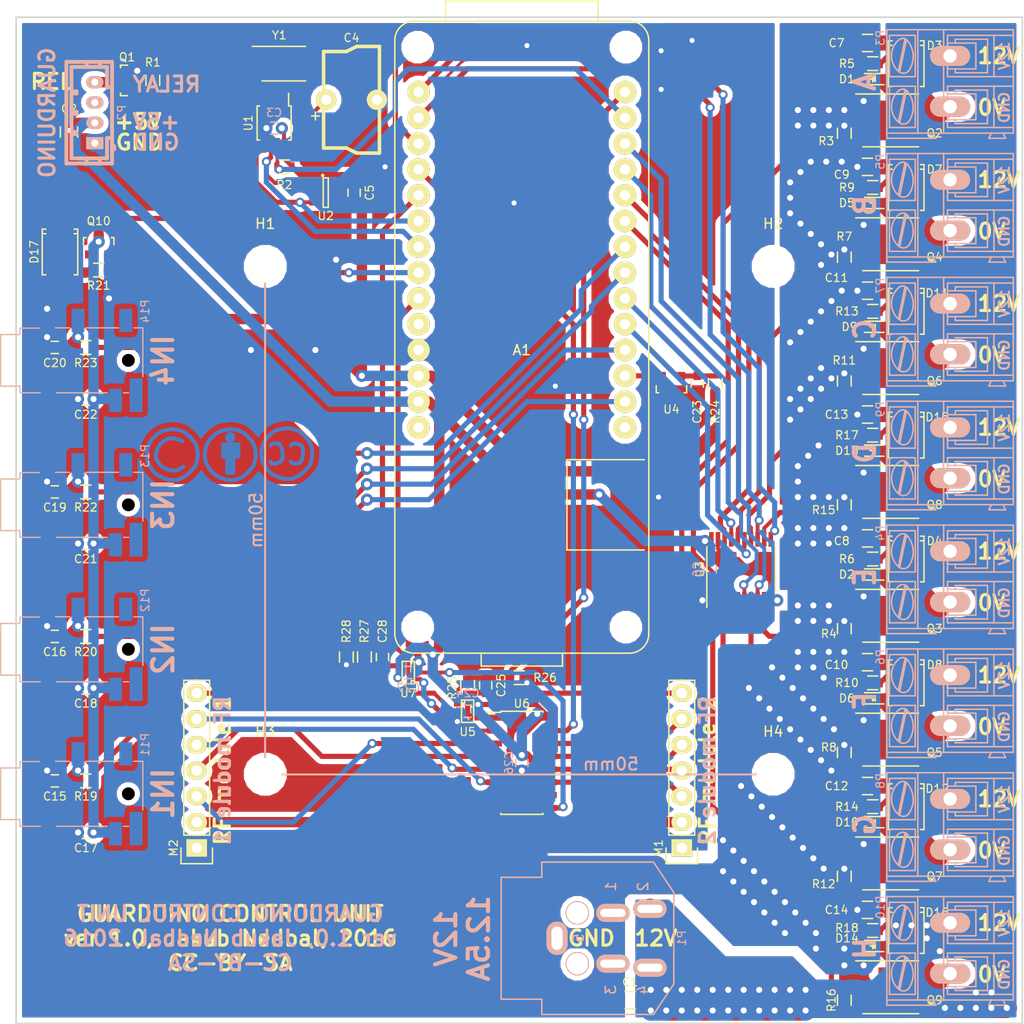
<source format=kicad_pcb>
(kicad_pcb (version 4) (host pcbnew "(2015-12-10 BZR 6367)-product")
  (title_block (title "Guarduino Control Unit") (date 2016-10-07) (rev 1.0) (company "Serious Play Ltd") (comment 1 "Jakub Nedbal") (comment 2 "License: CC-BY-SA"))
  (layers (0 F.Cu signal) (31 B.Cu signal) (34 B.Paste user) (35 F.Paste user) (36 B.SilkS user) (37 F.SilkS user) (38 B.Mask user) (39 F.Mask user) (44 Edge.Cuts user))
  (net 0 "")
  (net 1 +12V)
  (net 2 GND)
  (net 3 VCC)
  (net 4 +3V3)
  (net 5 "Net-(C15-Pad1)")
  (net 6 "Net-(C16-Pad1)")
  (net 7 "Net-(C17-Pad1)")
  (net 8 "Net-(C19-Pad1)")
  (net 9 "Net-(C20-Pad1)")
  (net 10 "Net-(C23-Pad1)")
  (net 11 /RFmodules/RF_DATA_3V3)
  (net 12 /RFmodules/RF_DATA)
  (net 13 /RFmodules/MISO)
  (net 14 /RFmodules/SD2)
  (net 15 "Net-(D1-Pad2)")
  (net 16 "Net-(D1-Pad1)")
  (net 17 "Net-(D2-Pad2)")
  (net 18 "Net-(D2-Pad1)")
  (net 19 "Net-(D5-Pad2)")
  (net 20 "Net-(D5-Pad1)")
  (net 21 "Net-(D6-Pad2)")
  (net 22 "Net-(D6-Pad1)")
  (net 23 "Net-(D9-Pad2)")
  (net 24 "Net-(D11-Pad2)")
  (net 25 "Net-(D10-Pad2)")
  (net 26 "Net-(D10-Pad1)")
  (net 27 "Net-(D13-Pad2)")
  (net 28 "Net-(D13-Pad1)")
  (net 29 "Net-(D14-Pad2)")
  (net 30 "Net-(D14-Pad1)")
  (net 31 "Net-(D17-Pad2)")
  (net 32 /RFmodules/D0_1)
  (net 33 /RFmodules/D1_1)
  (net 34 /RFmodules/D2_1)
  (net 35 /RFmodules/D3_1)
  (net 36 /RFmodules/VT_1)
  (net 37 /RFmodules/D0_2)
  (net 38 /RFmodules/D1_2)
  (net 39 /RFmodules/D2_2)
  (net 40 /RFmodules/D3_2)
  (net 41 /RFmodules/VT_2)
  (net 42 /RELAY)
  (net 43 /POWER)
  (net 44 /PowerDrivers/OUT0)
  (net 45 /PowerDrivers/OUT4)
  (net 46 /PowerDrivers/OUT1)
  (net 47 /PowerDrivers/OUT5)
  (net 48 /PowerDrivers/OUT2)
  (net 49 /PowerDrivers/OUT6)
  (net 50 /PowerDrivers/OUT3)
  (net 51 /PowerDrivers/OUT7)
  (net 52 /~RTC_INT)
  (net 53 "Net-(U1-Pad1)")
  (net 54 "Net-(U1-Pad2)")
  (net 55 "Net-(C4-Pad1)")
  (net 56 /SDA)
  (net 57 /SCL)
  (net 58 /RFmodules/~CS_RF)
  (net 59 /RFmodules/SD1)
  (net 60 /PowerDrivers/D3)
  (net 61 /PowerDrivers/D2)
  (net 62 /PowerDrivers/D1)
  (net 63 /PowerDrivers/D0)
  (net 64 /Sensors/SENS3)
  (net 65 /Sensors/SENS2)
  (net 66 /PowerDrivers/D7)
  (net 67 /PowerDrivers/D6)
  (net 68 /Sensors/SENS1)
  (net 69 /Sensors/TEMP)
  (net 70 /Sensors/SENS0)
  (net 71 "Net-(A1-Pad1)")
  (net 72 "Net-(A1-Pad28)")
  (net 73 "Net-(A1-Pad24)")
  (net 74 /Sensors/~SENS)
  (net 75 /RFmodules/SCK)
  (net 76 /PowerDrivers/D5)
  (net 77 /PowerDrivers/D4)
  (net 78 "Net-(P11-PadLS)")
  (net 79 "Net-(P11-PadRS)")
  (net 80 "Net-(P12-PadLS)")
  (net 81 "Net-(P12-PadRS)")
  (net 82 "Net-(P13-PadLS)")
  (net 83 "Net-(P13-PadRS)")
  (net 84 "Net-(P14-PadLS)")
  (net 85 "Net-(P14-PadRS)")
  (net 86 "Net-(U6-Pad7)")
  (net 87 "Net-(U6-Pad10)")
  (net 88 "Net-(P2-Pad3)")
  (net 89 "Net-(H1-Pad1)")
  (net 90 "Net-(H2-Pad1)")
  (net 91 "Net-(H3-Pad1)")
  (module Resistors_SMD:R_0603 (layer F.Cu) (at 128.016 56.388 180)
    (fp_text reference R13 (at 2.54 0 180) (layer F.SilkS) (effects (font (size 0.8 0.8) (thickness 0.12))))
    (fp_text value 10k hide)
    (pad 1 smd rect (at -0.75 0 180) (size 0.5 0.9) (layers F.Cu F.Paste F.Mask) (net 1 +12V))
    (pad 2 smd rect (at 0.75 0 180) (size 0.5 0.9) (layers F.Cu F.Paste F.Mask) (net 23 "Net-(D9-Pad2)"))
  )
  (module Resistors_SMD:R_0603 (layer F.Cu) (at 125.222 63.246 90)
    (fp_text reference R11 (at 2.032 0 180) (layer F.SilkS) (effects (font (size 0.8 0.8) (thickness 0.12))))
    (fp_text value 560k hide)
    (pad 1 smd rect (at -0.75 0 90) (size 0.5 0.9) (layers F.Cu F.Paste F.Mask) (net 48 /PowerDrivers/OUT2))
    (pad 2 smd rect (at 0.75 0 90) (size 0.5 0.9) (layers F.Cu F.Paste F.Mask) (net 2 GND))
  )
  (module SMD_Packages:SO-8_PowerPAK_Vishay_Single (layer F.Cu) (at 129.794 61.976)
    (fp_text reference Q6 (at 4.318 1.27) (layer F.SilkS) (effects (font (size 0.8 0.8) (thickness 0.12))))
    (fp_text value PSMN6R0 hide)
    (pad 1 smd rect (at -2.67 -1.905) (size 1.27 0.61) (layers F.Cu F.Paste F.Mask) (net 2 GND))
    (pad 2 smd rect (at -2.67 -0.635) (size 1.27 0.61) (layers F.Cu F.Paste F.Mask) (net 2 GND))
    (pad 3 smd rect (at -2.67 0.635) (size 1.27 0.61) (layers F.Cu F.Paste F.Mask) (net 2 GND))
    (pad 4 smd rect (at -2.67 1.905) (size 1.27 0.61) (layers F.Cu F.Paste F.Mask) (net 48 /PowerDrivers/OUT2))
    (pad 5 smd rect (at 2.795 1.905) (size 1.02 0.61) (layers F.Cu F.Paste F.Mask) (net 24 "Net-(D11-Pad2)"))
    (pad 5 smd rect (at 2.795 0.635) (size 1.02 0.61) (layers F.Cu F.Paste F.Mask) (net 24 "Net-(D11-Pad2)"))
    (pad 5 smd rect (at 2.795 -0.635) (size 1.02 0.61) (layers F.Cu F.Paste F.Mask) (net 24 "Net-(D11-Pad2)"))
    (pad 5 smd rect (at 2.795 -1.905) (size 1.02 0.61) (layers F.Cu F.Paste F.Mask) (net 24 "Net-(D11-Pad2)"))
    (pad 5 smd rect (at 0.69 0) (size 3.81 3.91) (layers F.Cu F.Paste F.Mask) (net 24 "Net-(D11-Pad2)"))
  )
  (module Connect:AK300-2 (layer B.Cu) (at 135.636 55.626 270)
    (fp_text reference P7 (at -1.778 6.858 270) (layer B.SilkS) (effects (font (size 0.8 0.8) (thickness 0.12)) (justify mirror)))
    (fp_text value GS009S hide)
    (pad 1 thru_hole oval (at 0 0 270) (size 1.9812 3.9624) (drill 1.3208) (layers *.Cu B.Paste B.SilkS B.Mask) (net 1 +12V))
    (pad 2 thru_hole oval (at 5 0 270) (size 1.9812 3.9624) (drill 1.3208) (layers *.Cu B.Paste B.SilkS B.Mask) (net 24 "Net-(D11-Pad2)"))
  )
  (module Diodes_SMD:SMA_Standard (layer F.Cu) (at 131.318 56.388 270)
    (fp_text reference D11 (at -1.778 -3.048 360) (layer F.SilkS) (effects (font (size 0.8 0.8) (thickness 0.12))))
    (fp_text value 1N5819 hide)
    (pad 1 smd rect (at -1.99898 0 270) (size 2.49936 1.80086) (layers F.Cu F.Paste F.Mask) (net 1 +12V))
    (pad 2 smd rect (at 1.99898 0 270) (size 2.49936 1.80086) (layers F.Cu F.Paste F.Mask) (net 24 "Net-(D11-Pad2)"))
  )
  (module LEDs:LED_0603 (layer F.Cu) (at 128.016 57.912 180)
    (fp_text reference D9 (at 2.286 0 180) (layer F.SilkS) (effects (font (size 0.8 0.8) (thickness 0.12))))
    (fp_text value "LED GREEN" hide)
    (pad 2 smd rect (at 0.7493 0) (size 0.79756 0.79756) (layers F.Cu F.Paste F.Mask) (net 23 "Net-(D9-Pad2)"))
    (pad 1 smd rect (at -0.7493 0) (size 0.79756 0.79756) (layers F.Cu F.Paste F.Mask) (net 24 "Net-(D11-Pad2)"))
  )
  (module Capacitors_SMD:C_0805 (layer F.Cu) (at 127.508 54.356 180)
    (fp_text reference C11 (at 3.048 1.27 180) (layer F.SilkS) (effects (font (size 0.8 0.8) (thickness 0.12))))
    (fp_text value 10u/25V hide)
    (pad 1 smd rect (at -1 0 180) (size 1 1.25) (layers F.Cu F.Paste F.Mask) (net 1 +12V))
    (pad 2 smd rect (at 1 0 180) (size 1 1.25) (layers F.Cu F.Paste F.Mask) (net 2 GND))
  )
  (module Capacitors_SMD:C_0805 (layer F.Cu) (at 127.508 103.124 180)
    (fp_text reference C12 (at 3.048 0 180) (layer F.SilkS) (effects (font (size 0.8 0.8) (thickness 0.12))))
    (fp_text value 10u/25V hide)
    (pad 1 smd rect (at -1 0 180) (size 1 1.25) (layers F.Cu F.Paste F.Mask) (net 1 +12V))
    (pad 2 smd rect (at 1 0 180) (size 1 1.25) (layers F.Cu F.Paste F.Mask) (net 2 GND))
  )
  (module LEDs:LED_0603 (layer F.Cu) (at 128.016 106.68 180)
    (fp_text reference D10 (at 2.54 0 180) (layer F.SilkS) (effects (font (size 0.8 0.8) (thickness 0.12))))
    (fp_text value "LED GREEN" hide)
    (pad 2 smd rect (at 0.7493 0) (size 0.79756 0.79756) (layers F.Cu F.Paste F.Mask) (net 25 "Net-(D10-Pad2)"))
    (pad 1 smd rect (at -0.7493 0) (size 0.79756 0.79756) (layers F.Cu F.Paste F.Mask) (net 26 "Net-(D10-Pad1)"))
  )
  (module Diodes_SMD:SMA_Standard (layer F.Cu) (at 131.318 105.156 270)
    (fp_text reference D12 (at -1.778 -3.048 360) (layer F.SilkS) (effects (font (size 0.8 0.8) (thickness 0.12))))
    (fp_text value 1N5819 hide)
    (pad 1 smd rect (at -1.99898 0 270) (size 2.49936 1.80086) (layers F.Cu F.Paste F.Mask) (net 1 +12V))
    (pad 2 smd rect (at 1.99898 0 270) (size 2.49936 1.80086) (layers F.Cu F.Paste F.Mask) (net 26 "Net-(D10-Pad1)"))
  )
  (module Connect:AK300-2 (layer B.Cu) (at 135.636 104.394 270)
    (fp_text reference P8 (at -1.778 6.858 270) (layer B.SilkS) (effects (font (size 0.8 0.8) (thickness 0.12)) (justify mirror)))
    (fp_text value GS009S hide)
    (pad 1 thru_hole oval (at 0 0 270) (size 1.9812 3.9624) (drill 1.3208) (layers *.Cu B.Paste B.SilkS B.Mask) (net 1 +12V))
    (pad 2 thru_hole oval (at 5 0 270) (size 1.9812 3.9624) (drill 1.3208) (layers *.Cu B.Paste B.SilkS B.Mask) (net 26 "Net-(D10-Pad1)"))
  )
  (module SMD_Packages:SO-8_PowerPAK_Vishay_Single (layer F.Cu) (at 129.794 110.744)
    (fp_text reference Q7 (at 4.318 1.27) (layer F.SilkS) (effects (font (size 0.8 0.8) (thickness 0.12))))
    (fp_text value PSMN6R0 hide)
    (pad 1 smd rect (at -2.67 -1.905) (size 1.27 0.61) (layers F.Cu F.Paste F.Mask) (net 2 GND))
    (pad 2 smd rect (at -2.67 -0.635) (size 1.27 0.61) (layers F.Cu F.Paste F.Mask) (net 2 GND))
    (pad 3 smd rect (at -2.67 0.635) (size 1.27 0.61) (layers F.Cu F.Paste F.Mask) (net 2 GND))
    (pad 4 smd rect (at -2.67 1.905) (size 1.27 0.61) (layers F.Cu F.Paste F.Mask) (net 49 /PowerDrivers/OUT6))
    (pad 5 smd rect (at 2.795 1.905) (size 1.02 0.61) (layers F.Cu F.Paste F.Mask) (net 26 "Net-(D10-Pad1)"))
    (pad 5 smd rect (at 2.795 0.635) (size 1.02 0.61) (layers F.Cu F.Paste F.Mask) (net 26 "Net-(D10-Pad1)"))
    (pad 5 smd rect (at 2.795 -0.635) (size 1.02 0.61) (layers F.Cu F.Paste F.Mask) (net 26 "Net-(D10-Pad1)"))
    (pad 5 smd rect (at 2.795 -1.905) (size 1.02 0.61) (layers F.Cu F.Paste F.Mask) (net 26 "Net-(D10-Pad1)"))
    (pad 5 smd rect (at 0.69 0) (size 3.81 3.91) (layers F.Cu F.Paste F.Mask) (net 26 "Net-(D10-Pad1)"))
  )
  (module Resistors_SMD:R_0603 (layer F.Cu) (at 125.222 112.014 90)
    (fp_text reference R12 (at -0.762 -2.032 180) (layer F.SilkS) (effects (font (size 0.8 0.8) (thickness 0.12))))
    (fp_text value 560k hide)
    (pad 1 smd rect (at -0.75 0 90) (size 0.5 0.9) (layers F.Cu F.Paste F.Mask) (net 49 /PowerDrivers/OUT6))
    (pad 2 smd rect (at 0.75 0 90) (size 0.5 0.9) (layers F.Cu F.Paste F.Mask) (net 2 GND))
  )
  (module Resistors_SMD:R_0603 (layer F.Cu) (at 128.016 105.156 180)
    (fp_text reference R14 (at 2.54 0 180) (layer F.SilkS) (effects (font (size 0.8 0.8) (thickness 0.12))))
    (fp_text value 10k hide)
    (pad 1 smd rect (at -0.75 0 180) (size 0.5 0.9) (layers F.Cu F.Paste F.Mask) (net 1 +12V))
    (pad 2 smd rect (at 0.75 0 180) (size 0.5 0.9) (layers F.Cu F.Paste F.Mask) (net 25 "Net-(D10-Pad2)"))
  )
  (module Resistors_SMD:R_0603 (layer F.Cu) (at 128.016 117.348 180)
    (fp_text reference R18 (at 2.54 0.254 180) (layer F.SilkS) (effects (font (size 0.8 0.8) (thickness 0.12))))
    (fp_text value 10k hide)
    (pad 1 smd rect (at -0.75 0 180) (size 0.5 0.9) (layers F.Cu F.Paste F.Mask) (net 1 +12V))
    (pad 2 smd rect (at 0.75 0 180) (size 0.5 0.9) (layers F.Cu F.Paste F.Mask) (net 29 "Net-(D14-Pad2)"))
  )
  (module Resistors_SMD:R_0603 (layer F.Cu) (at 125.222 124.206 90)
    (fp_text reference R16 (at 0 -1.27 90) (layer F.SilkS) (effects (font (size 0.8 0.8) (thickness 0.12))))
    (fp_text value 560k hide)
    (pad 1 smd rect (at -0.75 0 90) (size 0.5 0.9) (layers F.Cu F.Paste F.Mask) (net 51 /PowerDrivers/OUT7))
    (pad 2 smd rect (at 0.75 0 90) (size 0.5 0.9) (layers F.Cu F.Paste F.Mask) (net 2 GND))
  )
  (module SMD_Packages:SO-8_PowerPAK_Vishay_Single (layer F.Cu) (at 129.794 122.936)
    (fp_text reference Q9 (at 4.318 1.27) (layer F.SilkS) (effects (font (size 0.8 0.8) (thickness 0.12))))
    (fp_text value PSMN6R0 hide)
    (pad 1 smd rect (at -2.67 -1.905) (size 1.27 0.61) (layers F.Cu F.Paste F.Mask) (net 2 GND))
    (pad 2 smd rect (at -2.67 -0.635) (size 1.27 0.61) (layers F.Cu F.Paste F.Mask) (net 2 GND))
    (pad 3 smd rect (at -2.67 0.635) (size 1.27 0.61) (layers F.Cu F.Paste F.Mask) (net 2 GND))
    (pad 4 smd rect (at -2.67 1.905) (size 1.27 0.61) (layers F.Cu F.Paste F.Mask) (net 51 /PowerDrivers/OUT7))
    (pad 5 smd rect (at 2.795 1.905) (size 1.02 0.61) (layers F.Cu F.Paste F.Mask) (net 30 "Net-(D14-Pad1)"))
    (pad 5 smd rect (at 2.795 0.635) (size 1.02 0.61) (layers F.Cu F.Paste F.Mask) (net 30 "Net-(D14-Pad1)"))
    (pad 5 smd rect (at 2.795 -0.635) (size 1.02 0.61) (layers F.Cu F.Paste F.Mask) (net 30 "Net-(D14-Pad1)"))
    (pad 5 smd rect (at 2.795 -1.905) (size 1.02 0.61) (layers F.Cu F.Paste F.Mask) (net 30 "Net-(D14-Pad1)"))
    (pad 5 smd rect (at 0.69 0) (size 3.81 3.91) (layers F.Cu F.Paste F.Mask) (net 30 "Net-(D14-Pad1)"))
  )
  (module Connect:AK300-2 (layer B.Cu) (at 135.636 116.586 270)
    (fp_text reference P10 (at -1.524 6.858 270) (layer B.SilkS) (effects (font (size 0.8 0.8) (thickness 0.12)) (justify mirror)))
    (fp_text value GS009S hide)
    (pad 1 thru_hole oval (at 0 0 270) (size 1.9812 3.9624) (drill 1.3208) (layers *.Cu B.Paste B.SilkS B.Mask) (net 1 +12V))
    (pad 2 thru_hole oval (at 5 0 270) (size 1.9812 3.9624) (drill 1.3208) (layers *.Cu B.Paste B.SilkS B.Mask) (net 30 "Net-(D14-Pad1)"))
  )
  (module Diodes_SMD:SMA_Standard (layer F.Cu) (at 131.318 117.348 270)
    (fp_text reference D16 (at -1.778 -3.048 360) (layer F.SilkS) (effects (font (size 0.8 0.8) (thickness 0.12))))
    (fp_text value 1N5819 hide)
    (pad 1 smd rect (at -1.99898 0 270) (size 2.49936 1.80086) (layers F.Cu F.Paste F.Mask) (net 1 +12V))
    (pad 2 smd rect (at 1.99898 0 270) (size 2.49936 1.80086) (layers F.Cu F.Paste F.Mask) (net 30 "Net-(D14-Pad1)"))
  )
  (module LEDs:LED_0603 (layer F.Cu) (at 128.016 118.872 180)
    (fp_text reference D14 (at 2.54 0.762 180) (layer F.SilkS) (effects (font (size 0.8 0.8) (thickness 0.12))))
    (fp_text value "LED GREEN" hide)
    (pad 2 smd rect (at 0.7493 0) (size 0.79756 0.79756) (layers F.Cu F.Paste F.Mask) (net 29 "Net-(D14-Pad2)"))
    (pad 1 smd rect (at -0.7493 0) (size 0.79756 0.79756) (layers F.Cu F.Paste F.Mask) (net 30 "Net-(D14-Pad1)"))
  )
  (module Capacitors_SMD:C_0805 (layer F.Cu) (at 127.508 115.316 180)
    (fp_text reference C14 (at 3.048 0 180) (layer F.SilkS) (effects (font (size 0.8 0.8) (thickness 0.12))))
    (fp_text value 10u/25V hide)
    (pad 1 smd rect (at -1 0 180) (size 1 1.25) (layers F.Cu F.Paste F.Mask) (net 1 +12V))
    (pad 2 smd rect (at 1 0 180) (size 1 1.25) (layers F.Cu F.Paste F.Mask) (net 2 GND))
  )
  (module Capacitors_SMD:C_0805 (layer F.Cu) (at 127.508 66.548 180)
    (fp_text reference C13 (at 3.048 0 180) (layer F.SilkS) (effects (font (size 0.8 0.8) (thickness 0.12))))
    (fp_text value 10u/25V hide)
    (pad 1 smd rect (at -1 0 180) (size 1 1.25) (layers F.Cu F.Paste F.Mask) (net 1 +12V))
    (pad 2 smd rect (at 1 0 180) (size 1 1.25) (layers F.Cu F.Paste F.Mask) (net 2 GND))
  )
  (module LEDs:LED_0603 (layer F.Cu) (at 128.016 70.104 180)
    (fp_text reference D13 (at 2.54 0 180) (layer F.SilkS) (effects (font (size 0.8 0.8) (thickness 0.12))))
    (fp_text value "LED GREEN" hide)
    (pad 2 smd rect (at 0.7493 0) (size 0.79756 0.79756) (layers F.Cu F.Paste F.Mask) (net 27 "Net-(D13-Pad2)"))
    (pad 1 smd rect (at -0.7493 0) (size 0.79756 0.79756) (layers F.Cu F.Paste F.Mask) (net 28 "Net-(D13-Pad1)"))
  )
  (module Diodes_SMD:SMA_Standard (layer F.Cu) (at 131.318 68.58 270)
    (fp_text reference D15 (at -1.778 -3.048 360) (layer F.SilkS) (effects (font (size 0.8 0.8) (thickness 0.12))))
    (fp_text value 1N5819 hide)
    (pad 1 smd rect (at -1.99898 0 270) (size 2.49936 1.80086) (layers F.Cu F.Paste F.Mask) (net 1 +12V))
    (pad 2 smd rect (at 1.99898 0 270) (size 2.49936 1.80086) (layers F.Cu F.Paste F.Mask) (net 28 "Net-(D13-Pad1)"))
  )
  (module Connect:AK300-2 (layer B.Cu) (at 135.636 67.818 270)
    (fp_text reference P9 (at -1.778 6.858 270) (layer B.SilkS) (effects (font (size 0.8 0.8) (thickness 0.12)) (justify mirror)))
    (fp_text value GS009S hide)
    (pad 1 thru_hole oval (at 0 0 270) (size 1.9812 3.9624) (drill 1.3208) (layers *.Cu B.Paste B.SilkS B.Mask) (net 1 +12V))
    (pad 2 thru_hole oval (at 5 0 270) (size 1.9812 3.9624) (drill 1.3208) (layers *.Cu B.Paste B.SilkS B.Mask) (net 28 "Net-(D13-Pad1)"))
  )
  (module SMD_Packages:SO-8_PowerPAK_Vishay_Single (layer F.Cu) (at 129.794 74.168)
    (fp_text reference Q8 (at 4.318 1.27) (layer F.SilkS) (effects (font (size 0.8 0.8) (thickness 0.12))))
    (fp_text value PSMN6R0 hide)
    (pad 1 smd rect (at -2.67 -1.905) (size 1.27 0.61) (layers F.Cu F.Paste F.Mask) (net 2 GND))
    (pad 2 smd rect (at -2.67 -0.635) (size 1.27 0.61) (layers F.Cu F.Paste F.Mask) (net 2 GND))
    (pad 3 smd rect (at -2.67 0.635) (size 1.27 0.61) (layers F.Cu F.Paste F.Mask) (net 2 GND))
    (pad 4 smd rect (at -2.67 1.905) (size 1.27 0.61) (layers F.Cu F.Paste F.Mask) (net 50 /PowerDrivers/OUT3))
    (pad 5 smd rect (at 2.795 1.905) (size 1.02 0.61) (layers F.Cu F.Paste F.Mask) (net 28 "Net-(D13-Pad1)"))
    (pad 5 smd rect (at 2.795 0.635) (size 1.02 0.61) (layers F.Cu F.Paste F.Mask) (net 28 "Net-(D13-Pad1)"))
    (pad 5 smd rect (at 2.795 -0.635) (size 1.02 0.61) (layers F.Cu F.Paste F.Mask) (net 28 "Net-(D13-Pad1)"))
    (pad 5 smd rect (at 2.795 -1.905) (size 1.02 0.61) (layers F.Cu F.Paste F.Mask) (net 28 "Net-(D13-Pad1)"))
    (pad 5 smd rect (at 0.69 0) (size 3.81 3.91) (layers F.Cu F.Paste F.Mask) (net 28 "Net-(D13-Pad1)"))
  )
  (module Resistors_SMD:R_0603 (layer F.Cu) (at 125.222 75.438 90)
    (fp_text reference R15 (at -0.508 -2.032 180) (layer F.SilkS) (effects (font (size 0.8 0.8) (thickness 0.12))))
    (fp_text value 560k hide)
    (pad 1 smd rect (at -0.75 0 90) (size 0.5 0.9) (layers F.Cu F.Paste F.Mask) (net 50 /PowerDrivers/OUT3))
    (pad 2 smd rect (at 0.75 0 90) (size 0.5 0.9) (layers F.Cu F.Paste F.Mask) (net 2 GND))
  )
  (module Resistors_SMD:R_0603 (layer F.Cu) (at 128.016 68.58 180)
    (fp_text reference R17 (at 2.54 0 180) (layer F.SilkS) (effects (font (size 0.8 0.8) (thickness 0.12))))
    (fp_text value 10k hide)
    (pad 1 smd rect (at -0.75 0 180) (size 0.5 0.9) (layers F.Cu F.Paste F.Mask) (net 1 +12V))
    (pad 2 smd rect (at 0.75 0 180) (size 0.5 0.9) (layers F.Cu F.Paste F.Mask) (net 27 "Net-(D13-Pad2)"))
  )
  (module Resistors_SMD:R_0603 (layer F.Cu) (at 128.016 44.196 180)
    (fp_text reference R9 (at 2.54 0 180) (layer F.SilkS) (effects (font (size 0.8 0.8) (thickness 0.12))))
    (fp_text value 10k hide)
    (pad 1 smd rect (at -0.75 0 180) (size 0.5 0.9) (layers F.Cu F.Paste F.Mask) (net 1 +12V))
    (pad 2 smd rect (at 0.75 0 180) (size 0.5 0.9) (layers F.Cu F.Paste F.Mask) (net 19 "Net-(D5-Pad2)"))
  )
  (module Resistors_SMD:R_0603 (layer F.Cu) (at 125.222 51.054 90)
    (fp_text reference R7 (at 2.032 0 180) (layer F.SilkS) (effects (font (size 0.8 0.8) (thickness 0.12))))
    (fp_text value 560k hide)
    (pad 1 smd rect (at -0.75 0 90) (size 0.5 0.9) (layers F.Cu F.Paste F.Mask) (net 46 /PowerDrivers/OUT1))
    (pad 2 smd rect (at 0.75 0 90) (size 0.5 0.9) (layers F.Cu F.Paste F.Mask) (net 2 GND))
  )
  (module SMD_Packages:SO-8_PowerPAK_Vishay_Single (layer F.Cu) (at 129.794 49.784)
    (fp_text reference Q4 (at 4.318 1.27) (layer F.SilkS) (effects (font (size 0.8 0.8) (thickness 0.12))))
    (fp_text value PSMN6R0 hide)
    (pad 1 smd rect (at -2.67 -1.905) (size 1.27 0.61) (layers F.Cu F.Paste F.Mask) (net 2 GND))
    (pad 2 smd rect (at -2.67 -0.635) (size 1.27 0.61) (layers F.Cu F.Paste F.Mask) (net 2 GND))
    (pad 3 smd rect (at -2.67 0.635) (size 1.27 0.61) (layers F.Cu F.Paste F.Mask) (net 2 GND))
    (pad 4 smd rect (at -2.67 1.905) (size 1.27 0.61) (layers F.Cu F.Paste F.Mask) (net 46 /PowerDrivers/OUT1))
    (pad 5 smd rect (at 2.795 1.905) (size 1.02 0.61) (layers F.Cu F.Paste F.Mask) (net 20 "Net-(D5-Pad1)"))
    (pad 5 smd rect (at 2.795 0.635) (size 1.02 0.61) (layers F.Cu F.Paste F.Mask) (net 20 "Net-(D5-Pad1)"))
    (pad 5 smd rect (at 2.795 -0.635) (size 1.02 0.61) (layers F.Cu F.Paste F.Mask) (net 20 "Net-(D5-Pad1)"))
    (pad 5 smd rect (at 2.795 -1.905) (size 1.02 0.61) (layers F.Cu F.Paste F.Mask) (net 20 "Net-(D5-Pad1)"))
    (pad 5 smd rect (at 0.69 0) (size 3.81 3.91) (layers F.Cu F.Paste F.Mask) (net 20 "Net-(D5-Pad1)"))
  )
  (module Connect:AK300-2 (layer B.Cu) (at 135.636 43.434 270)
    (fp_text reference P5 (at -1.778 6.858 270) (layer B.SilkS) (effects (font (size 0.8 0.8) (thickness 0.12)) (justify mirror)))
    (fp_text value GS009S hide)
    (pad 1 thru_hole oval (at 0 0 270) (size 1.9812 3.9624) (drill 1.3208) (layers *.Cu B.Paste B.SilkS B.Mask) (net 1 +12V))
    (pad 2 thru_hole oval (at 5 0 270) (size 1.9812 3.9624) (drill 1.3208) (layers *.Cu B.Paste B.SilkS B.Mask) (net 20 "Net-(D5-Pad1)"))
  )
  (module Diodes_SMD:SMA_Standard (layer F.Cu) (at 131.318 44.196 270)
    (fp_text reference D7 (at -1.778 -2.794 360) (layer F.SilkS) (effects (font (size 0.8 0.8) (thickness 0.12))))
    (fp_text value 1N5819 hide)
    (pad 1 smd rect (at -1.99898 0 270) (size 2.49936 1.80086) (layers F.Cu F.Paste F.Mask) (net 1 +12V))
    (pad 2 smd rect (at 1.99898 0 270) (size 2.49936 1.80086) (layers F.Cu F.Paste F.Mask) (net 20 "Net-(D5-Pad1)"))
  )
  (module LEDs:LED_0603 (layer F.Cu) (at 128.016 45.72 180)
    (fp_text reference D5 (at 2.54 0 180) (layer F.SilkS) (effects (font (size 0.8 0.8) (thickness 0.12))))
    (fp_text value "LED GREEN" hide)
    (pad 2 smd rect (at 0.7493 0) (size 0.79756 0.79756) (layers F.Cu F.Paste F.Mask) (net 19 "Net-(D5-Pad2)"))
    (pad 1 smd rect (at -0.7493 0) (size 0.79756 0.79756) (layers F.Cu F.Paste F.Mask) (net 20 "Net-(D5-Pad1)"))
  )
  (module Capacitors_SMD:C_0805 (layer F.Cu) (at 127.508 42.164 180)
    (fp_text reference C9 (at 2.54 -0.762 180) (layer F.SilkS) (effects (font (size 0.8 0.8) (thickness 0.12))))
    (fp_text value 10u/25V hide)
    (pad 1 smd rect (at -1 0 180) (size 1 1.25) (layers F.Cu F.Paste F.Mask) (net 1 +12V))
    (pad 2 smd rect (at 1 0 180) (size 1 1.25) (layers F.Cu F.Paste F.Mask) (net 2 GND))
  )
  (module Capacitors_SMD:C_0805 (layer F.Cu) (at 127.508 90.932 180)
    (fp_text reference C10 (at 3.048 -0.254 360) (layer F.SilkS) (effects (font (size 0.8 0.8) (thickness 0.12))))
    (fp_text value 10u/25V hide)
    (pad 1 smd rect (at -1 0 180) (size 1 1.25) (layers F.Cu F.Paste F.Mask) (net 1 +12V))
    (pad 2 smd rect (at 1 0 180) (size 1 1.25) (layers F.Cu F.Paste F.Mask) (net 2 GND))
  )
  (module LEDs:LED_0603 (layer F.Cu) (at 128.016 94.488 180)
    (fp_text reference D6 (at 2.54 0 180) (layer F.SilkS) (effects (font (size 0.8 0.8) (thickness 0.12))))
    (fp_text value "LED GREEN" hide)
    (pad 2 smd rect (at 0.7493 0) (size 0.79756 0.79756) (layers F.Cu F.Paste F.Mask) (net 21 "Net-(D6-Pad2)"))
    (pad 1 smd rect (at -0.7493 0) (size 0.79756 0.79756) (layers F.Cu F.Paste F.Mask) (net 22 "Net-(D6-Pad1)"))
  )
  (module Diodes_SMD:SMA_Standard (layer F.Cu) (at 131.318 92.964 270)
    (fp_text reference D8 (at -1.778 -2.794 360) (layer F.SilkS) (effects (font (size 0.8 0.8) (thickness 0.12))))
    (fp_text value 1N5819 hide)
    (pad 1 smd rect (at -1.99898 0 270) (size 2.49936 1.80086) (layers F.Cu F.Paste F.Mask) (net 1 +12V))
    (pad 2 smd rect (at 1.99898 0 270) (size 2.49936 1.80086) (layers F.Cu F.Paste F.Mask) (net 22 "Net-(D6-Pad1)"))
  )
  (module Connect:AK300-2 (layer B.Cu) (at 135.636 92.202 270)
    (fp_text reference P6 (at -1.778 6.858 270) (layer B.SilkS) (effects (font (size 0.8 0.8) (thickness 0.12)) (justify mirror)))
    (fp_text value GS009S hide)
    (pad 1 thru_hole oval (at 0 0 270) (size 1.9812 3.9624) (drill 1.3208) (layers *.Cu B.Paste B.SilkS B.Mask) (net 1 +12V))
    (pad 2 thru_hole oval (at 5 0 270) (size 1.9812 3.9624) (drill 1.3208) (layers *.Cu B.Paste B.SilkS B.Mask) (net 22 "Net-(D6-Pad1)"))
  )
  (module SMD_Packages:SO-8_PowerPAK_Vishay_Single (layer F.Cu) (at 129.794 98.552)
    (fp_text reference Q5 (at 4.318 1.27) (layer F.SilkS) (effects (font (size 0.8 0.8) (thickness 0.12))))
    (fp_text value PSMN6R0 hide)
    (pad 1 smd rect (at -2.67 -1.905) (size 1.27 0.61) (layers F.Cu F.Paste F.Mask) (net 2 GND))
    (pad 2 smd rect (at -2.67 -0.635) (size 1.27 0.61) (layers F.Cu F.Paste F.Mask) (net 2 GND))
    (pad 3 smd rect (at -2.67 0.635) (size 1.27 0.61) (layers F.Cu F.Paste F.Mask) (net 2 GND))
    (pad 4 smd rect (at -2.67 1.905) (size 1.27 0.61) (layers F.Cu F.Paste F.Mask) (net 47 /PowerDrivers/OUT5))
    (pad 5 smd rect (at 2.795 1.905) (size 1.02 0.61) (layers F.Cu F.Paste F.Mask) (net 22 "Net-(D6-Pad1)"))
    (pad 5 smd rect (at 2.795 0.635) (size 1.02 0.61) (layers F.Cu F.Paste F.Mask) (net 22 "Net-(D6-Pad1)"))
    (pad 5 smd rect (at 2.795 -0.635) (size 1.02 0.61) (layers F.Cu F.Paste F.Mask) (net 22 "Net-(D6-Pad1)"))
    (pad 5 smd rect (at 2.795 -1.905) (size 1.02 0.61) (layers F.Cu F.Paste F.Mask) (net 22 "Net-(D6-Pad1)"))
    (pad 5 smd rect (at 0.69 0) (size 3.81 3.91) (layers F.Cu F.Paste F.Mask) (net 22 "Net-(D6-Pad1)"))
  )
  (module Resistors_SMD:R_0603 (layer F.Cu) (at 125.222 99.822 90)
    (fp_text reference R8 (at 0.508 -1.524 180) (layer F.SilkS) (effects (font (size 0.8 0.8) (thickness 0.12))))
    (fp_text value 560k hide)
    (pad 1 smd rect (at -0.75 0 90) (size 0.5 0.9) (layers F.Cu F.Paste F.Mask) (net 47 /PowerDrivers/OUT5))
    (pad 2 smd rect (at 0.75 0 90) (size 0.5 0.9) (layers F.Cu F.Paste F.Mask) (net 2 GND))
  )
  (module Resistors_SMD:R_0603 (layer F.Cu) (at 128.016 92.964 180)
    (fp_text reference R10 (at 2.54 0 180) (layer F.SilkS) (effects (font (size 0.8 0.8) (thickness 0.12))))
    (fp_text value 10k hide)
    (pad 1 smd rect (at -0.75 0 180) (size 0.5 0.9) (layers F.Cu F.Paste F.Mask) (net 1 +12V))
    (pad 2 smd rect (at 0.75 0 180) (size 0.5 0.9) (layers F.Cu F.Paste F.Mask) (net 21 "Net-(D6-Pad2)"))
  )
  (module Resistors_SMD:R_0603 (layer F.Cu) (at 128.016 80.772 180)
    (fp_text reference R6 (at 2.54 0 180) (layer F.SilkS) (effects (font (size 0.8 0.8) (thickness 0.12))))
    (fp_text value 10k hide)
    (pad 1 smd rect (at -0.75 0 180) (size 0.5 0.9) (layers F.Cu F.Paste F.Mask) (net 1 +12V))
    (pad 2 smd rect (at 0.75 0 180) (size 0.5 0.9) (layers F.Cu F.Paste F.Mask) (net 17 "Net-(D2-Pad2)"))
  )
  (module Resistors_SMD:R_0603 (layer F.Cu) (at 125.222 87.63 90)
    (fp_text reference R4 (at -0.508 -1.524 180) (layer F.SilkS) (effects (font (size 0.8 0.8) (thickness 0.12))))
    (fp_text value 560k hide)
    (pad 1 smd rect (at -0.75 0 90) (size 0.5 0.9) (layers F.Cu F.Paste F.Mask) (net 45 /PowerDrivers/OUT4))
    (pad 2 smd rect (at 0.75 0 90) (size 0.5 0.9) (layers F.Cu F.Paste F.Mask) (net 2 GND))
  )
  (module SMD_Packages:SO-8_PowerPAK_Vishay_Single (layer F.Cu) (at 129.794 86.36)
    (fp_text reference Q3 (at 4.318 1.27) (layer F.SilkS) (effects (font (size 0.8 0.8) (thickness 0.12))))
    (fp_text value PSMN6R0 hide)
    (pad 1 smd rect (at -2.67 -1.905) (size 1.27 0.61) (layers F.Cu F.Paste F.Mask) (net 2 GND))
    (pad 2 smd rect (at -2.67 -0.635) (size 1.27 0.61) (layers F.Cu F.Paste F.Mask) (net 2 GND))
    (pad 3 smd rect (at -2.67 0.635) (size 1.27 0.61) (layers F.Cu F.Paste F.Mask) (net 2 GND))
    (pad 4 smd rect (at -2.67 1.905) (size 1.27 0.61) (layers F.Cu F.Paste F.Mask) (net 45 /PowerDrivers/OUT4))
    (pad 5 smd rect (at 2.795 1.905) (size 1.02 0.61) (layers F.Cu F.Paste F.Mask) (net 18 "Net-(D2-Pad1)"))
    (pad 5 smd rect (at 2.795 0.635) (size 1.02 0.61) (layers F.Cu F.Paste F.Mask) (net 18 "Net-(D2-Pad1)"))
    (pad 5 smd rect (at 2.795 -0.635) (size 1.02 0.61) (layers F.Cu F.Paste F.Mask) (net 18 "Net-(D2-Pad1)"))
    (pad 5 smd rect (at 2.795 -1.905) (size 1.02 0.61) (layers F.Cu F.Paste F.Mask) (net 18 "Net-(D2-Pad1)"))
    (pad 5 smd rect (at 0.69 0) (size 3.81 3.91) (layers F.Cu F.Paste F.Mask) (net 18 "Net-(D2-Pad1)"))
  )
  (module Connect:AK300-2 (layer B.Cu) (at 135.636 80.01 270)
    (fp_text reference P4 (at -1.778 6.858 270) (layer B.SilkS) (effects (font (size 0.8 0.8) (thickness 0.12)) (justify mirror)))
    (fp_text value GS009S hide)
    (pad 1 thru_hole oval (at 0 0 270) (size 1.9812 3.9624) (drill 1.3208) (layers *.Cu B.Paste B.SilkS B.Mask) (net 1 +12V))
    (pad 2 thru_hole oval (at 5 0 270) (size 1.9812 3.9624) (drill 1.3208) (layers *.Cu B.Paste B.SilkS B.Mask) (net 18 "Net-(D2-Pad1)"))
  )
  (module Diodes_SMD:SMA_Standard (layer F.Cu) (at 131.318 80.772 270)
    (fp_text reference D4 (at -1.778 -2.794 360) (layer F.SilkS) (effects (font (size 0.8 0.8) (thickness 0.12))))
    (fp_text value 1N5819 hide)
    (pad 1 smd rect (at -1.99898 0 270) (size 2.49936 1.80086) (layers F.Cu F.Paste F.Mask) (net 1 +12V))
    (pad 2 smd rect (at 1.99898 0 270) (size 2.49936 1.80086) (layers F.Cu F.Paste F.Mask) (net 18 "Net-(D2-Pad1)"))
  )
  (module LEDs:LED_0603 (layer F.Cu) (at 128.016 82.296 180)
    (fp_text reference D2 (at 2.54 0 180) (layer F.SilkS) (effects (font (size 0.8 0.8) (thickness 0.12))))
    (fp_text value "LED GREEN" hide)
    (pad 2 smd rect (at 0.7493 0) (size 0.79756 0.79756) (layers F.Cu F.Paste F.Mask) (net 17 "Net-(D2-Pad2)"))
    (pad 1 smd rect (at -0.7493 0) (size 0.79756 0.79756) (layers F.Cu F.Paste F.Mask) (net 18 "Net-(D2-Pad1)"))
  )
  (module Capacitors_SMD:C_0805 (layer F.Cu) (at 127.508 78.74 180)
    (fp_text reference C8 (at 2.54 -0.254 180) (layer F.SilkS) (effects (font (size 0.8 0.8) (thickness 0.12))))
    (fp_text value 10u/25V hide)
    (pad 1 smd rect (at -1 0 180) (size 1 1.25) (layers F.Cu F.Paste F.Mask) (net 1 +12V))
    (pad 2 smd rect (at 1 0 180) (size 1 1.25) (layers F.Cu F.Paste F.Mask) (net 2 GND))
  )
  (module Capacitors_SMD:C_0805 (layer F.Cu) (at 104.14 124.206 180)
    (fp_text reference C1 (at 0 1.778 180) (layer F.SilkS) (effects (font (size 0.8 0.8) (thickness 0.12))))
    (fp_text value 10u/25V hide)
    (pad 1 smd rect (at -1 0 180) (size 1 1.25) (layers F.Cu F.Paste F.Mask) (net 1 +12V))
    (pad 2 smd rect (at 1 0 180) (size 1 1.25) (layers F.Cu F.Paste F.Mask) (net 2 GND))
  )
  (module Capacitors_SMD:C_0805 (layer F.Cu) (at 48.895 38.735 270)
    (fp_text reference C2 (at -2.286 0 360) (layer F.SilkS) (effects (font (size 0.8 0.8) (thickness 0.12))))
    (fp_text value 10u/25V hide)
    (pad 1 smd rect (at -1 0 270) (size 1 1.25) (layers F.Cu F.Paste F.Mask) (net 3 VCC))
    (pad 2 smd rect (at 1 0 270) (size 1 1.25) (layers F.Cu F.Paste F.Mask) (net 2 GND))
  )
  (module Capacitors_SMD:C_0603 (layer B.Cu) (at 69.088 38.354 180)
    (fp_text reference C3 (at 0 1.524 180) (layer B.SilkS) (effects (font (size 0.8 0.8) (thickness 0.12)) (justify mirror)))
    (fp_text value 100n hide)
    (pad 1 smd rect (at -0.75 0 180) (size 0.8 0.75) (layers B.Cu B.Paste B.Mask) (net 4 +3V3))
    (pad 2 smd rect (at 0.75 0 180) (size 0.8 0.75) (layers B.Cu B.Paste B.Mask) (net 2 GND))
  )
  (module Capacitors_SMD:C_0603 (layer F.Cu) (at 76.962 44.704 90)
    (fp_text reference C5 (at 0 1.524 90) (layer F.SilkS) (effects (font (size 0.8 0.8) (thickness 0.12))))
    (fp_text value 100n hide)
    (pad 1 smd rect (at -0.75 0 90) (size 0.8 0.75) (layers F.Cu F.Paste F.Mask) (net 4 +3V3))
    (pad 2 smd rect (at 0.75 0 90) (size 0.8 0.75) (layers F.Cu F.Paste F.Mask) (net 2 GND))
  )
  (module Capacitors_SMD:C_0603 (layer B.Cu) (at 112.014 81.788 270)
    (fp_text reference C6 (at 0 1.27 270) (layer B.SilkS) (effects (font (size 0.8 0.8) (thickness 0.12)) (justify mirror)))
    (fp_text value 100n hide)
    (pad 1 smd rect (at -0.75 0 270) (size 0.8 0.75) (layers B.Cu B.Paste B.Mask) (net 3 VCC))
    (pad 2 smd rect (at 0.75 0 270) (size 0.8 0.75) (layers B.Cu B.Paste B.Mask) (net 2 GND))
  )
  (module Capacitors_SMD:C_0805 (layer F.Cu) (at 127.508 29.972 180)
    (fp_text reference C7 (at 3.048 0 180) (layer F.SilkS) (effects (font (size 0.8 0.8) (thickness 0.12))))
    (fp_text value 10u/25V hide)
    (pad 1 smd rect (at -1 0 180) (size 1 1.25) (layers F.Cu F.Paste F.Mask) (net 1 +12V))
    (pad 2 smd rect (at 1 0 180) (size 1 1.25) (layers F.Cu F.Paste F.Mask) (net 2 GND))
  )
  (module Capacitors_SMD:C_0603 (layer F.Cu) (at 47.498 59.944 180)
    (fp_text reference C20 (at 0 -1.524 180) (layer F.SilkS) (effects (font (size 0.8 0.8) (thickness 0.12))))
    (fp_text value 100n hide)
    (pad 1 smd rect (at -0.75 0 180) (size 0.8 0.75) (layers F.Cu F.Paste F.Mask) (net 9 "Net-(C20-Pad1)"))
    (pad 2 smd rect (at 0.75 0 180) (size 0.8 0.75) (layers F.Cu F.Paste F.Mask) (net 2 GND))
  )
  (module Capacitors_SMD:C_0603 (layer F.Cu) (at 47.498 74.168 180)
    (fp_text reference C19 (at 0 -1.524 180) (layer F.SilkS) (effects (font (size 0.8 0.8) (thickness 0.12))))
    (fp_text value 100n hide)
    (pad 1 smd rect (at -0.75 0 180) (size 0.8 0.75) (layers F.Cu F.Paste F.Mask) (net 8 "Net-(C19-Pad1)"))
    (pad 2 smd rect (at 0.75 0 180) (size 0.8 0.75) (layers F.Cu F.Paste F.Mask) (net 2 GND))
  )
  (module Capacitors_SMD:C_0603 (layer F.Cu) (at 50.546 65.024 180)
    (fp_text reference C22 (at 0 -1.524 180) (layer F.SilkS) (effects (font (size 0.8 0.8) (thickness 0.12))))
    (fp_text value 100n hide)
    (pad 1 smd rect (at -0.75 0 180) (size 0.8 0.75) (layers F.Cu F.Paste F.Mask) (net 7 "Net-(C17-Pad1)"))
    (pad 2 smd rect (at 0.75 0 180) (size 0.8 0.75) (layers F.Cu F.Paste F.Mask) (net 2 GND))
  )
  (module Capacitors_SMD:C_0603 (layer F.Cu) (at 50.546 79.248 180)
    (fp_text reference C21 (at 0 -1.524 180) (layer F.SilkS) (effects (font (size 0.8 0.8) (thickness 0.12))))
    (fp_text value 100n hide)
    (pad 1 smd rect (at -0.75 0 180) (size 0.8 0.75) (layers F.Cu F.Paste F.Mask) (net 7 "Net-(C17-Pad1)"))
    (pad 2 smd rect (at 0.75 0 180) (size 0.8 0.75) (layers F.Cu F.Paste F.Mask) (net 2 GND))
  )
  (module Capacitors_SMD:C_0603 (layer F.Cu) (at 47.498 88.392 180)
    (fp_text reference C16 (at 0 -1.524 180) (layer F.SilkS) (effects (font (size 0.8 0.8) (thickness 0.12))))
    (fp_text value 100n hide)
    (pad 1 smd rect (at -0.75 0 180) (size 0.8 0.75) (layers F.Cu F.Paste F.Mask) (net 6 "Net-(C16-Pad1)"))
    (pad 2 smd rect (at 0.75 0 180) (size 0.8 0.75) (layers F.Cu F.Paste F.Mask) (net 2 GND))
  )
  (module Capacitors_SMD:C_0603 (layer F.Cu) (at 47.498 102.616 180)
    (fp_text reference C15 (at 0 -1.524 180) (layer F.SilkS) (effects (font (size 0.8 0.8) (thickness 0.12))))
    (fp_text value 100n hide)
    (pad 1 smd rect (at -0.75 0 180) (size 0.8 0.75) (layers F.Cu F.Paste F.Mask) (net 5 "Net-(C15-Pad1)"))
    (pad 2 smd rect (at 0.75 0 180) (size 0.8 0.75) (layers F.Cu F.Paste F.Mask) (net 2 GND))
  )
  (module Capacitors_SMD:C_0603 (layer F.Cu) (at 50.546 93.472 180)
    (fp_text reference C18 (at 0 -1.524 180) (layer F.SilkS) (effects (font (size 0.8 0.8) (thickness 0.12))))
    (fp_text value 100n hide)
    (pad 1 smd rect (at -0.75 0 180) (size 0.8 0.75) (layers F.Cu F.Paste F.Mask) (net 7 "Net-(C17-Pad1)"))
    (pad 2 smd rect (at 0.75 0 180) (size 0.8 0.75) (layers F.Cu F.Paste F.Mask) (net 2 GND))
  )
  (module Capacitors_SMD:C_0603 (layer F.Cu) (at 50.546 107.696 180)
    (fp_text reference C17 (at 0 -1.524 180) (layer F.SilkS) (effects (font (size 0.8 0.8) (thickness 0.12))))
    (fp_text value 100n hide)
    (pad 1 smd rect (at -0.75 0 180) (size 0.8 0.75) (layers F.Cu F.Paste F.Mask) (net 7 "Net-(C17-Pad1)"))
    (pad 2 smd rect (at 0.75 0 180) (size 0.8 0.75) (layers F.Cu F.Paste F.Mask) (net 2 GND))
  )
  (module Capacitors_SMD:C_0603 (layer F.Cu) (at 110.744 63.5 270)
    (fp_text reference C23 (at 2.794 0 270) (layer F.SilkS) (effects (font (size 0.8 0.8) (thickness 0.12))))
    (fp_text value 1u hide)
    (pad 1 smd rect (at -0.75 0 270) (size 0.8 0.75) (layers F.Cu F.Paste F.Mask) (net 10 "Net-(C23-Pad1)"))
    (pad 2 smd rect (at 0.75 0 270) (size 0.8 0.75) (layers F.Cu F.Paste F.Mask) (net 2 GND))
  )
  (module Capacitors_SMD:C_0603 (layer B.Cu) (at 88.138 95.758 180)
    (fp_text reference C24 (at 0 1.778 180) (layer B.SilkS) (effects (font (size 0.8 0.8) (thickness 0.12)) (justify mirror)))
    (fp_text value 100n hide)
    (pad 1 smd rect (at -0.75 0 180) (size 0.8 0.75) (layers B.Cu B.Paste B.Mask) (net 3 VCC))
    (pad 2 smd rect (at 0.75 0 180) (size 0.8 0.75) (layers B.Cu B.Paste B.Mask) (net 2 GND))
  )
  (module Capacitors_SMD:C_0603 (layer F.Cu) (at 89.916 93.218 270)
    (fp_text reference C25 (at 0 -1.524 270) (layer F.SilkS) (effects (font (size 0.8 0.8) (thickness 0.12))))
    (fp_text value 10p hide)
    (pad 1 smd rect (at -0.75 0 270) (size 0.8 0.75) (layers F.Cu F.Paste F.Mask) (net 11 /RFmodules/RF_DATA_3V3))
    (pad 2 smd rect (at 0.75 0 270) (size 0.8 0.75) (layers F.Cu F.Paste F.Mask) (net 12 /RFmodules/RF_DATA))
  )
  (module Capacitors_SMD:C_0603 (layer B.Cu) (at 93.472 100.838 270)
    (fp_text reference C26 (at 0 1.27 270) (layer B.SilkS) (effects (font (size 0.8 0.8) (thickness 0.12)) (justify mirror)))
    (fp_text value 100n hide)
    (pad 1 smd rect (at -0.75 0 270) (size 0.8 0.75) (layers B.Cu B.Paste B.Mask) (net 3 VCC))
    (pad 2 smd rect (at 0.75 0 270) (size 0.8 0.75) (layers B.Cu B.Paste B.Mask) (net 2 GND))
  )
  (module Capacitors_SMD:C_0603 (layer B.Cu) (at 82.296 91.948)
    (fp_text reference C27 (at 0 1.524) (layer B.SilkS) (effects (font (size 0.8 0.8) (thickness 0.12)) (justify mirror)))
    (fp_text value 100n hide)
    (pad 1 smd rect (at -0.75 0) (size 0.8 0.75) (layers B.Cu B.Paste B.Mask) (net 3 VCC))
    (pad 2 smd rect (at 0.75 0) (size 0.8 0.75) (layers B.Cu B.Paste B.Mask) (net 2 GND))
  )
  (module Capacitors_SMD:C_0603 (layer F.Cu) (at 79.756 90.424 270)
    (fp_text reference C28 (at -2.54 0 270) (layer F.SilkS) (effects (font (size 0.8 0.8) (thickness 0.12))))
    (fp_text value 10p hide)
    (pad 1 smd rect (at -0.75 0 270) (size 0.8 0.75) (layers F.Cu F.Paste F.Mask) (net 13 /RFmodules/MISO))
    (pad 2 smd rect (at 0.75 0 270) (size 0.8 0.75) (layers F.Cu F.Paste F.Mask) (net 14 /RFmodules/SD2))
  )
  (module LEDs:LED_0603 (layer F.Cu) (at 128.016 33.528 180)
    (fp_text reference D1 (at 2.54 0 180) (layer F.SilkS) (effects (font (size 0.8 0.8) (thickness 0.12))))
    (fp_text value "LED GREEN" hide)
    (pad 2 smd rect (at 0.7493 0) (size 0.79756 0.79756) (layers F.Cu F.Paste F.Mask) (net 15 "Net-(D1-Pad2)"))
    (pad 1 smd rect (at -0.7493 0) (size 0.79756 0.79756) (layers F.Cu F.Paste F.Mask) (net 16 "Net-(D1-Pad1)"))
  )
  (module Diodes_SMD:SMA_Standard (layer F.Cu) (at 131.318 32.004 270)
    (fp_text reference D3 (at -1.778 -2.794 360) (layer F.SilkS) (effects (font (size 0.8 0.8) (thickness 0.12))))
    (fp_text value 1N5819 hide)
    (pad 1 smd rect (at -1.99898 0 270) (size 2.49936 1.80086) (layers F.Cu F.Paste F.Mask) (net 1 +12V))
    (pad 2 smd rect (at 1.99898 0 270) (size 2.49936 1.80086) (layers F.Cu F.Paste F.Mask) (net 16 "Net-(D1-Pad1)"))
  )
  (module Socket_Strips:Socket_Strip_Straight_1x07 (layer F.Cu) (at 109.22 109.22 90)
    (fp_text reference M1 (at 0 -2.286 90) (layer F.SilkS) (effects (font (size 0.8 0.8) (thickness 0.12))))
    (fp_text value PT2272 hide)
    (pad 1 thru_hole rect (at 0 0 90) (size 1.7272 2.032) (drill 1.016) (layers *.Cu *.Mask F.SilkS) (net 2 GND))
    (pad 2 thru_hole oval (at 2.54 0 90) (size 1.7272 2.032) (drill 1.016) (layers *.Cu *.Mask F.SilkS) (net 3 VCC))
    (pad 3 thru_hole oval (at 5.08 0 90) (size 1.7272 2.032) (drill 1.016) (layers *.Cu *.Mask F.SilkS) (net 32 /RFmodules/D0_1))
    (pad 4 thru_hole oval (at 7.62 0 90) (size 1.7272 2.032) (drill 1.016) (layers *.Cu *.Mask F.SilkS) (net 33 /RFmodules/D1_1))
    (pad 5 thru_hole oval (at 10.16 0 90) (size 1.7272 2.032) (drill 1.016) (layers *.Cu *.Mask F.SilkS) (net 34 /RFmodules/D2_1))
    (pad 6 thru_hole oval (at 12.7 0 90) (size 1.7272 2.032) (drill 1.016) (layers *.Cu *.Mask F.SilkS) (net 35 /RFmodules/D3_1))
    (pad 7 thru_hole oval (at 15.24 0 90) (size 1.7272 2.032) (drill 1.016) (layers *.Cu *.Mask F.SilkS) (net 36 /RFmodules/VT_1))
  )
  (module Socket_Strips:Socket_Strip_Straight_1x07 (layer F.Cu) (at 61.468 109.22 90)
    (fp_text reference M2 (at 0 -2.286 90) (layer F.SilkS) (effects (font (size 0.8 0.8) (thickness 0.12))))
    (fp_text value PT2272 hide)
    (pad 1 thru_hole rect (at 0 0 90) (size 1.7272 2.032) (drill 1.016) (layers *.Cu *.Mask F.SilkS) (net 2 GND))
    (pad 2 thru_hole oval (at 2.54 0 90) (size 1.7272 2.032) (drill 1.016) (layers *.Cu *.Mask F.SilkS) (net 3 VCC))
    (pad 3 thru_hole oval (at 5.08 0 90) (size 1.7272 2.032) (drill 1.016) (layers *.Cu *.Mask F.SilkS) (net 37 /RFmodules/D0_2))
    (pad 4 thru_hole oval (at 7.62 0 90) (size 1.7272 2.032) (drill 1.016) (layers *.Cu *.Mask F.SilkS) (net 38 /RFmodules/D1_2))
    (pad 5 thru_hole oval (at 10.16 0 90) (size 1.7272 2.032) (drill 1.016) (layers *.Cu *.Mask F.SilkS) (net 39 /RFmodules/D2_2))
    (pad 6 thru_hole oval (at 12.7 0 90) (size 1.7272 2.032) (drill 1.016) (layers *.Cu *.Mask F.SilkS) (net 40 /RFmodules/D3_2))
    (pad 7 thru_hole oval (at 15.24 0 90) (size 1.7272 2.032) (drill 1.016) (layers *.Cu *.Mask F.SilkS) (net 41 /RFmodules/VT_2))
  )
  (module Connect:AK300-2 (layer B.Cu) (at 135.636 31.242 270)
    (fp_text reference P3 (at -1.778 6.858 270) (layer B.SilkS) (effects (font (size 0.8 0.8) (thickness 0.12)) (justify mirror)))
    (fp_text value GS009S hide)
    (pad 1 thru_hole oval (at 0 0 270) (size 1.9812 3.9624) (drill 1.3208) (layers *.Cu B.Paste B.SilkS B.Mask) (net 1 +12V))
    (pad 2 thru_hole oval (at 5 0 270) (size 1.9812 3.9624) (drill 1.3208) (layers *.Cu B.Paste B.SilkS B.Mask) (net 16 "Net-(D1-Pad1)"))
  )
  (module jakub:SUNTECH_ST-PJ-312 (layer B.Cu) (at 49.784 61.214 180)
    (fp_text reference P14 (at -6.604 4.826 270) (layer B.SilkS) (effects (font (size 0.8 0.8) (thickness 0.12)) (justify mirror)))
    (fp_text value "3pin 3.5mm jack" hide)
    (pad LS smd rect (at -5.715 -3.429 90) (size 3.302 1.27) (layers B.Cu B.Paste B.Mask) (net 84 "Net-(P14-PadLS)"))
    (pad L smd rect (at -3.683 -3.937 90) (size 2.286 1.27) (layers B.Cu B.Paste B.Mask) (net 7 "Net-(C17-Pad1)"))
    (pad COM2 smd rect (at 2.921 -3.683 90) (size 2.794 1.27) (layers B.Cu B.Paste B.Mask) (net 2 GND))
    (pad RS smd rect (at -4.699 3.937 90) (size 2.286 1.27) (layers B.Cu B.Paste B.Mask) (net 85 "Net-(P14-PadRS)"))
    (pad R smd rect (at 0 3.937 90) (size 2.286 1.27) (layers B.Cu B.Paste B.Mask) (net 9 "Net-(C20-Pad1)"))
    (pad COM1 smd rect (at 3.048 3.937 90) (size 2.286 1.27) (layers B.Cu B.Paste B.Mask) (net 2 GND))
    (pad Hole np_thru_hole circle (at -4.953 0 180) (size 1.27 1.27) (drill 1.27) (layers))
  )
  (module jakub:SUNTECH_ST-PJ-312 (layer B.Cu) (at 49.784 75.438 180)
    (fp_text reference P13 (at -6.604 4.826 270) (layer B.SilkS) (effects (font (size 0.8 0.8) (thickness 0.12)) (justify mirror)))
    (fp_text value "3pin 3.5mm jack" hide)
    (pad LS smd rect (at -5.715 -3.429 90) (size 3.302 1.27) (layers B.Cu B.Paste B.Mask) (net 82 "Net-(P13-PadLS)"))
    (pad L smd rect (at -3.683 -3.937 90) (size 2.286 1.27) (layers B.Cu B.Paste B.Mask) (net 7 "Net-(C17-Pad1)"))
    (pad COM2 smd rect (at 2.921 -3.683 90) (size 2.794 1.27) (layers B.Cu B.Paste B.Mask) (net 2 GND))
    (pad RS smd rect (at -4.699 3.937 90) (size 2.286 1.27) (layers B.Cu B.Paste B.Mask) (net 83 "Net-(P13-PadRS)"))
    (pad R smd rect (at 0 3.937 90) (size 2.286 1.27) (layers B.Cu B.Paste B.Mask) (net 8 "Net-(C19-Pad1)"))
    (pad COM1 smd rect (at 3.048 3.937 90) (size 2.286 1.27) (layers B.Cu B.Paste B.Mask) (net 2 GND))
    (pad Hole np_thru_hole circle (at -4.953 0 180) (size 1.27 1.27) (drill 1.27) (layers))
  )
  (module jakub:SUNTECH_ST-PJ-312 (layer B.Cu) (at 49.784 89.662 180)
    (fp_text reference P12 (at -6.604 4.826 270) (layer B.SilkS) (effects (font (size 0.8 0.8) (thickness 0.12)) (justify mirror)))
    (fp_text value "3pin 3.5mm jack" hide)
    (pad LS smd rect (at -5.715 -3.429 90) (size 3.302 1.27) (layers B.Cu B.Paste B.Mask) (net 80 "Net-(P12-PadLS)"))
    (pad L smd rect (at -3.683 -3.937 90) (size 2.286 1.27) (layers B.Cu B.Paste B.Mask) (net 7 "Net-(C17-Pad1)"))
    (pad COM2 smd rect (at 2.921 -3.683 90) (size 2.794 1.27) (layers B.Cu B.Paste B.Mask) (net 2 GND))
    (pad RS smd rect (at -4.699 3.937 90) (size 2.286 1.27) (layers B.Cu B.Paste B.Mask) (net 81 "Net-(P12-PadRS)"))
    (pad R smd rect (at 0 3.937 90) (size 2.286 1.27) (layers B.Cu B.Paste B.Mask) (net 6 "Net-(C16-Pad1)"))
    (pad COM1 smd rect (at 3.048 3.937 90) (size 2.286 1.27) (layers B.Cu B.Paste B.Mask) (net 2 GND))
    (pad Hole np_thru_hole circle (at -4.953 0 180) (size 1.27 1.27) (drill 1.27) (layers))
  )
  (module jakub:SUNTECH_ST-PJ-312 (layer B.Cu) (at 49.784 103.886 180)
    (fp_text reference P11 (at -6.604 4.826 270) (layer B.SilkS) (effects (font (size 0.8 0.8) (thickness 0.12)) (justify mirror)))
    (fp_text value "3pin 3.5mm jack" hide)
    (pad LS smd rect (at -5.715 -3.429 90) (size 3.302 1.27) (layers B.Cu B.Paste B.Mask) (net 78 "Net-(P11-PadLS)"))
    (pad L smd rect (at -3.683 -3.937 90) (size 2.286 1.27) (layers B.Cu B.Paste B.Mask) (net 7 "Net-(C17-Pad1)"))
    (pad COM2 smd rect (at 2.921 -3.683 90) (size 2.794 1.27) (layers B.Cu B.Paste B.Mask) (net 2 GND))
    (pad RS smd rect (at -4.699 3.937 90) (size 2.286 1.27) (layers B.Cu B.Paste B.Mask) (net 79 "Net-(P11-PadRS)"))
    (pad R smd rect (at 0 3.937 90) (size 2.286 1.27) (layers B.Cu B.Paste B.Mask) (net 5 "Net-(C15-Pad1)"))
    (pad COM1 smd rect (at 3.048 3.937 90) (size 2.286 1.27) (layers B.Cu B.Paste B.Mask) (net 2 GND))
    (pad Hole np_thru_hole circle (at -4.953 0 180) (size 1.27 1.27) (drill 1.27) (layers))
  )
  (module TO_SOT_Packages_SMD:SOT-23 (layer F.Cu) (at 54.61 33.655 90)
    (fp_text reference Q1 (at 2.286 0 180) (layer F.SilkS) (effects (font (size 0.8 0.8) (thickness 0.12))))
    (fp_text value CJ2302 hide)
    (pad 1 smd rect (at -0.95 1.00076 90) (size 0.8001 0.8001) (layers F.Cu F.Paste F.Mask) (net 43 /POWER))
    (pad 2 smd rect (at 0.95 1.00076 90) (size 0.8001 0.8001) (layers F.Cu F.Paste F.Mask) (net 2 GND))
    (pad 3 smd rect (at 0 -0.99822 90) (size 0.8001 0.8001) (layers F.Cu F.Paste F.Mask) (net 42 /RELAY))
  )
  (module SMD_Packages:SO-8_PowerPAK_Vishay_Single (layer F.Cu) (at 129.794 37.592)
    (fp_text reference Q2 (at 4.318 1.27) (layer F.SilkS) (effects (font (size 0.8 0.8) (thickness 0.12))))
    (fp_text value PSMN6R0 hide)
    (pad 1 smd rect (at -2.67 -1.905) (size 1.27 0.61) (layers F.Cu F.Paste F.Mask) (net 2 GND))
    (pad 2 smd rect (at -2.67 -0.635) (size 1.27 0.61) (layers F.Cu F.Paste F.Mask) (net 2 GND))
    (pad 3 smd rect (at -2.67 0.635) (size 1.27 0.61) (layers F.Cu F.Paste F.Mask) (net 2 GND))
    (pad 4 smd rect (at -2.67 1.905) (size 1.27 0.61) (layers F.Cu F.Paste F.Mask) (net 44 /PowerDrivers/OUT0))
    (pad 5 smd rect (at 2.795 1.905) (size 1.02 0.61) (layers F.Cu F.Paste F.Mask) (net 16 "Net-(D1-Pad1)"))
    (pad 5 smd rect (at 2.795 0.635) (size 1.02 0.61) (layers F.Cu F.Paste F.Mask) (net 16 "Net-(D1-Pad1)"))
    (pad 5 smd rect (at 2.795 -0.635) (size 1.02 0.61) (layers F.Cu F.Paste F.Mask) (net 16 "Net-(D1-Pad1)"))
    (pad 5 smd rect (at 2.795 -1.905) (size 1.02 0.61) (layers F.Cu F.Paste F.Mask) (net 16 "Net-(D1-Pad1)"))
    (pad 5 smd rect (at 0.69 0) (size 3.81 3.91) (layers F.Cu F.Paste F.Mask) (net 16 "Net-(D1-Pad1)"))
  )
  (module TO_SOT_Packages_SMD:SOT-23 (layer F.Cu) (at 51.816 49.784)
    (fp_text reference Q10 (at 0 -2.286) (layer F.SilkS) (effects (font (size 0.8 0.8) (thickness 0.12))))
    (fp_text value FDN340P hide)
    (pad 1 smd rect (at -0.95 1.00076) (size 0.8001 0.8001) (layers F.Cu F.Paste F.Mask) (net 31 "Net-(D17-Pad2)"))
    (pad 2 smd rect (at 0.95 1.00076) (size 0.8001 0.8001) (layers F.Cu F.Paste F.Mask) (net 4 +3V3))
    (pad 3 smd rect (at 0 -0.99822) (size 0.8001 0.8001) (layers F.Cu F.Paste F.Mask) (net 7 "Net-(C17-Pad1)"))
  )
  (module Resistors_SMD:R_0603 (layer F.Cu) (at 57.15 33.655 90)
    (fp_text reference R1 (at 1.778 0 180) (layer F.SilkS) (effects (font (size 0.8 0.8) (thickness 0.12))))
    (fp_text value 560k hide)
    (pad 1 smd rect (at -0.75 0 90) (size 0.5 0.9) (layers F.Cu F.Paste F.Mask) (net 43 /POWER))
    (pad 2 smd rect (at 0.75 0 90) (size 0.5 0.9) (layers F.Cu F.Paste F.Mask) (net 2 GND))
  )
  (module Resistors_SMD:R_0603 (layer F.Cu) (at 70.104 42.164 180)
    (fp_text reference R2 (at 0 -1.778 180) (layer F.SilkS) (effects (font (size 0.8 0.8) (thickness 0.12))))
    (fp_text value 10k hide)
    (pad 1 smd rect (at -0.75 0 180) (size 0.5 0.9) (layers F.Cu F.Paste F.Mask) (net 4 +3V3))
    (pad 2 smd rect (at 0.75 0 180) (size 0.5 0.9) (layers F.Cu F.Paste F.Mask) (net 52 /~RTC_INT))
  )
  (module Resistors_SMD:R_0603 (layer F.Cu) (at 125.222 38.862 90)
    (fp_text reference R3 (at -0.762 -1.778 180) (layer F.SilkS) (effects (font (size 0.8 0.8) (thickness 0.12))))
    (fp_text value 560k hide)
    (pad 1 smd rect (at -0.75 0 90) (size 0.5 0.9) (layers F.Cu F.Paste F.Mask) (net 44 /PowerDrivers/OUT0))
    (pad 2 smd rect (at 0.75 0 90) (size 0.5 0.9) (layers F.Cu F.Paste F.Mask) (net 2 GND))
  )
  (module Resistors_SMD:R_0603 (layer F.Cu) (at 128.016 32.004 180)
    (fp_text reference R5 (at 2.54 0 180) (layer F.SilkS) (effects (font (size 0.8 0.8) (thickness 0.12))))
    (fp_text value 10k hide)
    (pad 1 smd rect (at -0.75 0 180) (size 0.5 0.9) (layers F.Cu F.Paste F.Mask) (net 1 +12V))
    (pad 2 smd rect (at 0.75 0 180) (size 0.5 0.9) (layers F.Cu F.Paste F.Mask) (net 15 "Net-(D1-Pad2)"))
  )
  (module Resistors_SMD:R_0603 (layer F.Cu) (at 50.546 59.944)
    (fp_text reference R23 (at 0 1.524) (layer F.SilkS) (effects (font (size 0.8 0.8) (thickness 0.12))))
    (fp_text value 1k5 hide)
    (pad 1 smd rect (at -0.75 0) (size 0.5 0.9) (layers F.Cu F.Paste F.Mask) (net 9 "Net-(C20-Pad1)"))
    (pad 2 smd rect (at 0.75 0) (size 0.5 0.9) (layers F.Cu F.Paste F.Mask) (net 64 /Sensors/SENS3))
  )
  (module Resistors_SMD:R_0603 (layer F.Cu) (at 50.546 74.168)
    (fp_text reference R22 (at 0 1.524) (layer F.SilkS) (effects (font (size 0.8 0.8) (thickness 0.12))))
    (fp_text value 1k5 hide)
    (pad 1 smd rect (at -0.75 0) (size 0.5 0.9) (layers F.Cu F.Paste F.Mask) (net 8 "Net-(C19-Pad1)"))
    (pad 2 smd rect (at 0.75 0) (size 0.5 0.9) (layers F.Cu F.Paste F.Mask) (net 65 /Sensors/SENS2))
  )
  (module Resistors_SMD:R_0603 (layer F.Cu) (at 51.816 52.324 180)
    (fp_text reference R21 (at 0 -1.524 180) (layer F.SilkS) (effects (font (size 0.8 0.8) (thickness 0.12))))
    (fp_text value 560k hide)
    (pad 1 smd rect (at -0.75 0 180) (size 0.5 0.9) (layers F.Cu F.Paste F.Mask) (net 4 +3V3))
    (pad 2 smd rect (at 0.75 0 180) (size 0.5 0.9) (layers F.Cu F.Paste F.Mask) (net 31 "Net-(D17-Pad2)"))
  )
  (module Resistors_SMD:R_0603 (layer F.Cu) (at 50.546 88.392)
    (fp_text reference R20 (at 0 1.524) (layer F.SilkS) (effects (font (size 0.8 0.8) (thickness 0.12))))
    (fp_text value 1k5 hide)
    (pad 1 smd rect (at -0.75 0) (size 0.5 0.9) (layers F.Cu F.Paste F.Mask) (net 6 "Net-(C16-Pad1)"))
    (pad 2 smd rect (at 0.75 0) (size 0.5 0.9) (layers F.Cu F.Paste F.Mask) (net 68 /Sensors/SENS1))
  )
  (module Resistors_SMD:R_0603 (layer F.Cu) (at 50.546 102.616)
    (fp_text reference R19 (at 0 1.524) (layer F.SilkS) (effects (font (size 0.8 0.8) (thickness 0.12))))
    (fp_text value 1k5 hide)
    (pad 1 smd rect (at -0.75 0) (size 0.5 0.9) (layers F.Cu F.Paste F.Mask) (net 5 "Net-(C15-Pad1)"))
    (pad 2 smd rect (at 0.75 0) (size 0.5 0.9) (layers F.Cu F.Paste F.Mask) (net 70 /Sensors/SENS0))
  )
  (module Resistors_SMD:R_0603 (layer F.Cu) (at 112.522 63.5 90)
    (fp_text reference R24 (at -2.794 0 90) (layer F.SilkS) (effects (font (size 0.8 0.8) (thickness 0.12))))
    (fp_text value 220R hide)
    (pad 1 smd rect (at -0.75 0 90) (size 0.5 0.9) (layers F.Cu F.Paste F.Mask) (net 4 +3V3))
    (pad 2 smd rect (at 0.75 0 90) (size 0.5 0.9) (layers F.Cu F.Paste F.Mask) (net 10 "Net-(C23-Pad1)"))
  )
  (module Resistors_SMD:R_0603 (layer F.Cu) (at 88.138 93.218 270)
    (fp_text reference R25 (at 0.254 1.524 270) (layer F.SilkS) (effects (font (size 0.8 0.8) (thickness 0.12))))
    (fp_text value 1k5 hide)
    (pad 1 smd rect (at -0.75 0 270) (size 0.5 0.9) (layers F.Cu F.Paste F.Mask) (net 11 /RFmodules/RF_DATA_3V3))
    (pad 2 smd rect (at 0.75 0 270) (size 0.5 0.9) (layers F.Cu F.Paste F.Mask) (net 12 /RFmodules/RF_DATA))
  )
  (module Resistors_SMD:R_0603 (layer F.Cu) (at 93.218 92.456)
    (fp_text reference R26 (at 2.54 0) (layer F.SilkS) (effects (font (size 0.8 0.8) (thickness 0.12))))
    (fp_text value 3k hide)
    (pad 1 smd rect (at -0.75 0) (size 0.5 0.9) (layers F.Cu F.Paste F.Mask) (net 11 /RFmodules/RF_DATA_3V3))
    (pad 2 smd rect (at 0.75 0) (size 0.5 0.9) (layers F.Cu F.Paste F.Mask) (net 2 GND))
  )
  (module Resistors_SMD:R_0603 (layer F.Cu) (at 77.978 90.424 270)
    (fp_text reference R27 (at -2.54 0 270) (layer F.SilkS) (effects (font (size 0.8 0.8) (thickness 0.12))))
    (fp_text value 1k5 hide)
    (pad 1 smd rect (at -0.75 0 270) (size 0.5 0.9) (layers F.Cu F.Paste F.Mask) (net 13 /RFmodules/MISO))
    (pad 2 smd rect (at 0.75 0 270) (size 0.5 0.9) (layers F.Cu F.Paste F.Mask) (net 14 /RFmodules/SD2))
  )
  (module Resistors_SMD:R_0603 (layer F.Cu) (at 76.2 90.424 270)
    (fp_text reference R28 (at -2.54 0 270) (layer F.SilkS) (effects (font (size 0.8 0.8) (thickness 0.12))))
    (fp_text value 3k hide)
    (pad 1 smd rect (at -0.75 0 270) (size 0.5 0.9) (layers F.Cu F.Paste F.Mask) (net 13 /RFmodules/MISO))
    (pad 2 smd rect (at 0.75 0 270) (size 0.5 0.9) (layers F.Cu F.Paste F.Mask) (net 2 GND))
  )
  (module Housings_SSOP:MSOP-8_3x3mm_Pitch0.65mm (layer F.Cu) (at 69.088 37.846 270)
    (fp_text reference U1 (at 0 2.54 270) (layer F.SilkS) (effects (font (size 0.8 0.8) (thickness 0.12))))
    (fp_text value DS1339 hide)
    (pad 1 smd rect (at -2.2 -0.975 270) (size 1.45 0.45) (layers F.Cu F.Paste F.Mask) (net 53 "Net-(U1-Pad1)"))
    (pad 2 smd rect (at -2.2 -0.325 270) (size 1.45 0.45) (layers F.Cu F.Paste F.Mask) (net 54 "Net-(U1-Pad2)"))
    (pad 3 smd rect (at -2.2 0.325 270) (size 1.45 0.45) (layers F.Cu F.Paste F.Mask) (net 55 "Net-(C4-Pad1)"))
    (pad 4 smd rect (at -2.2 0.975 270) (size 1.45 0.45) (layers F.Cu F.Paste F.Mask) (net 2 GND))
    (pad 5 smd rect (at 2.2 0.975 270) (size 1.45 0.45) (layers F.Cu F.Paste F.Mask) (net 56 /SDA))
    (pad 6 smd rect (at 2.2 0.325 270) (size 1.45 0.45) (layers F.Cu F.Paste F.Mask) (net 57 /SCL))
    (pad 7 smd rect (at 2.2 -0.325 270) (size 1.45 0.45) (layers F.Cu F.Paste F.Mask) (net 52 /~RTC_INT))
    (pad 8 smd rect (at 2.2 -0.975 270) (size 1.45 0.45) (layers F.Cu F.Paste F.Mask) (net 4 +3V3))
  )
  (module TO_SOT_Packages_SMD:SOT-23-5 (layer F.Cu) (at 74.168 44.704)
    (fp_text reference U2 (at 0 2.286) (layer F.SilkS) (effects (font (size 0.8 0.8) (thickness 0.12))))
    (fp_text value 24AA16T hide)
    (pad 1 smd rect (at -1.1 -0.95) (size 1.06 0.65) (layers F.Cu F.Paste F.Mask) (net 57 /SCL))
    (pad 2 smd rect (at -1.1 0) (size 1.06 0.65) (layers F.Cu F.Paste F.Mask) (net 2 GND))
    (pad 3 smd rect (at -1.1 0.95) (size 1.06 0.65) (layers F.Cu F.Paste F.Mask) (net 56 /SDA))
    (pad 4 smd rect (at 1.1 0.95) (size 1.06 0.65) (layers F.Cu F.Paste F.Mask) (net 4 +3V3))
    (pad 5 smd rect (at 1.1 -0.95) (size 1.06 0.65) (layers F.Cu F.Paste F.Mask) (net 2 GND))
  )
  (module Housings_SSOP:TSSOP-20_4.4x6.5mm_Pitch0.65mm (layer F.Cu) (at 115.062 81.788 90)
    (fp_text reference U3 (at 0 -4.064 90) (layer F.SilkS) (effects (font (size 0.8 0.8) (thickness 0.12))))
    (fp_text value 74AHCT244 hide)
    (pad 1 smd rect (at -2.95 -2.925 90) (size 1.45 0.45) (layers F.Cu F.Paste F.Mask) (net 2 GND))
    (pad 2 smd rect (at -2.95 -2.275 90) (size 1.45 0.45) (layers F.Cu F.Paste F.Mask) (net 63 /PowerDrivers/D0))
    (pad 3 smd rect (at -2.95 -1.625 90) (size 1.45 0.45) (layers F.Cu F.Paste F.Mask) (net 51 /PowerDrivers/OUT7))
    (pad 4 smd rect (at -2.95 -0.975 90) (size 1.45 0.45) (layers F.Cu F.Paste F.Mask) (net 62 /PowerDrivers/D1))
    (pad 5 smd rect (at -2.95 -0.325 90) (size 1.45 0.45) (layers F.Cu F.Paste F.Mask) (net 49 /PowerDrivers/OUT6))
    (pad 6 smd rect (at -2.95 0.325 90) (size 1.45 0.45) (layers F.Cu F.Paste F.Mask) (net 61 /PowerDrivers/D2))
    (pad 7 smd rect (at -2.95 0.975 90) (size 1.45 0.45) (layers F.Cu F.Paste F.Mask) (net 47 /PowerDrivers/OUT5))
    (pad 8 smd rect (at -2.95 1.625 90) (size 1.45 0.45) (layers F.Cu F.Paste F.Mask) (net 60 /PowerDrivers/D3))
    (pad 9 smd rect (at -2.95 2.275 90) (size 1.45 0.45) (layers F.Cu F.Paste F.Mask) (net 45 /PowerDrivers/OUT4))
    (pad 10 smd rect (at -2.95 2.925 90) (size 1.45 0.45) (layers F.Cu F.Paste F.Mask) (net 2 GND))
    (pad 11 smd rect (at 2.95 2.925 90) (size 1.45 0.45) (layers F.Cu F.Paste F.Mask) (net 77 /PowerDrivers/D4))
    (pad 12 smd rect (at 2.95 2.275 90) (size 1.45 0.45) (layers F.Cu F.Paste F.Mask) (net 50 /PowerDrivers/OUT3))
    (pad 13 smd rect (at 2.95 1.625 90) (size 1.45 0.45) (layers F.Cu F.Paste F.Mask) (net 76 /PowerDrivers/D5))
    (pad 14 smd rect (at 2.95 0.975 90) (size 1.45 0.45) (layers F.Cu F.Paste F.Mask) (net 48 /PowerDrivers/OUT2))
    (pad 15 smd rect (at 2.95 0.325 90) (size 1.45 0.45) (layers F.Cu F.Paste F.Mask) (net 67 /PowerDrivers/D6))
    (pad 16 smd rect (at 2.95 -0.325 90) (size 1.45 0.45) (layers F.Cu F.Paste F.Mask) (net 46 /PowerDrivers/OUT1))
    (pad 17 smd rect (at 2.95 -0.975 90) (size 1.45 0.45) (layers F.Cu F.Paste F.Mask) (net 66 /PowerDrivers/D7))
    (pad 18 smd rect (at 2.95 -1.625 90) (size 1.45 0.45) (layers F.Cu F.Paste F.Mask) (net 44 /PowerDrivers/OUT0))
    (pad 19 smd rect (at 2.95 -2.275 90) (size 1.45 0.45) (layers F.Cu F.Paste F.Mask) (net 2 GND))
    (pad 20 smd rect (at 2.95 -2.925 90) (size 1.45 0.45) (layers F.Cu F.Paste F.Mask) (net 3 VCC))
  )
  (module TO_SOT_Packages_SMD:SOT-23 (layer F.Cu) (at 108.204 63.754 180)
    (fp_text reference U4 (at 0 -2.286 180) (layer F.SilkS) (effects (font (size 0.8 0.8) (thickness 0.12))))
    (fp_text value MCP9700 hide)
    (pad 1 smd rect (at -0.95 1.00076 180) (size 0.8001 0.8001) (layers F.Cu F.Paste F.Mask) (net 10 "Net-(C23-Pad1)"))
    (pad 2 smd rect (at 0.95 1.00076 180) (size 0.8001 0.8001) (layers F.Cu F.Paste F.Mask) (net 69 /Sensors/TEMP))
    (pad 3 smd rect (at 0 -0.99822 180) (size 0.8001 0.8001) (layers F.Cu F.Paste F.Mask) (net 2 GND))
  )
  (module TO_SOT_Packages_SMD:SC-70-5 (layer F.Cu) (at 88.138 95.758 270)
    (fp_text reference U5 (at 2.032 0 360) (layer F.SilkS) (effects (font (size 0.8 0.8) (thickness 0.12))))
    (fp_text value 74AHC1G02 hide)
    (pad 1 smd rect (at -0.6604 1.016 270) (size 0.4064 0.6604) (layers F.Cu F.Paste F.Mask) (net 36 /RFmodules/VT_1))
    (pad 3 smd rect (at 0.6604 1.016 270) (size 0.4064 0.6604) (layers F.Cu F.Paste F.Mask) (net 2 GND))
    (pad 2 smd rect (at 0 1.016 270) (size 0.4064 0.6604) (layers F.Cu F.Paste F.Mask) (net 41 /RFmodules/VT_2))
    (pad 4 smd rect (at 0.6604 -1.016 270) (size 0.4064 0.6604) (layers F.Cu F.Paste F.Mask) (net 12 /RFmodules/RF_DATA))
    (pad 5 smd rect (at -0.6604 -1.016 270) (size 0.4064 0.6604) (layers F.Cu F.Paste F.Mask) (net 3 VCC))
  )
  (module Housings_SOIC:SOIC-16_3.9x9.9mm_Pitch1.27mm (layer F.Cu) (at 93.472 100.838)
    (fp_text reference U6 (at 0 -5.842) (layer F.SilkS) (effects (font (size 0.8 0.8) (thickness 0.12))))
    (fp_text value 74HCT165 hide)
    (pad 1 smd rect (at -2.7 -4.445) (size 1.5 0.6) (layers F.Cu F.Paste F.Mask) (net 12 /RFmodules/RF_DATA))
    (pad 2 smd rect (at -2.7 -3.175) (size 1.5 0.6) (layers F.Cu F.Paste F.Mask) (net 58 /RFmodules/~CS_RF))
    (pad 3 smd rect (at -2.7 -1.905) (size 1.5 0.6) (layers F.Cu F.Paste F.Mask) (net 37 /RFmodules/D0_2))
    (pad 4 smd rect (at -2.7 -0.635) (size 1.5 0.6) (layers F.Cu F.Paste F.Mask) (net 38 /RFmodules/D1_2))
    (pad 5 smd rect (at -2.7 0.635) (size 1.5 0.6) (layers F.Cu F.Paste F.Mask) (net 39 /RFmodules/D2_2))
    (pad 6 smd rect (at -2.7 1.905) (size 1.5 0.6) (layers F.Cu F.Paste F.Mask) (net 40 /RFmodules/D3_2))
    (pad 7 smd rect (at -2.7 3.175) (size 1.5 0.6) (layers F.Cu F.Paste F.Mask) (net 86 "Net-(U6-Pad7)"))
    (pad 8 smd rect (at -2.7 4.445) (size 1.5 0.6) (layers F.Cu F.Paste F.Mask) (net 2 GND))
    (pad 9 smd rect (at 2.7 4.445) (size 1.5 0.6) (layers F.Cu F.Paste F.Mask) (net 59 /RFmodules/SD1))
    (pad 10 smd rect (at 2.7 3.175) (size 1.5 0.6) (layers F.Cu F.Paste F.Mask) (net 87 "Net-(U6-Pad10)"))
    (pad 11 smd rect (at 2.7 1.905) (size 1.5 0.6) (layers F.Cu F.Paste F.Mask) (net 32 /RFmodules/D0_1))
    (pad 12 smd rect (at 2.7 0.635) (size 1.5 0.6) (layers F.Cu F.Paste F.Mask) (net 33 /RFmodules/D1_1))
    (pad 13 smd rect (at 2.7 -0.635) (size 1.5 0.6) (layers F.Cu F.Paste F.Mask) (net 34 /RFmodules/D2_1))
    (pad 14 smd rect (at 2.7 -1.905) (size 1.5 0.6) (layers F.Cu F.Paste F.Mask) (net 35 /RFmodules/D3_1))
    (pad 15 smd rect (at 2.7 -3.175) (size 1.5 0.6) (layers F.Cu F.Paste F.Mask) (net 75 /RFmodules/SCK))
    (pad 16 smd rect (at 2.7 -4.445) (size 1.5 0.6) (layers F.Cu F.Paste F.Mask) (net 3 VCC))
  )
  (module TO_SOT_Packages_SMD:SC-70-5 (layer F.Cu) (at 82.296 91.948 90)
    (fp_text reference U7 (at -2.032 0 180) (layer F.SilkS) (effects (font (size 0.8 0.8) (thickness 0.12))))
    (fp_text value 74AHCT1G125 hide)
    (pad 1 smd rect (at -0.6604 1.016 90) (size 0.4064 0.6604) (layers F.Cu F.Paste F.Mask) (net 58 /RFmodules/~CS_RF))
    (pad 3 smd rect (at 0.6604 1.016 90) (size 0.4064 0.6604) (layers F.Cu F.Paste F.Mask) (net 2 GND))
    (pad 2 smd rect (at 0 1.016 90) (size 0.4064 0.6604) (layers F.Cu F.Paste F.Mask) (net 59 /RFmodules/SD1))
    (pad 4 smd rect (at 0.6604 -1.016 90) (size 0.4064 0.6604) (layers F.Cu F.Paste F.Mask) (net 14 /RFmodules/SD2))
    (pad 5 smd rect (at -0.6604 -1.016 90) (size 0.4064 0.6604) (layers F.Cu F.Paste F.Mask) (net 3 VCC))
  )
  (module Crystals:Crystal_SMD_5032_2Pads (layer F.Cu) (at 69.596 32.004)
    (fp_text reference Y1 (at 0 -2.8) (layer F.SilkS) (effects (font (size 0.8 0.8) (thickness 0.12))))
    (fp_text value 32.768kHz hide)
    (pad 1 smd rect (at -2.05 0) (size 2 2.4) (layers F.Cu F.Paste F.Mask) (net 54 "Net-(U1-Pad2)"))
    (pad 2 smd rect (at 2.05 0) (size 2 2.4) (layers F.Cu F.Paste F.Mask) (net 53 "Net-(U1-Pad1)"))
  )
  (module jakub:ARDUINO_MKR1000 (layer F.Cu) (at 93.472 58.928 180)
    (fp_text reference A1 (at 0 -1.27 180) (layer F.SilkS))
    (fp_text value ARDUINO_MKR1000)
    (pad 14 thru_hole circle (at -10.16 24.13 180) (size 2.2 2.2) (drill 1) (layers *.Cu *.Mask F.SilkS) (net 11 /RFmodules/RF_DATA_3V3))
    (pad 13 thru_hole circle (at -10.16 21.59 180) (size 2.2 2.2) (drill 1) (layers *.Cu *.Mask F.SilkS) (net 52 /~RTC_INT))
    (pad 12 thru_hole circle (at -10.16 19.05 180) (size 2.2 2.2) (drill 1) (layers *.Cu *.Mask F.SilkS) (net 60 /PowerDrivers/D3))
    (pad 11 thru_hole circle (at -10.16 16.51 180) (size 2.2 2.2) (drill 1) (layers *.Cu *.Mask F.SilkS) (net 61 /PowerDrivers/D2))
    (pad 10 thru_hole circle (at -10.16 13.97 180) (size 2.2 2.2) (drill 1) (layers *.Cu *.Mask F.SilkS) (net 62 /PowerDrivers/D1))
    (pad 9 thru_hole circle (at -10.16 11.43 180) (size 2.2 2.2) (drill 1) (layers *.Cu *.Mask F.SilkS) (net 63 /PowerDrivers/D0))
    (pad 8 thru_hole circle (at -10.16 8.89 180) (size 2.2 2.2) (drill 1) (layers *.Cu *.Mask F.SilkS) (net 64 /Sensors/SENS3))
    (pad 7 thru_hole circle (at -10.16 6.35 180) (size 2.2 2.2) (drill 1) (layers *.Cu *.Mask F.SilkS) (net 65 /Sensors/SENS2))
    (pad 6 thru_hole circle (at -10.16 3.81 180) (size 2.2 2.2) (drill 1) (layers *.Cu *.Mask F.SilkS) (net 66 /PowerDrivers/D7))
    (pad 5 thru_hole circle (at -10.16 1.27 180) (size 2.2 2.2) (drill 1) (layers *.Cu *.Mask F.SilkS) (net 67 /PowerDrivers/D6))
    (pad 4 thru_hole circle (at -10.16 -1.27 180) (size 2.2 2.2) (drill 1) (layers *.Cu *.Mask F.SilkS) (net 68 /Sensors/SENS1))
    (pad 3 thru_hole circle (at -10.16 -3.81 180) (size 2.2 2.2) (drill 1) (layers *.Cu *.Mask F.SilkS) (net 69 /Sensors/TEMP))
    (pad 2 thru_hole circle (at -10.16 -6.35 180) (size 2.2 2.2) (drill 1) (layers *.Cu *.Mask F.SilkS) (net 70 /Sensors/SENS0))
    (pad 1 thru_hole circle (at -10.16 -8.89 180) (size 2.2 2.2) (drill 1) (layers *.Cu *.Mask F.SilkS) (net 71 "Net-(A1-Pad1)"))
    (pad 28 thru_hole circle (at 10.16 -8.89 180) (size 2.2 2.2) (drill 1) (layers *.Cu *.Mask F.SilkS) (net 72 "Net-(A1-Pad28)"))
    (pad 27 thru_hole circle (at 10.16 -6.35 180) (size 2.2 2.2) (drill 1) (layers *.Cu *.Mask F.SilkS) (net 3 VCC))
    (pad 26 thru_hole circle (at 10.16 -3.81 180) (size 2.2 2.2) (drill 1) (layers *.Cu *.Mask F.SilkS) (net 4 +3V3))
    (pad 25 thru_hole circle (at 10.16 -1.27 180) (size 2.2 2.2) (drill 1) (layers *.Cu *.Mask F.SilkS) (net 2 GND))
    (pad 24 thru_hole circle (at 10.16 1.27 180) (size 2.2 2.2) (drill 1) (layers *.Cu *.Mask F.SilkS) (net 73 "Net-(A1-Pad24)"))
    (pad 23 thru_hole circle (at 10.16 3.81 180) (size 2.2 2.2) (drill 1) (layers *.Cu *.Mask F.SilkS) (net 58 /RFmodules/~CS_RF))
    (pad 22 thru_hole circle (at 10.16 6.35 180) (size 2.2 2.2) (drill 1) (layers *.Cu *.Mask F.SilkS) (net 74 /Sensors/~SENS))
    (pad 21 thru_hole circle (at 10.16 8.89 180) (size 2.2 2.2) (drill 1) (layers *.Cu *.Mask F.SilkS) (net 57 /SCL))
    (pad 20 thru_hole circle (at 10.16 11.43 180) (size 2.2 2.2) (drill 1) (layers *.Cu *.Mask F.SilkS) (net 56 /SDA))
    (pad 19 thru_hole circle (at 10.16 13.97 180) (size 2.2 2.2) (drill 1) (layers *.Cu *.Mask F.SilkS) (net 13 /RFmodules/MISO))
    (pad 18 thru_hole circle (at 10.16 16.51 180) (size 2.2 2.2) (drill 1) (layers *.Cu *.Mask F.SilkS) (net 75 /RFmodules/SCK))
    (pad 17 thru_hole circle (at 10.16 19.05 180) (size 2.2 2.2) (drill 1) (layers *.Cu *.Mask F.SilkS) (net 43 /POWER))
    (pad 16 thru_hole circle (at 10.16 21.59 180) (size 2.2 2.2) (drill 1) (layers *.Cu *.Mask F.SilkS) (net 76 /PowerDrivers/D5))
    (pad "" np_thru_hole circle (at -10.25 28.55 180) (size 2.2 2.2) (drill 2.2) (layers *.Cu *.Mask F.SilkS))
    (pad "" np_thru_hole circle (at 10.25 28.55 180) (size 2.2 2.2) (drill 2.2) (layers *.Cu *.Mask F.SilkS))
    (pad "" np_thru_hole circle (at 10.25 -28.55 180) (size 2.2 2.2) (drill 2.2) (layers *.Cu *.Mask F.SilkS))
    (pad "" np_thru_hole circle (at -10.25 -28.55 180) (size 2.2 2.2) (drill 2.2) (layers *.Cu *.Mask F.SilkS))
    (pad 15 thru_hole circle (at 10.16 24.13 180) (size 2.2 2.2) (drill 1) (layers *.Cu *.Mask F.SilkS) (net 77 /PowerDrivers/D4))
  )
  (module Diodes_SMD:SMA_Standard (layer F.Cu) (at 48.006 50.546 270)
    (fp_text reference D17 (at 0 2.54 270) (layer F.SilkS) (effects (font (size 0.8 0.8) (thickness 0.12))))
    (fp_text value 1N5819 hide)
    (pad 1 smd rect (at -1.99898 0 270) (size 2.49936 1.80086) (layers F.Cu F.Paste F.Mask) (net 74 /Sensors/~SENS))
    (pad 2 smd rect (at 1.99898 0 270) (size 2.49936 1.80086) (layers F.Cu F.Paste F.Mask) (net 31 "Net-(D17-Pad2)"))
  )
  (module jakub:JST_PH_04way_vert (layer B.Cu) (at 51.435 36.83 90)
    (fp_text reference P2 (at 0 2.667 270) (layer B.SilkS) (effects (font (size 0.8 0.8) (thickness 0.12)) (justify mirror)))
    (fp_text value "4way connector" hide)
    (pad 1 thru_hole rect (at -3.00228 0 90) (size 1.19888 1.69926) (drill 0.70104) (layers *.Cu *.Mask B.SilkS) (net 2 GND))
    (pad 3 thru_hole oval (at 1.00076 0 90) (size 1.19888 1.69926) (drill 0.70104) (layers *.Cu *.Mask B.SilkS) (net 88 "Net-(P2-Pad3)"))
    (pad 2 thru_hole oval (at -1.00076 0 90) (size 1.19888 1.69926) (drill 0.70104) (layers *.Cu *.Mask B.SilkS) (net 3 VCC))
    (pad 4 thru_hole oval (at 2.99974 0 90) (size 1.19888 1.69926) (drill 0.70104) (layers *.Cu *.Mask B.SilkS) (net 42 /RELAY))
  )
  (module Mounting_Holes:MountingHole_3.2mm_M3 (layer F.Cu) (at 68.218 51.962)
    (fp_text reference H1 (at 0 -4.2) (layer F.SilkS))
    (fp_text value ⌀3mm)
    (pad 1 np_thru_hole circle (at 0 0) (size 3.2 3.2) (drill 3.2) (layers *.Cu *.Mask F.SilkS) (net 89 "Net-(H1-Pad1)"))
  )
  (module Mounting_Holes:MountingHole_3.2mm_M3 (layer F.Cu) (at 118.218 51.962)
    (fp_text reference H2 (at 0 -4.2) (layer F.SilkS))
    (fp_text value ⌀3mm)
    (pad 1 np_thru_hole circle (at 0 0) (size 3.2 3.2) (drill 3.2) (layers *.Cu *.Mask F.SilkS) (net 90 "Net-(H2-Pad1)"))
  )
  (module Mounting_Holes:MountingHole_3.2mm_M3 (layer F.Cu) (at 68.218 101.962)
    (fp_text reference H3 (at 0 -4.2) (layer F.SilkS))
    (fp_text value ⌀3mm)
    (pad 1 np_thru_hole circle (at 0 0) (size 3.2 3.2) (drill 3.2) (layers *.Cu *.Mask F.SilkS) (net 91 "Net-(H3-Pad1)"))
  )
  (module Mounting_Holes:MountingHole_3.2mm_M3 (layer F.Cu) (at 118.218 101.962)
    (fp_text reference H4 (at 0 -4.2) (layer F.SilkS))
    (fp_text value ⌀3mm)
    (pad "" np_thru_hole circle (at 0 0) (size 3.2 3.2) (drill 3.2) (layers *.Cu *.Mask F.SilkS))
  )
  (module jakub:MiniDIN4way (layer B.Cu) (at 91.44 118.11 270)
    (fp_text reference P1 (at 0 -17.78 450) (layer B.SilkS) (effects (font (size 0.8 0.8) (thickness 0.12)) (justify mirror)))
    (fp_text value "4way mini DIN")
    (fp_text user 5 (at 0 -7.62 270) (layer B.SilkS) (effects (justify mirror)))
    (fp_text user 4 (at 5.08 -13.97 270) (layer B.SilkS) (effects (justify mirror)))
    (fp_text user 3 (at 5.08 -10.795 270) (layer B.SilkS) (effects (justify mirror)))
    (fp_text user 2 (at -5.08 -13.97 270) (layer B.SilkS) (effects (justify mirror)))
    (fp_text user 1 (at -5.08 -10.795 270) (layer B.SilkS) (effects (justify mirror)))
    (pad 5 thru_hole oval (at 0 -5.5 270) (size 3.3 2.1) (drill oval 2.3 1.1) (layers *.Cu *.Mask B.SilkS) (net 2 GND))
    (pad 3 thru_hole oval (at 2.5 -11 270) (size 1.8 3.3) (drill oval 0.8 2.5) (layers *.Cu *.Mask B.SilkS) (net 2 GND))
    (pad 4 thru_hole oval (at -2.5 -11 270) (size 1.8 3.3) (drill oval 0.8 2.5) (layers *.Cu *.Mask B.SilkS) (net 2 GND))
    (pad 1 thru_hole oval (at 2.9 -14.65 270) (size 1.8 3.3) (drill oval 0.8 2.5) (layers *.Cu *.Mask B.SilkS) (net 1 +12V))
    (pad 2 thru_hole oval (at -2.9 -14.65 270) (size 1.8 3.3) (drill oval 0.8 2.5) (layers *.Cu *.Mask B.SilkS) (net 1 +12V))
    (pad "" np_thru_hole circle (at -2.5 -7.5 270) (size 2.3 2.3) (drill 2.1) (layers *.Cu *.Mask B.SilkS))
    (pad "" np_thru_hole circle (at 2.5 -7.5 270) (size 2.3 2.3) (drill 2.1) (layers *.Cu *.Mask B.SilkS))
  )
  (module Symbols:Symbol_CC-Attribution_CopperTop_Small (layer B.Cu) (at 64.77 70.485 180)
    (fp_text reference REF** hide)
    (fp_text value Symbol_CC-Attribution_CopperTop_Small hide)
    (fp_line (start 0 1.89992) (end 0 1.50114) (layer B.Cu) (width 0.381))
    (fp_line (start -0.70104 0.70104) (end 0.59944 0.70104) (layer B.Cu) (width 0.381))
    (fp_line (start 0.50038 0.39878) (end -0.70104 0.39878) (layer B.Cu) (width 0.381))
    (fp_line (start -0.8001 0.09906) (end 0.50038 0.09906) (layer B.Cu) (width 0.381))
    (fp_line (start 0 -0.29972) (end 0 -1.6002) (layer B.Cu) (width 0.381))
    (fp_line (start 0.09906 -1.80086) (end 0.29972 -1.80086) (layer B.Cu) (width 0.381))
    (fp_line (start 0.29972 -1.80086) (end 0.29972 -0.20066) (layer B.Cu) (width 0.381))
    (fp_line (start -0.29972 -0.29972) (end -0.29972 -1.80086) (layer B.Cu) (width 0.381))
    (fp_line (start -0.29972 -1.80086) (end 0.20066 -1.80086) (layer B.Cu) (width 0.381))
    (fp_line (start -0.8001 1.00076) (end 0.70104 1.00076) (layer B.Cu) (width 0.381))
    (fp_line (start 0.70104 1.00076) (end 0.70104 -0.20066) (layer B.Cu) (width 0.381))
    (fp_line (start 0.70104 -0.20066) (end -0.8001 -0.20066) (layer B.Cu) (width 0.381))
    (fp_line (start -0.8001 -0.20066) (end -0.8001 1.00076) (layer B.Cu) (width 0.381))
    (fp_circle (center 0 1.69926) (end 0.09906 1.39954) (layer B.Cu) (width 0.381))
    (fp_line (start 0 2.49936) (end -0.09906 2.49936) (layer B.Cu) (width 0.381))
    (fp_line (start -0.09906 2.49936) (end -0.70104 2.4003) (layer B.Cu) (width 0.381))
    (fp_line (start -0.70104 2.4003) (end -1.19888 2.19964) (layer B.Cu) (width 0.381))
    (fp_line (start -1.19888 2.19964) (end -1.69926 1.80086) (layer B.Cu) (width 0.381))
    (fp_line (start -1.69926 1.80086) (end -2.19964 1.19888) (layer B.Cu) (width 0.381))
    (fp_line (start -2.19964 1.19888) (end -2.4003 0.8001) (layer B.Cu) (width 0.381))
    (fp_line (start -2.4003 0.8001) (end -2.49936 0.29972) (layer B.Cu) (width 0.381))
    (fp_line (start -2.49936 0.29972) (end -2.49936 -0.29972) (layer B.Cu) (width 0.381))
    (fp_line (start -2.49936 -0.29972) (end -2.30124 -1.09982) (layer B.Cu) (width 0.381))
    (fp_line (start -2.30124 -1.09982) (end -1.69926 -1.80086) (layer B.Cu) (width 0.381))
    (fp_line (start -1.69926 -1.80086) (end -1.19888 -2.19964) (layer B.Cu) (width 0.381))
    (fp_line (start -1.19888 -2.19964) (end -0.50038 -2.49936) (layer B.Cu) (width 0.381))
    (fp_line (start -0.50038 -2.49936) (end 0.29972 -2.49936) (layer B.Cu) (width 0.381))
    (fp_line (start 0.29972 -2.49936) (end 0.89916 -2.30124) (layer B.Cu) (width 0.381))
    (fp_line (start 0.89916 -2.30124) (end 1.50114 -1.99898) (layer B.Cu) (width 0.381))
    (fp_line (start 1.50114 -1.99898) (end 1.99898 -1.50114) (layer B.Cu) (width 0.381))
    (fp_line (start 1.99898 -1.50114) (end 2.4003 -0.8001) (layer B.Cu) (width 0.381))
    (fp_line (start 2.4003 -0.8001) (end 2.49936 -0.20066) (layer B.Cu) (width 0.381))
    (fp_line (start 2.49936 -0.20066) (end 2.49936 0.39878) (layer B.Cu) (width 0.381))
    (fp_line (start 2.49936 0.39878) (end 2.30124 1.00076) (layer B.Cu) (width 0.381))
    (fp_line (start 2.30124 1.00076) (end 1.99898 1.50114) (layer B.Cu) (width 0.381))
    (fp_line (start 1.99898 1.50114) (end 1.50114 1.99898) (layer B.Cu) (width 0.381))
    (fp_line (start 1.50114 1.99898) (end 1.00076 2.30124) (layer B.Cu) (width 0.381))
    (fp_line (start 1.00076 2.30124) (end 0.59944 2.4003) (layer B.Cu) (width 0.381))
    (fp_line (start 0.59944 2.4003) (end 0 2.49936) (layer B.Cu) (width 0.381))
  )
  (module Symbols:Symbol_CC-ShareAlike_CopperTop_Small (layer B.Cu) (at 59.055 70.485 180)
    (fp_text reference REF** hide)
    (fp_text value Symbol_CC-ShareAlike_CopperTop_Small hide)
    (fp_line (start -1.09982 -1.19888) (end -0.59944 -1.50114) (layer B.Cu) (width 0.381))
    (fp_line (start -0.59944 -1.50114) (end -0.09906 -1.6002) (layer B.Cu) (width 0.381))
    (fp_line (start -0.09906 -1.6002) (end 0.39878 -1.50114) (layer B.Cu) (width 0.381))
    (fp_line (start 0.39878 -1.50114) (end 0.89916 -1.30048) (layer B.Cu) (width 0.381))
    (fp_line (start 0.89916 -1.30048) (end 1.30048 -0.89916) (layer B.Cu) (width 0.381))
    (fp_line (start 1.30048 -0.89916) (end 1.6002 -0.39878) (layer B.Cu) (width 0.381))
    (fp_line (start 1.6002 -0.39878) (end 1.6002 0) (layer B.Cu) (width 0.381))
    (fp_line (start 1.6002 0) (end 1.50114 0.50038) (layer B.Cu) (width 0.381))
    (fp_line (start 1.50114 0.50038) (end 1.19888 1.00076) (layer B.Cu) (width 0.381))
    (fp_line (start 1.19888 1.00076) (end 0.89916 1.30048) (layer B.Cu) (width 0.381))
    (fp_line (start 0.89916 1.30048) (end 0.29972 1.6002) (layer B.Cu) (width 0.381))
    (fp_line (start 0.29972 1.6002) (end -0.09906 1.6002) (layer B.Cu) (width 0.381))
    (fp_line (start -0.09906 1.6002) (end -0.50038 1.50114) (layer B.Cu) (width 0.381))
    (fp_line (start -0.50038 1.50114) (end -1.00076 1.30048) (layer B.Cu) (width 0.381))
    (fp_line (start 0 2.49936) (end -0.09906 2.49936) (layer B.Cu) (width 0.381))
    (fp_line (start -0.09906 2.49936) (end -0.70104 2.4003) (layer B.Cu) (width 0.381))
    (fp_line (start -0.70104 2.4003) (end -1.19888 2.19964) (layer B.Cu) (width 0.381))
    (fp_line (start -1.19888 2.19964) (end -1.69926 1.80086) (layer B.Cu) (width 0.381))
    (fp_line (start -1.69926 1.80086) (end -2.19964 1.19888) (layer B.Cu) (width 0.381))
    (fp_line (start -2.19964 1.19888) (end -2.4003 0.8001) (layer B.Cu) (width 0.381))
    (fp_line (start -2.4003 0.8001) (end -2.49936 0.29972) (layer B.Cu) (width 0.381))
    (fp_line (start -2.49936 0.29972) (end -2.49936 -0.29972) (layer B.Cu) (width 0.381))
    (fp_line (start -2.49936 -0.29972) (end -2.30124 -1.09982) (layer B.Cu) (width 0.381))
    (fp_line (start -2.30124 -1.09982) (end -1.69926 -1.80086) (layer B.Cu) (width 0.381))
    (fp_line (start -1.69926 -1.80086) (end -1.19888 -2.19964) (layer B.Cu) (width 0.381))
    (fp_line (start -1.19888 -2.19964) (end -0.50038 -2.49936) (layer B.Cu) (width 0.381))
    (fp_line (start -0.50038 -2.49936) (end 0.29972 -2.49936) (layer B.Cu) (width 0.381))
    (fp_line (start 0.29972 -2.49936) (end 0.89916 -2.30124) (layer B.Cu) (width 0.381))
    (fp_line (start 0.89916 -2.30124) (end 1.50114 -1.99898) (layer B.Cu) (width 0.381))
    (fp_line (start 1.50114 -1.99898) (end 1.99898 -1.50114) (layer B.Cu) (width 0.381))
    (fp_line (start 1.99898 -1.50114) (end 2.4003 -0.8001) (layer B.Cu) (width 0.381))
    (fp_line (start 2.4003 -0.8001) (end 2.49936 -0.20066) (layer B.Cu) (width 0.381))
    (fp_line (start 2.49936 -0.20066) (end 2.49936 0.39878) (layer B.Cu) (width 0.381))
    (fp_line (start 2.49936 0.39878) (end 2.30124 1.00076) (layer B.Cu) (width 0.381))
    (fp_line (start 2.30124 1.00076) (end 1.99898 1.50114) (layer B.Cu) (width 0.381))
    (fp_line (start 1.99898 1.50114) (end 1.50114 1.99898) (layer B.Cu) (width 0.381))
    (fp_line (start 1.50114 1.99898) (end 1.00076 2.30124) (layer B.Cu) (width 0.381))
    (fp_line (start 1.00076 2.30124) (end 0.59944 2.4003) (layer B.Cu) (width 0.381))
    (fp_line (start 0.59944 2.4003) (end 0 2.49936) (layer B.Cu) (width 0.381))
  )
  (module Symbols:Symbol_CreativeCommons_CopperTop_Type2_Small (layer B.Cu) (at 70.485 70.485 180)
    (fp_text reference REF** hide)
    (fp_text value Symbol_CreativeCommons_CopperTop_Type2_Small hide)
    (fp_line (start 1.7502 0.9001) (end 1.65114 0.99916) (layer B.Cu) (width 0.381))
    (fp_line (start 1.65114 0.99916) (end 1.45048 1.10076) (layer B.Cu) (width 0.381))
    (fp_line (start 1.45048 1.10076) (end 1.15076 1.10076) (layer B.Cu) (width 0.381))
    (fp_line (start 1.15076 1.10076) (end 0.85104 0.99916) (layer B.Cu) (width 0.381))
    (fp_line (start 0.85104 0.99916) (end 0.65038 0.60038) (layer B.Cu) (width 0.381))
    (fp_line (start 0.65038 0.60038) (end 0.54878 0.1) (layer B.Cu) (width 0.381))
    (fp_line (start 0.54878 0.1) (end 0.54878 -0.29878) (layer B.Cu) (width 0.381))
    (fp_line (start 0.54878 -0.29878) (end 0.74944 -0.7001) (layer B.Cu) (width 0.381))
    (fp_line (start 0.74944 -0.7001) (end 1.15076 -0.90076) (layer B.Cu) (width 0.381))
    (fp_line (start 1.15076 -0.90076) (end 1.34888 -0.90076) (layer B.Cu) (width 0.381))
    (fp_line (start 1.34888 -0.90076) (end 1.65114 -0.90076) (layer B.Cu) (width 0.381))
    (fp_line (start 1.65114 -0.90076) (end 1.7502 -0.7001) (layer B.Cu) (width 0.381))
    (fp_line (start -0.24878 0.9001) (end -0.35038 0.99916) (layer B.Cu) (width 0.381))
    (fp_line (start -0.35038 0.99916) (end -0.6501 1.10076) (layer B.Cu) (width 0.381))
    (fp_line (start -0.6501 1.10076) (end -1.04888 0.99916) (layer B.Cu) (width 0.381))
    (fp_line (start -1.04888 0.99916) (end -1.35114 0.80104) (layer B.Cu) (width 0.381))
    (fp_line (start -1.35114 0.80104) (end -1.4502 0.39972) (layer B.Cu) (width 0.381))
    (fp_line (start -1.4502 0.39972) (end -1.4502 0.00094) (layer B.Cu) (width 0.381))
    (fp_line (start -1.4502 0.00094) (end -1.35114 -0.49944) (layer B.Cu) (width 0.381))
    (fp_line (start -1.35114 -0.49944) (end -1.15048 -0.79916) (layer B.Cu) (width 0.381))
    (fp_line (start -1.15048 -0.79916) (end -0.85076 -0.90076) (layer B.Cu) (width 0.381))
    (fp_line (start -0.85076 -0.90076) (end -0.44944 -0.90076) (layer B.Cu) (width 0.381))
    (fp_line (start -0.44944 -0.90076) (end -0.24878 -0.7001) (layer B.Cu) (width 0.381))
    (fp_line (start 0.15 2.59936) (end 0.05094 2.59936) (layer B.Cu) (width 0.381))
    (fp_line (start 0.05094 2.59936) (end -0.55104 2.5003) (layer B.Cu) (width 0.381))
    (fp_line (start -0.55104 2.5003) (end -1.04888 2.29964) (layer B.Cu) (width 0.381))
    (fp_line (start -1.04888 2.29964) (end -1.54926 1.90086) (layer B.Cu) (width 0.381))
    (fp_line (start -1.54926 1.90086) (end -2.04964 1.29888) (layer B.Cu) (width 0.381))
    (fp_line (start -2.04964 1.29888) (end -2.2503 0.9001) (layer B.Cu) (width 0.381))
    (fp_line (start -2.2503 0.9001) (end -2.34936 0.39972) (layer B.Cu) (width 0.381))
    (fp_line (start -2.34936 0.39972) (end -2.34936 -0.19972) (layer B.Cu) (width 0.381))
    (fp_line (start -2.34936 -0.19972) (end -2.15124 -0.99982) (layer B.Cu) (width 0.381))
    (fp_line (start -2.15124 -0.99982) (end -1.54926 -1.70086) (layer B.Cu) (width 0.381))
    (fp_line (start -1.54926 -1.70086) (end -1.04888 -2.09964) (layer B.Cu) (width 0.381))
    (fp_line (start -1.04888 -2.09964) (end -0.35038 -2.39936) (layer B.Cu) (width 0.381))
    (fp_line (start -0.35038 -2.39936) (end 0.44972 -2.39936) (layer B.Cu) (width 0.381))
    (fp_line (start 0.44972 -2.39936) (end 1.04916 -2.20124) (layer B.Cu) (width 0.381))
    (fp_line (start 1.04916 -2.20124) (end 1.65114 -1.89898) (layer B.Cu) (width 0.381))
    (fp_line (start 1.65114 -1.89898) (end 2.14898 -1.40114) (layer B.Cu) (width 0.381))
    (fp_line (start 2.14898 -1.40114) (end 2.5503 -0.7001) (layer B.Cu) (width 0.381))
    (fp_line (start 2.5503 -0.7001) (end 2.64936 -0.10066) (layer B.Cu) (width 0.381))
    (fp_line (start 2.64936 -0.10066) (end 2.64936 0.49878) (layer B.Cu) (width 0.381))
    (fp_line (start 2.64936 0.49878) (end 2.45124 1.10076) (layer B.Cu) (width 0.381))
    (fp_line (start 2.45124 1.10076) (end 2.14898 1.60114) (layer B.Cu) (width 0.381))
    (fp_line (start 2.14898 1.60114) (end 1.65114 2.09898) (layer B.Cu) (width 0.381))
    (fp_line (start 1.65114 2.09898) (end 1.15076 2.40124) (layer B.Cu) (width 0.381))
    (fp_line (start 1.15076 2.40124) (end 0.74944 2.5003) (layer B.Cu) (width 0.381))
    (fp_line (start 0.74944 2.5003) (end 0.15 2.59936) (layer B.Cu) (width 0.381))
  )
  (module jakub:SD_CAP (layer F.Cu) (at 76.708 35.56)
    (fp_text reference C4 (at 0 -6.096) (layer F.SilkS) (effects (font (size 0.8 0.8) (thickness 0.12))))
    (fp_text value 0.33F/5.5V)
    (fp_text user + (at -3.556 1.524) (layer F.SilkS))
    (pad 1 thru_hole circle (at -2.5 0) (size 2 2) (drill 1) (layers *.Cu *.Mask F.SilkS) (net 55 "Net-(C4-Pad1)"))
    (pad 2 thru_hole circle (at 2.5 0) (size 2 2) (drill 1) (layers *.Cu *.Mask F.SilkS) (net 2 GND))
  )
  (gr_text "RF module 1" (at 64.008 101.6 90) (layer B.SilkS) (effects (font (size 1.5 1.5) (thickness 0.3)) (justify mirror)))
  (gr_text "RF module 2" (at 111.76 101.6 90) (layer B.SilkS) (effects (font (size 1.5 1.5) (thickness 0.3)) (justify mirror)))
  (gr_text "RF module 2" (at 111.76 101.6 90) (layer F.SilkS) (effects (font (size 1.5 1.5) (thickness 0.3))))
  (gr_text "RF module 1" (at 64.008 101.6 90) (layer F.SilkS) (effects (font (size 1.5 1.5) (thickness 0.3))))
  (gr_text 0V (at 138.176 36.322) (layer F.SilkS) (effects (font (size 1.5 1.5) (thickness 0.3)) (justify left)))
  (gr_text 0V (at 138.176 48.514) (layer F.SilkS) (effects (font (size 1.5 1.5) (thickness 0.3)) (justify left)))
  (gr_text 0V (at 138.176 60.706) (layer F.SilkS) (effects (font (size 1.5 1.5) (thickness 0.3)) (justify left)))
  (gr_text 0V (at 138.176 72.898) (layer F.SilkS) (effects (font (size 1.5 1.5) (thickness 0.3)) (justify left)))
  (gr_text 0V (at 138.176 85.09) (layer F.SilkS) (effects (font (size 1.5 1.5) (thickness 0.3)) (justify left)))
  (gr_text 0V (at 138.176 97.282) (layer F.SilkS) (effects (font (size 1.5 1.5) (thickness 0.3)) (justify left)))
  (gr_text 0V (at 138.176 109.474) (layer F.SilkS) (effects (font (size 1.5 1.5) (thickness 0.3)) (justify left)))
  (gr_text 0V (at 138.176 121.666) (layer F.SilkS) (effects (font (size 1.5 1.5) (thickness 0.3)) (justify left)))
  (gr_text 12V (at 138.176 116.586) (layer F.SilkS) (effects (font (size 1.5 1.5) (thickness 0.3)) (justify left)))
  (gr_text 12V (at 138.176 104.394) (layer F.SilkS) (effects (font (size 1.5 1.5) (thickness 0.3)) (justify left)))
  (gr_text 12V (at 138.176 92.202) (layer F.SilkS) (effects (font (size 1.5 1.5) (thickness 0.3)) (justify left)))
  (gr_text 12V (at 138.176 80.01) (layer F.SilkS) (effects (font (size 1.5 1.5) (thickness 0.3)) (justify left)))
  (gr_text 12V (at 138.176 67.818) (layer F.SilkS) (effects (font (size 1.5 1.5) (thickness 0.3)) (justify left)))
  (gr_text 12V (at 138.176 55.626) (layer F.SilkS) (effects (font (size 1.5 1.5) (thickness 0.3)) (justify left)))
  (gr_text 12V (at 138.176 43.434) (layer F.SilkS) (effects (font (size 1.5 1.5) (thickness 0.3)) (justify left)))
  (gr_text 12V (at 138.176 31.242) (layer F.SilkS) (effects (font (size 1.5 1.5) (thickness 0.3)) (justify left)))
  (gr_text RELAY (at 54.991 34.036) (layer B.SilkS) (effects (font (size 1.5 1.5) (thickness 0.3)) (justify right mirror)))
  (gr_text GND (at 54.991 39.751) (layer B.SilkS) (effects (font (size 1.5 1.5) (thickness 0.3)) (justify right mirror)))
  (gr_text +5V (at 54.991 37.719) (layer B.SilkS) (effects (font (size 1.5 1.5) (thickness 0.3)) (justify right mirror)))
  (gr_text GND (at 100.33 118.11) (layer F.SilkS) (effects (font (size 1.5 1.5) (thickness 0.3))))
  (gr_text 12V (at 106.68 118.11) (layer F.SilkS) (effects (font (size 1.5 1.5) (thickness 0.3))))
  (gr_text GND (at 140.97 121.666 90) (layer B.SilkS) (effects (font (size 1 1) (thickness 0.2)) (justify mirror)))
  (gr_text GND (at 140.97 109.474 90) (layer B.SilkS) (effects (font (size 1 1) (thickness 0.2)) (justify mirror)))
  (gr_text GND (at 140.97 97.282 90) (layer B.SilkS) (effects (font (size 1 1) (thickness 0.2)) (justify mirror)))
  (gr_text GND (at 140.97 85.09 90) (layer B.SilkS) (effects (font (size 1 1) (thickness 0.2)) (justify mirror)))
  (gr_text GND (at 140.97 72.898 90) (layer B.SilkS) (effects (font (size 1 1) (thickness 0.2)) (justify mirror)))
  (gr_text GND (at 140.97 60.706 90) (layer B.SilkS) (effects (font (size 1 1) (thickness 0.2)) (justify mirror)))
  (gr_text GND (at 140.97 36.322 90) (layer B.SilkS) (effects (font (size 1 1) (thickness 0.2)) (justify mirror)))
  (gr_text GND (at 140.97 48.514 90) (layer B.SilkS) (effects (font (size 1 1) (thickness 0.2)) (justify mirror)))
  (gr_text 12V (at 140.97 116.586 90) (layer B.SilkS) (effects (font (size 1 1) (thickness 0.2)) (justify mirror)))
  (gr_text 12V (at 140.97 104.394 90) (layer B.SilkS) (effects (font (size 1 1) (thickness 0.2)) (justify mirror)))
  (gr_text 12V (at 140.97 92.202 90) (layer B.SilkS) (effects (font (size 1 1) (thickness 0.2)) (justify mirror)))
  (gr_text 12V (at 140.97 80.01 90) (layer B.SilkS) (effects (font (size 1 1) (thickness 0.2)) (justify mirror)))
  (gr_text 12V (at 140.97 67.818 90) (layer B.SilkS) (effects (font (size 1 1) (thickness 0.2)) (justify mirror)))
  (gr_text 12V (at 140.97 55.626 90) (layer B.SilkS) (effects (font (size 1 1) (thickness 0.2)) (justify mirror)))
  (gr_text 12V (at 140.97 43.434 90) (layer B.SilkS) (effects (font (size 1 1) (thickness 0.2)) (justify mirror)))
  (gr_text 12V (at 140.97 31.242 90) (layer B.SilkS) (effects (font (size 1 1) (thickness 0.2)) (justify mirror)))
  (gr_text GND (at 53.34 39.751) (layer F.SilkS) (effects (font (size 1.5 1.5) (thickness 0.3)) (justify left)))
  (gr_text +5V (at 53.213 37.719) (layer F.SilkS) (effects (font (size 1.5 1.5) (thickness 0.3)) (justify left)))
  (gr_text REL (at 49.403 33.782) (layer F.SilkS) (effects (font (size 1.5 1.5) (thickness 0.3)) (justify right)))
  (gr_text GUARDUINO (at 46.736 36.83 90) (layer B.SilkS) (effects (font (size 1.5 1.5) (thickness 0.3)) (justify mirror)))
  (gr_text "12V\n12.5A" (at 87.63 118.11 90) (layer B.SilkS) (effects (font (size 2 2) (thickness 0.4)) (justify mirror)))
  (gr_text IN1 (at 58.166 103.886 90) (layer B.SilkS) (effects (font (size 2 2) (thickness 0.4)) (justify mirror)))
  (gr_text IN2 (at 58.166 89.662 90) (layer B.SilkS) (effects (font (size 2 2) (thickness 0.4)) (justify mirror)))
  (gr_text IN3 (at 58.166 75.438 90) (layer B.SilkS) (effects (font (size 2 2) (thickness 0.4)) (justify mirror)))
  (gr_text IN4 (at 58.166 61.214 90) (layer B.SilkS) (effects (font (size 2 2) (thickness 0.4)) (justify mirror)))
  (gr_text A (at 127.254 33.782 90) (layer B.SilkS) (effects (font (size 2 2) (thickness 0.4)) (justify mirror)))
  (gr_text B (at 127.254 45.974 90) (layer B.SilkS) (effects (font (size 2 2) (thickness 0.4)) (justify mirror)))
  (gr_text C (at 127.254 58.166 90) (layer B.SilkS) (effects (font (size 2 2) (thickness 0.4)) (justify mirror)))
  (gr_text D (at 127.254 70.358 90) (layer B.SilkS) (effects (font (size 2 2) (thickness 0.4)) (justify mirror)))
  (gr_text E (at 127.254 82.55 90) (layer B.SilkS) (effects (font (size 2 2) (thickness 0.4)) (justify mirror)))
  (gr_text F (at 127.254 94.742 90) (layer B.SilkS) (effects (font (size 2 2) (thickness 0.4)) (justify mirror)))
  (gr_text G (at 127.254 106.934 90) (layer B.SilkS) (effects (font (size 2 2) (thickness 0.4)) (justify mirror)))
  (gr_text H (at 127.254 119.126 90) (layer B.SilkS) (effects (font (size 2 2) (thickness 0.4)) (justify mirror)))
  (gr_text 50mm (at 67.31 76.962 90) (layer B.SilkS) (effects (font (size 1.2 1.2) (thickness 0.2)) (justify mirror)))
  (gr_text 50mm (at 102.235 100.965) (layer B.SilkS) (effects (font (size 1.2 1.2) (thickness 0.2)) (justify mirror)))
  (gr_line (start 68.199 100.33) (end 68.199 53.594) (angle 90) (layer B.SilkS) (width 0.2))
  (gr_line (start 116.586 101.981) (end 69.85 101.981) (angle 90) (layer B.SilkS) (width 0.2))
  (gr_text "GUARDUINO CONTROL UNIT\nver 1.0, Jakub Nedbal, 2016\nCC-BY-SA" (at 64.77 118.11) (layer B.SilkS) (effects (font (size 1.5 1.5) (thickness 0.3)) (justify mirror)))
  (gr_text "GUARDUINO CONTROL UNIT\nver 1.0, Jakub Nedbal, 2016\nCC-BY-SA" (at 64.77 118.11) (layer F.SilkS) (effects (font (size 1.5 1.5) (thickness 0.3))))
  (gr_line (start 142.748 27.432) (end 43.688 27.432) (angle 90) (layer Edge.Cuts) (width 0.15))
  (gr_line (start 142.748 126.492) (end 142.748 27.432) (angle 90) (layer Edge.Cuts) (width 0.15))
  (gr_line (start 43.688 126.492) (end 142.748 126.492) (angle 90) (layer Edge.Cuts) (width 0.15))
  (gr_line (start 43.688 27.432) (end 43.688 126.492) (angle 90) (layer Edge.Cuts) (width 0.15))
  (segment (start 133.35 116.84) (end 131.826 116.84) (width 1.024) (layer B.Cu) (net 1))
  (via (at 133.35 116.84) (size 1.2) (drill 0.6) (layers F.Cu B.Cu) (net 1))
  (via (at 130.302 116.84) (size 1.2) (drill 0.6) (layers F.Cu B.Cu) (net 1))
  (segment (start 131.826 116.84) (end 130.302 116.84) (width 1.024) (layer F.Cu) (net 1))
  (via (at 131.826 116.84) (size 1.2) (drill 0.6) (layers F.Cu B.Cu) (net 1))
  (segment (start 133.35 118.11) (end 134.62 119.38) (width 1.024) (layer F.Cu) (net 1))
  (via (at 134.62 119.38) (size 1.2) (drill 0.6) (layers F.Cu B.Cu) (net 1))
  (segment (start 133.35 116.84) (end 133.35 118.11) (width 1.024) (layer F.Cu) (net 1))
  (segment (start 131.85902 115.34902) (end 133.35 116.84) (width 1.024) (layer F.Cu) (net 1))
  (segment (start 133.35 118.11) (end 133.731 118.491) (width 1.024) (layer B.Cu) (net 1))
  (via (at 133.35 118.11) (size 1.2) (drill 0.6) (layers F.Cu B.Cu) (net 1))
  (segment (start 131.318 115.34902) (end 131.85902 115.34902) (width 1.024) (layer F.Cu) (net 1))
  (segment (start 138.176 124.968) (end 138.176 123.444) (width 2) (layer F.Cu) (net 1))
  (via (at 138.176 124.968) (size 1.2) (drill 0.6) (layers F.Cu B.Cu) (net 1))
  (via (at 138.176 123.444) (size 1.2) (drill 0.6) (layers F.Cu B.Cu) (net 1))
  (segment (start 139.7 124.968) (end 139.7 123.444) (width 2) (layer B.Cu) (net 1))
  (via (at 139.7 123.444) (size 1.2) (drill 0.6) (layers F.Cu B.Cu) (net 1))
  (segment (start 138.176 124.968) (end 139.7 124.968) (width 2) (layer B.Cu) (net 1))
  (via (at 135.128 124.968) (size 1.2) (drill 0.6) (layers F.Cu B.Cu) (net 1))
  (segment (start 135.128 124.968) (end 136.652 124.968) (width 2) (layer F.Cu) (net 1))
  (via (at 136.652 124.968) (size 1.2) (drill 0.6) (layers F.Cu B.Cu) (net 1))
  (segment (start 136.652 124.968) (end 138.176 124.968) (width 2) (layer B.Cu) (net 1))
  (segment (start 131.064 124.968) (end 135.128 124.968) (width 2) (layer B.Cu) (net 1))
  (via (at 141.224 124.968) (size 1.2) (drill 0.6) (layers F.Cu B.Cu) (net 1))
  (segment (start 139.7 124.968) (end 141.224 124.968) (width 2) (layer F.Cu) (net 1))
  (via (at 139.7 124.968) (size 1.2) (drill 0.6) (layers F.Cu B.Cu) (net 1))
  (segment (start 106.09 121.01) (end 106.09 123.108) (width 2) (layer F.Cu) (net 1))
  (segment (start 106.09 123.108) (end 106.172 123.19) (width 2) (layer F.Cu) (net 1))
  (segment (start 106.172 125.222) (end 106.172 123.19) (width 2) (layer B.Cu) (net 1))
  (via (at 106.172 123.19) (size 1.2) (drill 0.6) (layers F.Cu B.Cu) (net 1))
  (segment (start 132.08 123.952) (end 131.064 124.968) (width 2) (layer B.Cu) (net 1))
  (segment (start 132.08 120.142) (end 132.08 123.952) (width 2) (layer B.Cu) (net 1))
  (segment (start 133.731 118.491) (end 132.08 120.142) (width 2) (layer B.Cu) (net 1))
  (segment (start 135.636 116.586) (end 133.731 118.491) (width 2) (layer B.Cu) (net 1))
  (segment (start 131.064 124.968) (end 121.666 124.968) (width 2) (layer B.Cu) (net 1))
  (segment (start 121.412 125.222) (end 121.666 124.968) (width 2) (layer B.Cu) (net 1))
  (via (at 121.412 125.222) (size 1.2) (drill 0.6) (layers F.Cu B.Cu) (net 1))
  (segment (start 119.888 125.222) (end 121.412 125.222) (width 2) (layer F.Cu) (net 1))
  (via (at 119.888 125.222) (size 1.2) (drill 0.6) (layers F.Cu B.Cu) (net 1))
  (segment (start 118.364 125.222) (end 119.888 125.222) (width 2) (layer B.Cu) (net 1))
  (via (at 118.364 125.222) (size 1.2) (drill 0.6) (layers F.Cu B.Cu) (net 1))
  (segment (start 116.84 125.222) (end 118.364 125.222) (width 2) (layer F.Cu) (net 1))
  (via (at 116.84 125.222) (size 1.2) (drill 0.6) (layers F.Cu B.Cu) (net 1))
  (segment (start 115.316 125.222) (end 116.84 125.222) (width 2) (layer B.Cu) (net 1))
  (via (at 115.316 125.222) (size 1.2) (drill 0.6) (layers F.Cu B.Cu) (net 1))
  (segment (start 113.792 125.222) (end 115.316 125.222) (width 2) (layer F.Cu) (net 1))
  (via (at 113.792 125.222) (size 1.2) (drill 0.6) (layers F.Cu B.Cu) (net 1))
  (segment (start 112.268 125.222) (end 113.792 125.222) (width 2) (layer B.Cu) (net 1))
  (via (at 112.268 125.222) (size 1.2) (drill 0.6) (layers F.Cu B.Cu) (net 1))
  (segment (start 110.744 125.222) (end 112.268 125.222) (width 2) (layer F.Cu) (net 1))
  (via (at 110.744 125.222) (size 1.2) (drill 0.6) (layers F.Cu B.Cu) (net 1))
  (segment (start 109.22 125.222) (end 110.744 125.222) (width 2) (layer B.Cu) (net 1))
  (via (at 109.22 125.222) (size 1.2) (drill 0.6) (layers F.Cu B.Cu) (net 1))
  (segment (start 107.696 125.222) (end 109.22 125.222) (width 2) (layer F.Cu) (net 1))
  (via (at 107.696 125.222) (size 1.2) (drill 0.6) (layers F.Cu B.Cu) (net 1))
  (segment (start 106.172 125.222) (end 107.696 125.222) (width 2) (layer B.Cu) (net 1))
  (via (at 106.172 125.222) (size 1.2) (drill 0.6) (layers F.Cu B.Cu) (net 1))
  (via (at 121.412 123.19) (size 1.2) (drill 0.6) (layers F.Cu B.Cu) (net 1))
  (segment (start 106.172 123.19) (end 107.696 123.19) (width 2) (layer F.Cu) (net 1))
  (via (at 107.696 123.19) (size 1.2) (drill 0.6) (layers F.Cu B.Cu) (net 1))
  (segment (start 107.696 123.19) (end 109.22 123.19) (width 2) (layer B.Cu) (net 1))
  (via (at 109.22 123.19) (size 1.2) (drill 0.6) (layers F.Cu B.Cu) (net 1))
  (segment (start 109.22 123.19) (end 110.744 123.19) (width 2) (layer F.Cu) (net 1))
  (via (at 110.744 123.19) (size 1.2) (drill 0.6) (layers F.Cu B.Cu) (net 1))
  (segment (start 110.744 123.19) (end 112.268 123.19) (width 2) (layer B.Cu) (net 1))
  (via (at 112.268 123.19) (size 1.2) (drill 0.6) (layers F.Cu B.Cu) (net 1))
  (segment (start 112.268 123.19) (end 113.792 123.19) (width 2) (layer F.Cu) (net 1))
  (via (at 113.792 123.19) (size 1.2) (drill 0.6) (layers F.Cu B.Cu) (net 1))
  (segment (start 113.792 123.19) (end 115.316 123.19) (width 2) (layer B.Cu) (net 1))
  (via (at 115.316 123.19) (size 1.2) (drill 0.6) (layers F.Cu B.Cu) (net 1))
  (segment (start 115.316 123.19) (end 116.84 123.19) (width 2) (layer F.Cu) (net 1))
  (via (at 116.84 123.19) (size 1.2) (drill 0.6) (layers F.Cu B.Cu) (net 1))
  (segment (start 116.84 123.19) (end 118.364 123.19) (width 2) (layer B.Cu) (net 1))
  (via (at 118.364 123.19) (size 1.2) (drill 0.6) (layers F.Cu B.Cu) (net 1))
  (segment (start 118.364 123.19) (end 119.888 123.19) (width 2) (layer F.Cu) (net 1))
  (via (at 119.888 123.19) (size 1.2) (drill 0.6) (layers F.Cu B.Cu) (net 1))
  (segment (start 119.888 123.19) (end 121.412 123.19) (width 2) (layer B.Cu) (net 1))
  (segment (start 106.09 115.21) (end 106.09 121.01) (width 2) (layer F.Cu) (net 1))
  (segment (start 135.636 116.586) (end 140.462 121.412) (width 2) (layer B.Cu) (net 1))
  (segment (start 128.766 117.348) (end 130.76498 115.34902) (width 0.508) (layer F.Cu) (net 1))
  (segment (start 130.76498 115.34902) (end 131.318 115.34902) (width 0.508) (layer F.Cu) (net 1))
  (segment (start 128.766 105.156) (end 130.76498 103.15702) (width 0.508) (layer F.Cu) (net 1))
  (segment (start 130.76498 103.15702) (end 131.318 103.15702) (width 0.508) (layer F.Cu) (net 1))
  (segment (start 128.766 92.964) (end 130.76498 90.96502) (width 0.508) (layer F.Cu) (net 1))
  (segment (start 130.76498 90.96502) (end 131.318 90.96502) (width 0.508) (layer F.Cu) (net 1))
  (segment (start 128.766 80.772) (end 130.76498 78.77302) (width 0.508) (layer F.Cu) (net 1))
  (segment (start 130.76498 78.77302) (end 131.318 78.77302) (width 0.508) (layer F.Cu) (net 1))
  (segment (start 131.318 78.77302) (end 131.28498 78.74) (width 1.5) (layer F.Cu) (net 1))
  (segment (start 131.28498 78.74) (end 128.508 78.74) (width 1.5) (layer F.Cu) (net 1))
  (segment (start 128.766 68.58) (end 130.76498 66.58102) (width 0.508) (layer F.Cu) (net 1))
  (segment (start 130.76498 66.58102) (end 131.318 66.58102) (width 0.508) (layer F.Cu) (net 1))
  (segment (start 128.766 56.388) (end 130.76498 54.38902) (width 0.508) (layer F.Cu) (net 1))
  (segment (start 130.76498 54.38902) (end 131.318 54.38902) (width 0.508) (layer F.Cu) (net 1))
  (segment (start 128.766 44.196) (end 130.76498 42.19702) (width 0.508) (layer F.Cu) (net 1))
  (segment (start 130.76498 42.19702) (end 131.318 42.19702) (width 0.508) (layer F.Cu) (net 1))
  (segment (start 128.766 32.004) (end 130.76498 30.00502) (width 0.508) (layer F.Cu) (net 1))
  (segment (start 130.76498 30.00502) (end 131.318 30.00502) (width 0.508) (layer F.Cu) (net 1))
  (segment (start 131.318 30.00502) (end 131.28498 29.972) (width 1.5) (layer F.Cu) (net 1))
  (segment (start 131.28498 29.972) (end 128.508 29.972) (width 1.5) (layer F.Cu) (net 1))
  (segment (start 131.318 42.19702) (end 131.28498 42.164) (width 1.5) (layer F.Cu) (net 1))
  (segment (start 131.28498 42.164) (end 128.508 42.164) (width 1.5) (layer F.Cu) (net 1))
  (segment (start 131.318 54.38902) (end 128.54102 54.38902) (width 1.5) (layer F.Cu) (net 1))
  (segment (start 128.54102 54.38902) (end 128.508 54.356) (width 1.5) (layer F.Cu) (net 1))
  (segment (start 131.318 54.38902) (end 131.28498 54.356) (width 1.5) (layer F.Cu) (net 1))
  (segment (start 131.318 66.58102) (end 131.28498 66.548) (width 1.5) (layer F.Cu) (net 1))
  (segment (start 131.28498 66.548) (end 128.508 66.548) (width 1.5) (layer F.Cu) (net 1))
  (segment (start 131.318 115.34902) (end 131.28498 115.316) (width 1.5) (layer F.Cu) (net 1))
  (segment (start 131.28498 115.316) (end 128.508 115.316) (width 1.5) (layer F.Cu) (net 1))
  (segment (start 131.318 103.15702) (end 131.28498 103.124) (width 1.5) (layer F.Cu) (net 1))
  (segment (start 131.28498 103.124) (end 128.508 103.124) (width 1.5) (layer F.Cu) (net 1))
  (segment (start 131.318 90.96502) (end 128.54102 90.96502) (width 1.5) (layer F.Cu) (net 1))
  (segment (start 128.54102 90.96502) (end 128.508 90.932) (width 1.5) (layer F.Cu) (net 1))
  (segment (start 135.636 43.434) (end 139.192 39.878) (width 2) (layer B.Cu) (net 1))
  (segment (start 139.192 34.798) (end 135.636 31.242) (width 2) (layer B.Cu) (net 1))
  (segment (start 139.192 39.878) (end 139.192 34.798) (width 2) (layer B.Cu) (net 1))
  (segment (start 135.636 55.626) (end 139.192 52.07) (width 2) (layer B.Cu) (net 1))
  (segment (start 139.192 46.99) (end 135.636 43.434) (width 2) (layer B.Cu) (net 1))
  (segment (start 139.192 52.07) (end 139.192 46.99) (width 2) (layer B.Cu) (net 1))
  (segment (start 135.636 67.818) (end 139.192 64.262) (width 2) (layer B.Cu) (net 1))
  (segment (start 139.192 59.182) (end 135.636 55.626) (width 2) (layer B.Cu) (net 1))
  (segment (start 139.192 64.262) (end 139.192 59.182) (width 2) (layer B.Cu) (net 1))
  (segment (start 135.636 80.01) (end 139.192 76.454) (width 2) (layer B.Cu) (net 1))
  (segment (start 139.192 71.374) (end 135.636 67.818) (width 2) (layer B.Cu) (net 1))
  (segment (start 139.192 76.454) (end 139.192 71.374) (width 2) (layer B.Cu) (net 1))
  (segment (start 135.636 92.202) (end 139.192 88.646) (width 2) (layer B.Cu) (net 1))
  (segment (start 139.192 83.566) (end 135.636 80.01) (width 2) (layer B.Cu) (net 1))
  (segment (start 139.192 88.646) (end 139.192 83.566) (width 2) (layer B.Cu) (net 1))
  (segment (start 135.636 104.394) (end 139.192 100.838) (width 2) (layer B.Cu) (net 1))
  (segment (start 139.192 95.758) (end 135.636 92.202) (width 2) (layer B.Cu) (net 1))
  (segment (start 139.192 100.838) (end 139.192 95.758) (width 2) (layer B.Cu) (net 1))
  (segment (start 135.636 116.586) (end 139.192 113.03) (width 2) (layer B.Cu) (net 1))
  (segment (start 139.192 107.95) (end 135.636 104.394) (width 2) (layer B.Cu) (net 1))
  (segment (start 139.192 113.03) (end 139.192 107.95) (width 2) (layer B.Cu) (net 1))
  (segment (start 135.636 116.586) (end 134.39902 115.34902) (width 1.5) (layer F.Cu) (net 1))
  (segment (start 134.39902 115.34902) (end 131.318 115.34902) (width 1.5) (layer F.Cu) (net 1))
  (segment (start 135.636 67.818) (end 134.39902 66.58102) (width 1.5) (layer F.Cu) (net 1))
  (segment (start 134.39902 66.58102) (end 131.318 66.58102) (width 1.5) (layer F.Cu) (net 1))
  (segment (start 135.636 104.394) (end 134.39902 103.15702) (width 1.5) (layer F.Cu) (net 1))
  (segment (start 134.39902 103.15702) (end 131.318 103.15702) (width 1.5) (layer F.Cu) (net 1))
  (segment (start 135.636 55.626) (end 134.39902 54.38902) (width 1.5) (layer F.Cu) (net 1))
  (segment (start 134.39902 54.38902) (end 131.318 54.38902) (width 1.5) (layer F.Cu) (net 1))
  (segment (start 135.636 92.202) (end 134.39902 90.96502) (width 1.5) (layer F.Cu) (net 1))
  (segment (start 134.39902 90.96502) (end 131.318 90.96502) (width 1.5) (layer F.Cu) (net 1))
  (segment (start 135.636 43.434) (end 134.39902 42.19702) (width 1.5) (layer F.Cu) (net 1))
  (segment (start 134.39902 42.19702) (end 131.318 42.19702) (width 1.5) (layer F.Cu) (net 1))
  (segment (start 135.636 80.01) (end 134.39902 78.77302) (width 1.5) (layer F.Cu) (net 1))
  (segment (start 134.39902 78.77302) (end 131.318 78.77302) (width 1.5) (layer F.Cu) (net 1))
  (segment (start 135.636 31.242) (end 134.39902 30.00502) (width 1.5) (layer F.Cu) (net 1))
  (segment (start 134.39902 30.00502) (end 131.318 30.00502) (width 1.5) (layer F.Cu) (net 1))
  (segment (start 112.014 82.538) (end 112.014 84.074) (width 1.024) (layer B.Cu) (net 2))
  (segment (start 112.014 84.074) (end 111.252 84.836) (width 1.024) (layer B.Cu) (net 2))
  (segment (start 116.332 111.506) (end 115.316 110.49) (width 1.024) (layer F.Cu) (net 2))
  (via (at 113.284 108.458) (size 1.2) (drill 0.6) (layers F.Cu B.Cu) (net 2))
  (segment (start 114.3 109.474) (end 113.284 108.458) (width 1.024) (layer F.Cu) (net 2))
  (via (at 114.3 109.474) (size 1.2) (drill 0.6) (layers F.Cu B.Cu) (net 2))
  (segment (start 115.316 110.49) (end 114.3 109.474) (width 1.024) (layer B.Cu) (net 2))
  (via (at 115.316 110.49) (size 1.2) (drill 0.6) (layers F.Cu B.Cu) (net 2))
  (segment (start 118.11 106.172) (end 117.094 105.156) (width 1.024) (layer B.Cu) (net 2))
  (via (at 122.174 110.236) (size 1.2) (drill 0.6) (layers F.Cu B.Cu) (net 2))
  (segment (start 122.174 110.236) (end 121.158 109.22) (width 1.024) (layer F.Cu) (net 2))
  (via (at 121.158 109.22) (size 1.2) (drill 0.6) (layers F.Cu B.Cu) (net 2))
  (segment (start 121.158 109.22) (end 120.142 108.204) (width 1.024) (layer B.Cu) (net 2))
  (via (at 120.142 108.204) (size 1.2) (drill 0.6) (layers F.Cu B.Cu) (net 2))
  (segment (start 120.142 108.204) (end 119.126 107.188) (width 1.024) (layer F.Cu) (net 2))
  (via (at 119.126 107.188) (size 1.2) (drill 0.6) (layers F.Cu B.Cu) (net 2))
  (segment (start 119.126 107.188) (end 118.11 106.172) (width 1.024) (layer B.Cu) (net 2))
  (via (at 118.11 106.172) (size 1.2) (drill 0.6) (layers F.Cu B.Cu) (net 2))
  (segment (start 125.21 111.252) (end 123.19 111.252) (width 1.024) (layer F.Cu) (net 2))
  (via (at 123.19 111.252) (size 1.2) (drill 0.6) (layers F.Cu B.Cu) (net 2))
  (segment (start 123.19 111.252) (end 122.174 110.236) (width 1.024) (layer B.Cu) (net 2))
  (via (at 115.062 103.124) (size 1.2) (drill 0.6) (layers F.Cu B.Cu) (net 2))
  (segment (start 116.078 104.14) (end 115.062 103.124) (width 1.024) (layer B.Cu) (net 2))
  (via (at 116.078 104.14) (size 1.2) (drill 0.6) (layers F.Cu B.Cu) (net 2))
  (segment (start 117.094 105.156) (end 116.078 104.14) (width 1.024) (layer F.Cu) (net 2))
  (via (at 117.094 105.156) (size 1.2) (drill 0.6) (layers F.Cu B.Cu) (net 2))
  (segment (start 120.142 93.472) (end 119.126 92.456) (width 1.024) (layer B.Cu) (net 2))
  (segment (start 125.222 98.552) (end 124.206 97.536) (width 1.024) (layer F.Cu) (net 2))
  (via (at 124.206 97.536) (size 1.2) (drill 0.6) (layers F.Cu B.Cu) (net 2))
  (segment (start 124.206 97.536) (end 123.19 96.52) (width 1.024) (layer B.Cu) (net 2))
  (via (at 123.19 96.52) (size 1.2) (drill 0.6) (layers F.Cu B.Cu) (net 2))
  (segment (start 123.19 96.52) (end 122.174 95.504) (width 1.024) (layer F.Cu) (net 2))
  (via (at 122.174 95.504) (size 1.2) (drill 0.6) (layers F.Cu B.Cu) (net 2))
  (segment (start 122.174 95.504) (end 121.158 94.488) (width 1.024) (layer B.Cu) (net 2))
  (via (at 121.158 94.488) (size 1.2) (drill 0.6) (layers F.Cu B.Cu) (net 2))
  (segment (start 121.158 94.488) (end 120.142 93.472) (width 1.024) (layer F.Cu) (net 2))
  (via (at 120.142 93.472) (size 1.2) (drill 0.6) (layers F.Cu B.Cu) (net 2))
  (segment (start 125.222 99.072) (end 125.222 98.552) (width 1.024) (layer F.Cu) (net 2))
  (via (at 118.11 91.44) (size 1.2) (drill 0.6) (layers F.Cu B.Cu) (net 2))
  (segment (start 119.126 92.456) (end 118.11 91.44) (width 1.024) (layer F.Cu) (net 2))
  (via (at 119.126 92.456) (size 1.2) (drill 0.6) (layers F.Cu B.Cu) (net 2))
  (segment (start 119.888 97.536) (end 118.872 96.52) (width 1.024) (layer B.Cu) (net 2))
  (segment (start 125.476 103.124) (end 123.952 101.6) (width 1.024) (layer F.Cu) (net 2))
  (via (at 123.952 101.6) (size 1.2) (drill 0.6) (layers F.Cu B.Cu) (net 2))
  (segment (start 123.952 101.6) (end 122.936 100.584) (width 1.024) (layer B.Cu) (net 2))
  (via (at 122.936 100.584) (size 1.2) (drill 0.6) (layers F.Cu B.Cu) (net 2))
  (segment (start 122.936 100.584) (end 121.92 99.568) (width 1.024) (layer F.Cu) (net 2))
  (via (at 121.92 99.568) (size 1.2) (drill 0.6) (layers F.Cu B.Cu) (net 2))
  (segment (start 121.92 99.568) (end 120.904 98.552) (width 1.024) (layer B.Cu) (net 2))
  (via (at 120.904 98.552) (size 1.2) (drill 0.6) (layers F.Cu B.Cu) (net 2))
  (segment (start 120.904 98.552) (end 119.888 97.536) (width 1.024) (layer F.Cu) (net 2))
  (via (at 119.888 97.536) (size 1.2) (drill 0.6) (layers F.Cu B.Cu) (net 2))
  (segment (start 126.508 103.124) (end 125.476 103.124) (width 1.024) (layer F.Cu) (net 2))
  (via (at 115.824 93.472) (size 1.2) (drill 0.6) (layers F.Cu B.Cu) (net 2))
  (segment (start 116.84 94.488) (end 115.824 93.472) (width 1.024) (layer F.Cu) (net 2))
  (via (at 116.84 94.488) (size 1.2) (drill 0.6) (layers F.Cu B.Cu) (net 2))
  (segment (start 117.856 95.504) (end 116.84 94.488) (width 1.024) (layer B.Cu) (net 2))
  (via (at 117.856 95.504) (size 1.2) (drill 0.6) (layers F.Cu B.Cu) (net 2))
  (segment (start 118.872 96.52) (end 117.856 95.504) (width 1.024) (layer F.Cu) (net 2))
  (via (at 118.872 96.52) (size 1.2) (drill 0.6) (layers F.Cu B.Cu) (net 2))
  (via (at 126.508 115.316) (size 1.2) (drill 0.6) (layers F.Cu B.Cu) (net 2))
  (segment (start 127.125628 115.317355) (end 127.125628 115.315841) (width 1.024) (layer B.Cu) (net 2))
  (segment (start 126.508159 115.315841) (end 127.125628 115.315841) (width 1.024) (layer B.Cu) (net 2))
  (segment (start 126.508159 115.315841) (end 126.508 115.316) (width 1.024) (layer B.Cu) (net 2))
  (segment (start 125.222 120.777) (end 125.222 119.129) (width 1.024) (layer B.Cu) (net 2))
  (segment (start 125.222 119.129) (end 125.219 119.126) (width 1.024) (layer B.Cu) (net 2))
  (via (at 125.219 119.126) (size 1.2) (drill 0.6) (layers F.Cu B.Cu) (net 2))
  (segment (start 125.219 119.126) (end 125.476 119.383) (width 1.024) (layer F.Cu) (net 2))
  (segment (start 126.107185 119.915933) (end 126.107185 115.716815) (width 1.024) (layer F.Cu) (net 2))
  (segment (start 126.107185 115.716815) (end 126.508 115.316) (width 1.024) (layer F.Cu) (net 2))
  (segment (start 125.222 38.112) (end 123.71 38.112) (width 1.024) (layer F.Cu) (net 2))
  (segment (start 125.3475 36.7015) (end 126.1095 36.7015) (width 1.024) (layer B.Cu) (net 2))
  (segment (start 125.222 36.576) (end 125.3475 36.7015) (width 1.024) (layer B.Cu) (net 2))
  (via (at 125.222 36.576) (size 1.2) (drill 0.6) (layers F.Cu B.Cu) (net 2))
  (segment (start 123.698 36.576) (end 125.222 36.576) (width 1.024) (layer F.Cu) (net 2))
  (via (at 123.698 36.576) (size 1.2) (drill 0.6) (layers F.Cu B.Cu) (net 2))
  (segment (start 122.174 36.576) (end 123.698 36.576) (width 1.024) (layer B.Cu) (net 2))
  (via (at 122.174 36.576) (size 1.2) (drill 0.6) (layers F.Cu B.Cu) (net 2))
  (segment (start 120.65 36.576) (end 122.174 36.576) (width 1.024) (layer F.Cu) (net 2))
  (via (at 120.65 36.576) (size 1.2) (drill 0.6) (layers F.Cu B.Cu) (net 2))
  (segment (start 120.65 38.1) (end 120.65 36.576) (width 1.024) (layer B.Cu) (net 2))
  (via (at 120.65 38.1) (size 1.2) (drill 0.6) (layers F.Cu B.Cu) (net 2))
  (segment (start 122.174 38.1) (end 120.65 38.1) (width 1.024) (layer F.Cu) (net 2))
  (via (at 122.174 38.1) (size 1.2) (drill 0.6) (layers F.Cu B.Cu) (net 2))
  (segment (start 123.698 38.1) (end 122.174 38.1) (width 1.024) (layer B.Cu) (net 2))
  (via (at 123.698 38.1) (size 1.2) (drill 0.6) (layers F.Cu B.Cu) (net 2))
  (segment (start 123.71 38.112) (end 123.698 38.1) (width 1.024) (layer F.Cu) (net 2))
  (via (at 126.508 42.164) (size 1.2) (drill 0.6) (layers F.Cu B.Cu) (net 2))
  (segment (start 125.476 43.196) (end 125.476 46.231) (width 1.5) (layer F.Cu) (net 2))
  (segment (start 127.124 47.879) (end 125.476 46.231) (width 1.5) (layer F.Cu) (net 2))
  (segment (start 126.508 42.164) (end 125.476 43.196) (width 1.5) (layer F.Cu) (net 2))
  (segment (start 126.508 42.164) (end 126.492 42.164) (width 1.024) (layer B.Cu) (net 2))
  (segment (start 123.444 41.656) (end 124.968 41.656) (width 1.024) (layer F.Cu) (net 2))
  (via (at 124.968 41.656) (size 1.2) (drill 0.6) (layers F.Cu B.Cu) (net 2))
  (segment (start 124.968 41.656) (end 125.476 42.164) (width 1.024) (layer B.Cu) (net 2))
  (segment (start 125.476 42.164) (end 126.492 42.164) (width 1.024) (layer B.Cu) (net 2))
  (segment (start 119.888 46.736) (end 119.888 45.212) (width 1.024) (layer F.Cu) (net 2))
  (segment (start 124.448 50.304) (end 123.952 50.8) (width 1.024) (layer F.Cu) (net 2))
  (via (at 123.952 50.8) (size 1.2) (drill 0.6) (layers F.Cu B.Cu) (net 2))
  (segment (start 123.952 50.8) (end 122.936 51.816) (width 1.024) (layer B.Cu) (net 2))
  (via (at 122.936 51.816) (size 1.2) (drill 0.6) (layers F.Cu B.Cu) (net 2))
  (segment (start 122.936 51.816) (end 122.936 49.784) (width 1.024) (layer F.Cu) (net 2))
  (via (at 122.936 49.784) (size 1.2) (drill 0.6) (layers F.Cu B.Cu) (net 2))
  (segment (start 122.936 49.784) (end 121.92 48.768) (width 1.024) (layer B.Cu) (net 2))
  (via (at 121.92 48.768) (size 1.2) (drill 0.6) (layers F.Cu B.Cu) (net 2))
  (segment (start 121.92 48.768) (end 120.904 47.752) (width 1.024) (layer F.Cu) (net 2))
  (via (at 120.904 47.752) (size 1.2) (drill 0.6) (layers F.Cu B.Cu) (net 2))
  (segment (start 120.904 47.752) (end 119.888 46.736) (width 1.024) (layer B.Cu) (net 2))
  (via (at 119.888 46.736) (size 1.2) (drill 0.6) (layers F.Cu B.Cu) (net 2))
  (segment (start 125.222 50.304) (end 124.448 50.304) (width 1.024) (layer F.Cu) (net 2))
  (via (at 123.444 41.656) (size 1.2) (drill 0.6) (layers F.Cu B.Cu) (net 2))
  (segment (start 121.92 41.656) (end 123.444 41.656) (width 1.024) (layer F.Cu) (net 2))
  (via (at 121.92 41.656) (size 1.2) (drill 0.6) (layers F.Cu B.Cu) (net 2))
  (segment (start 120.904 42.672) (end 121.92 41.656) (width 1.024) (layer B.Cu) (net 2))
  (via (at 120.904 42.672) (size 1.2) (drill 0.6) (layers F.Cu B.Cu) (net 2))
  (segment (start 119.888 43.688) (end 120.904 42.672) (width 1.024) (layer F.Cu) (net 2))
  (via (at 119.888 43.688) (size 1.2) (drill 0.6) (layers F.Cu B.Cu) (net 2))
  (segment (start 119.888 45.212) (end 119.888 43.688) (width 1.024) (layer B.Cu) (net 2))
  (via (at 119.888 45.212) (size 1.2) (drill 0.6) (layers F.Cu B.Cu) (net 2))
  (segment (start 126.492 42.164) (end 127.124 42.164) (width 1.024) (layer B.Cu) (net 2))
  (segment (start 124.968 54.356) (end 126.508 54.356) (width 1.024) (layer F.Cu) (net 2))
  (via (at 126.508 54.356) (size 1.2) (drill 0.6) (layers F.Cu B.Cu) (net 2))
  (segment (start 126.508 54.356) (end 127.124 54.356) (width 1.024) (layer B.Cu) (net 2))
  (segment (start 123.952 55.372) (end 124.968 54.356) (width 1.024) (layer F.Cu) (net 2))
  (via (at 119.888 59.436) (size 1.2) (drill 0.6) (layers F.Cu B.Cu) (net 2))
  (segment (start 119.888 59.436) (end 120.904 58.42) (width 1.024) (layer B.Cu) (net 2))
  (via (at 120.904 58.42) (size 1.2) (drill 0.6) (layers F.Cu B.Cu) (net 2))
  (segment (start 120.904 58.42) (end 121.92 57.404) (width 1.024) (layer F.Cu) (net 2))
  (via (at 121.92 57.404) (size 1.2) (drill 0.6) (layers F.Cu B.Cu) (net 2))
  (segment (start 121.92 57.404) (end 122.936 56.388) (width 1.024) (layer B.Cu) (net 2))
  (via (at 122.936 56.388) (size 1.2) (drill 0.6) (layers F.Cu B.Cu) (net 2))
  (segment (start 122.936 56.388) (end 123.952 55.372) (width 1.024) (layer F.Cu) (net 2))
  (via (at 123.952 55.372) (size 1.2) (drill 0.6) (layers F.Cu B.Cu) (net 2))
  (segment (start 119.888 65.024) (end 119.888 59.436) (width 1.024) (layer F.Cu) (net 2))
  (segment (start 124.968 54.356) (end 125.222 54.356) (width 1.024) (layer B.Cu) (net 2))
  (via (at 124.968 54.356) (size 1.2) (drill 0.6) (layers F.Cu B.Cu) (net 2))
  (via (at 122.936 61.976) (size 1.2) (drill 0.6) (layers F.Cu B.Cu) (net 2))
  (segment (start 124.448 62.496) (end 123.952 62.992) (width 1.024) (layer B.Cu) (net 2))
  (via (at 123.952 62.992) (size 1.2) (drill 0.6) (layers F.Cu B.Cu) (net 2))
  (segment (start 123.952 62.992) (end 122.936 64.008) (width 1.024) (layer F.Cu) (net 2))
  (via (at 122.936 64.008) (size 1.2) (drill 0.6) (layers F.Cu B.Cu) (net 2))
  (segment (start 122.936 64.008) (end 121.92 65.024) (width 1.024) (layer B.Cu) (net 2))
  (via (at 121.92 65.024) (size 1.2) (drill 0.6) (layers F.Cu B.Cu) (net 2))
  (segment (start 121.92 65.024) (end 120.904 66.04) (width 1.024) (layer F.Cu) (net 2))
  (via (at 120.904 66.04) (size 1.2) (drill 0.6) (layers F.Cu B.Cu) (net 2))
  (segment (start 120.904 66.04) (end 119.888 67.056) (width 1.024) (layer B.Cu) (net 2))
  (via (at 119.888 67.056) (size 1.2) (drill 0.6) (layers F.Cu B.Cu) (net 2))
  (segment (start 119.888 67.056) (end 119.888 65.024) (width 1.024) (layer F.Cu) (net 2))
  (via (at 119.888 65.024) (size 1.2) (drill 0.6) (layers F.Cu B.Cu) (net 2))
  (segment (start 119.888 65.024) (end 120.904 64.008) (width 1.024) (layer B.Cu) (net 2))
  (via (at 120.904 64.008) (size 1.2) (drill 0.6) (layers F.Cu B.Cu) (net 2))
  (segment (start 120.904 64.008) (end 121.92 62.992) (width 1.024) (layer F.Cu) (net 2))
  (via (at 121.92 62.992) (size 1.2) (drill 0.6) (layers F.Cu B.Cu) (net 2))
  (segment (start 122.936 61.976) (end 121.92 62.992) (width 1.024) (layer B.Cu) (net 2))
  (segment (start 124.448 62.496) (end 125.222 62.496) (width 1.024) (layer B.Cu) (net 2))
  (via (at 126.508 66.548) (size 1.2) (drill 0.6) (layers F.Cu B.Cu) (net 2))
  (segment (start 125.73 67.326) (end 125.73 70.869) (width 1.5) (layer F.Cu) (net 2))
  (segment (start 127.124 72.263) (end 125.73 70.869) (width 1.5) (layer F.Cu) (net 2))
  (segment (start 126.508 66.548) (end 125.73 67.326) (width 1.5) (layer F.Cu) (net 2))
  (segment (start 126.508 66.548) (end 127.124 66.548) (width 1.024) (layer B.Cu) (net 2))
  (segment (start 125.222 74.688) (end 123.71 74.688) (width 1.024) (layer B.Cu) (net 2))
  (via (at 122.682 69.596) (size 1.2) (drill 0.6) (layers F.Cu B.Cu) (net 2))
  (segment (start 121.666 70.612) (end 122.682 69.596) (width 1.024) (layer B.Cu) (net 2))
  (via (at 121.666 70.612) (size 1.2) (drill 0.6) (layers F.Cu B.Cu) (net 2))
  (segment (start 120.65 71.628) (end 121.666 70.612) (width 1.024) (layer F.Cu) (net 2))
  (via (at 120.65 71.628) (size 1.2) (drill 0.6) (layers F.Cu B.Cu) (net 2))
  (segment (start 120.65 73.152) (end 120.65 71.628) (width 1.024) (layer B.Cu) (net 2))
  (via (at 120.65 73.152) (size 1.2) (drill 0.6) (layers F.Cu B.Cu) (net 2))
  (segment (start 120.65 74.676) (end 120.65 73.152) (width 1.024) (layer F.Cu) (net 2))
  (via (at 120.65 74.676) (size 1.2) (drill 0.6) (layers F.Cu B.Cu) (net 2))
  (segment (start 122.174 74.676) (end 120.65 74.676) (width 1.024) (layer B.Cu) (net 2))
  (via (at 122.174 74.676) (size 1.2) (drill 0.6) (layers F.Cu B.Cu) (net 2))
  (segment (start 123.698 74.676) (end 122.174 74.676) (width 1.024) (layer F.Cu) (net 2))
  (via (at 123.698 74.676) (size 1.2) (drill 0.6) (layers F.Cu B.Cu) (net 2))
  (segment (start 123.71 74.688) (end 123.698 74.676) (width 1.024) (layer B.Cu) (net 2))
  (segment (start 126.508 78.74) (end 126.238 78.74) (width 1.024) (layer F.Cu) (net 2))
  (segment (start 126.238 78.74) (end 125.222 77.724) (width 1.024) (layer F.Cu) (net 2))
  (via (at 123.698 79.248) (size 1.2) (drill 0.6) (layers F.Cu B.Cu) (net 2))
  (segment (start 122.174 79.248) (end 123.698 79.248) (width 1.024) (layer F.Cu) (net 2))
  (via (at 122.174 79.248) (size 1.2) (drill 0.6) (layers F.Cu B.Cu) (net 2))
  (segment (start 120.65 79.248) (end 122.174 79.248) (width 1.024) (layer B.Cu) (net 2))
  (via (at 120.65 79.248) (size 1.2) (drill 0.6) (layers F.Cu B.Cu) (net 2))
  (segment (start 120.65 77.724) (end 120.65 79.248) (width 1.024) (layer F.Cu) (net 2))
  (via (at 120.65 77.724) (size 1.2) (drill 0.6) (layers F.Cu B.Cu) (net 2))
  (segment (start 122.174 77.724) (end 120.65 77.724) (width 1.024) (layer B.Cu) (net 2))
  (via (at 122.174 77.724) (size 1.2) (drill 0.6) (layers F.Cu B.Cu) (net 2))
  (segment (start 123.698 77.724) (end 122.174 77.724) (width 1.024) (layer F.Cu) (net 2))
  (via (at 123.698 77.724) (size 1.2) (drill 0.6) (layers F.Cu B.Cu) (net 2))
  (segment (start 125.222 77.724) (end 123.698 77.724) (width 1.024) (layer B.Cu) (net 2))
  (via (at 125.222 77.724) (size 1.2) (drill 0.6) (layers F.Cu B.Cu) (net 2))
  (segment (start 125.222 86.88) (end 123.71 86.88) (width 1.024) (layer B.Cu) (net 2))
  (via (at 123.698 85.344) (size 1.2) (drill 0.6) (layers F.Cu B.Cu) (net 2))
  (segment (start 122.174 85.344) (end 123.698 85.344) (width 1.024) (layer F.Cu) (net 2))
  (via (at 122.174 85.344) (size 1.2) (drill 0.6) (layers F.Cu B.Cu) (net 2))
  (segment (start 120.65 85.344) (end 122.174 85.344) (width 1.024) (layer B.Cu) (net 2))
  (via (at 120.65 85.344) (size 1.2) (drill 0.6) (layers F.Cu B.Cu) (net 2))
  (segment (start 120.65 86.868) (end 120.65 85.344) (width 1.024) (layer F.Cu) (net 2))
  (via (at 120.65 86.868) (size 1.2) (drill 0.6) (layers F.Cu B.Cu) (net 2))
  (segment (start 122.174 86.868) (end 120.65 86.868) (width 1.024) (layer B.Cu) (net 2))
  (via (at 122.174 86.868) (size 1.2) (drill 0.6) (layers F.Cu B.Cu) (net 2))
  (segment (start 123.698 86.868) (end 122.174 86.868) (width 1.024) (layer F.Cu) (net 2))
  (via (at 123.698 86.868) (size 1.2) (drill 0.6) (layers F.Cu B.Cu) (net 2))
  (segment (start 123.71 86.88) (end 123.698 86.868) (width 1.024) (layer B.Cu) (net 2))
  (segment (start 126.508 90.932) (end 126.238 90.932) (width 1.024) (layer F.Cu) (net 2))
  (segment (start 126.238 90.932) (end 125.222 89.916) (width 1.024) (layer F.Cu) (net 2))
  (via (at 123.19 92.456) (size 1.2) (drill 0.6) (layers F.Cu B.Cu) (net 2))
  (segment (start 122.174 91.44) (end 123.19 92.456) (width 1.024) (layer F.Cu) (net 2))
  (via (at 122.174 91.44) (size 1.2) (drill 0.6) (layers F.Cu B.Cu) (net 2))
  (segment (start 120.65 91.44) (end 122.174 91.44) (width 1.024) (layer B.Cu) (net 2))
  (via (at 120.65 91.44) (size 1.2) (drill 0.6) (layers F.Cu B.Cu) (net 2))
  (segment (start 120.65 89.916) (end 120.65 91.44) (width 1.024) (layer F.Cu) (net 2))
  (via (at 120.65 89.916) (size 1.2) (drill 0.6) (layers F.Cu B.Cu) (net 2))
  (segment (start 122.174 89.916) (end 120.65 89.916) (width 1.024) (layer B.Cu) (net 2))
  (via (at 122.174 89.916) (size 1.2) (drill 0.6) (layers F.Cu B.Cu) (net 2))
  (segment (start 123.698 89.916) (end 122.174 89.916) (width 1.024) (layer F.Cu) (net 2))
  (via (at 123.698 89.916) (size 1.2) (drill 0.6) (layers F.Cu B.Cu) (net 2))
  (segment (start 125.222 89.916) (end 123.698 89.916) (width 1.024) (layer B.Cu) (net 2))
  (via (at 125.222 89.916) (size 1.2) (drill 0.6) (layers F.Cu B.Cu) (net 2))
  (segment (start 125.222 111.264) (end 125.21 111.252) (width 1.024) (layer F.Cu) (net 2))
  (segment (start 96.94 118.11) (end 94.742 115.912) (width 2) (layer F.Cu) (net 2))
  (segment (start 106.68 110.998) (end 108.458 112.776) (width 2) (layer F.Cu) (net 2))
  (segment (start 94.742 110.998) (end 106.68 110.998) (width 2) (layer F.Cu) (net 2))
  (segment (start 94.742 115.912) (end 94.742 110.998) (width 2) (layer F.Cu) (net 2))
  (segment (start 108.458 112.776) (end 108.458 112.268) (width 2) (layer F.Cu) (net 2))
  (segment (start 108.458 112.268) (end 108.458 112.776) (width 2) (layer F.Cu) (net 2))
  (segment (start 108.458 112.776) (end 106.68 110.998) (width 2) (layer B.Cu) (net 2))
  (segment (start 94.742 115.912) (end 96.94 118.11) (width 2) (layer B.Cu) (net 2))
  (segment (start 94.742 110.998) (end 94.742 115.912) (width 2) (layer B.Cu) (net 2))
  (segment (start 106.68 110.998) (end 94.742 110.998) (width 2) (layer B.Cu) (net 2))
  (segment (start 111.252 113.792) (end 110.236 112.776) (width 2) (layer B.Cu) (net 2))
  (segment (start 102.362 112.776) (end 102.362 114.046) (width 2) (layer B.Cu) (net 2))
  (segment (start 103.632 112.776) (end 102.362 112.776) (width 2) (layer B.Cu) (net 2))
  (segment (start 110.236 112.776) (end 108.458 112.776) (width 2) (layer B.Cu) (net 2))
  (segment (start 108.458 112.776) (end 103.632 112.776) (width 2) (layer B.Cu) (net 2))
  (segment (start 102.44 115.61) (end 102.44 113.968) (width 2) (layer F.Cu) (net 2))
  (segment (start 102.44 113.968) (end 103.632 112.776) (width 2) (layer F.Cu) (net 2))
  (segment (start 103.632 112.776) (end 108.458 112.776) (width 2) (layer F.Cu) (net 2))
  (segment (start 110.236 112.776) (end 111.252 113.792) (width 2) (layer F.Cu) (net 2))
  (segment (start 108.458 112.776) (end 110.236 112.776) (width 2) (layer F.Cu) (net 2))
  (segment (start 96.94 118.11) (end 101.854 118.11) (width 2) (layer B.Cu) (net 2))
  (segment (start 101.854 118.11) (end 102.44 118.696) (width 2) (layer B.Cu) (net 2))
  (segment (start 102.44 120.61) (end 102.44 118.696) (width 2) (layer B.Cu) (net 2))
  (segment (start 102.44 118.696) (end 102.44 115.61) (width 2) (layer B.Cu) (net 2))
  (segment (start 104.648 111.76) (end 113.03 111.76) (width 2) (layer B.Cu) (net 2))
  (segment (start 104.648 111.76) (end 103.759 112.649) (width 2) (layer B.Cu) (net 2))
  (segment (start 103.759 112.649) (end 102.362 114.046) (width 2) (layer B.Cu) (net 2))
  (segment (start 102.362 114.046) (end 102.44 113.968) (width 2) (layer B.Cu) (net 2))
  (segment (start 102.44 115.61) (end 102.44 113.968) (width 2) (layer B.Cu) (net 2))
  (segment (start 113.03 111.76) (end 113.284 111.506) (width 2) (layer B.Cu) (net 2))
  (segment (start 113.284 111.506) (end 114.3 112.522) (width 2) (layer F.Cu) (net 2))
  (via (at 113.284 111.506) (size 1.2) (drill 0.6) (layers F.Cu B.Cu) (net 2))
  (segment (start 119.38 114.554) (end 118.364 113.538) (width 2) (layer F.Cu) (net 2))
  (segment (start 113.284 111.506) (end 116.332 111.506) (width 2) (layer B.Cu) (net 2))
  (via (at 118.364 113.538) (size 1.2) (drill 0.6) (layers F.Cu B.Cu) (net 2))
  (segment (start 118.364 113.538) (end 117.348 112.522) (width 2) (layer B.Cu) (net 2))
  (via (at 117.348 112.522) (size 1.2) (drill 0.6) (layers F.Cu B.Cu) (net 2))
  (segment (start 117.348 112.522) (end 116.332 111.506) (width 2) (layer F.Cu) (net 2))
  (via (at 116.332 111.506) (size 1.2) (drill 0.6) (layers F.Cu B.Cu) (net 2))
  (via (at 122.428 119.126) (size 1.2) (drill 0.6) (layers F.Cu B.Cu) (net 2))
  (segment (start 122.428 119.126) (end 125.219 119.126) (width 2) (layer B.Cu) (net 2))
  (via (at 119.38 114.554) (size 1.2) (drill 0.6) (layers F.Cu B.Cu) (net 2))
  (segment (start 120.396 115.57) (end 119.38 114.554) (width 2) (layer B.Cu) (net 2))
  (via (at 120.396 115.57) (size 1.2) (drill 0.6) (layers F.Cu B.Cu) (net 2))
  (segment (start 121.412 116.586) (end 120.396 115.57) (width 2) (layer F.Cu) (net 2))
  (via (at 121.412 116.586) (size 1.2) (drill 0.6) (layers F.Cu B.Cu) (net 2))
  (segment (start 122.428 117.602) (end 121.412 116.586) (width 2) (layer B.Cu) (net 2))
  (via (at 122.428 117.602) (size 1.2) (drill 0.6) (layers F.Cu B.Cu) (net 2))
  (segment (start 122.428 119.126) (end 122.428 117.602) (width 2) (layer F.Cu) (net 2))
  (segment (start 127.127 120.777) (end 125.219 119.126) (width 2) (layer B.Cu) (net 2))
  (via (at 119.38 117.602) (size 1.2) (drill 0.6) (layers F.Cu B.Cu) (net 2))
  (segment (start 118.364 116.586) (end 119.38 117.602) (width 2) (layer B.Cu) (net 2))
  (via (at 118.364 116.586) (size 1.2) (drill 0.6) (layers F.Cu B.Cu) (net 2))
  (segment (start 117.348 115.57) (end 118.364 116.586) (width 2) (layer F.Cu) (net 2))
  (via (at 117.348 115.57) (size 1.2) (drill 0.6) (layers F.Cu B.Cu) (net 2))
  (segment (start 116.332 114.554) (end 117.348 115.57) (width 2) (layer B.Cu) (net 2))
  (via (at 116.332 114.554) (size 1.2) (drill 0.6) (layers F.Cu B.Cu) (net 2))
  (segment (start 115.316 113.538) (end 116.332 114.554) (width 2) (layer F.Cu) (net 2))
  (via (at 115.316 113.538) (size 1.2) (drill 0.6) (layers F.Cu B.Cu) (net 2))
  (segment (start 114.3 112.522) (end 115.316 113.538) (width 2) (layer B.Cu) (net 2))
  (via (at 114.3 112.522) (size 1.2) (drill 0.6) (layers F.Cu B.Cu) (net 2))
  (segment (start 58.97376 36.068) (end 55.61076 32.705) (width 1.024) (layer B.Cu) (net 2))
  (segment (start 55.61076 32.705) (end 55.81076 32.905) (width 0.508) (layer F.Cu) (net 2))
  (via (at 55.61076 32.705) (size 1.2) (drill 0.6) (layers F.Cu B.Cu) (net 2))
  (segment (start 55.81076 32.905) (end 57.15 32.905) (width 0.508) (layer F.Cu) (net 2))
  (segment (start 48.895 39.735) (end 48.53 39.735) (width 1.024) (layer F.Cu) (net 2))
  (segment (start 48.53 39.735) (end 45.974 42.291) (width 1.024) (layer F.Cu) (net 2))
  (segment (start 48.895 39.735) (end 51.33772 39.735) (width 1.024) (layer F.Cu) (net 2))
  (segment (start 51.33772 39.735) (end 51.435 39.83228) (width 1.024) (layer F.Cu) (net 2))
  (segment (start 51.435 39.83228) (end 66.548 39.83228) (width 1.024) (layer B.Cu) (net 2))
  (segment (start 66.548 39.83228) (end 66.548 39.636) (width 1.024) (layer B.Cu) (net 2))
  (segment (start 107.188 34.544) (end 107.188 30.734) (width 0.508) (layer B.Cu) (net 2))
  (segment (start 106.426 29.972) (end 107.188 30.734) (width 0.508) (layer B.Cu) (net 2))
  (via (at 107.188 30.734) (size 0.9) (drill 0.5) (layers F.Cu B.Cu) (net 2))
  (segment (start 106.426 29.972) (end 106.426 28.448) (width 0.508) (layer B.Cu) (net 2))
  (via (at 107.188 34.544) (size 0.9) (drill 0.5) (layers F.Cu B.Cu) (net 2))
  (segment (start 92.202 28.448) (end 106.426 28.448) (width 0.508) (layer B.Cu) (net 2))
  (segment (start 106.426 28.448) (end 108.966 28.448) (width 0.508) (layer B.Cu) (net 2))
  (via (at 110.236 29.718) (size 0.9) (drill 0.5) (layers F.Cu B.Cu) (net 2))
  (segment (start 108.966 28.448) (end 110.236 29.718) (width 0.508) (layer B.Cu) (net 2))
  (via (at 93.98 30.226) (size 0.9) (drill 0.5) (layers F.Cu B.Cu) (net 2))
  (segment (start 77.724 34.036) (end 77.724 30.988) (width 0.508) (layer B.Cu) (net 2))
  (segment (start 77.724 30.988) (end 80.264 28.448) (width 0.508) (layer B.Cu) (net 2))
  (segment (start 80.264 28.448) (end 92.202 28.448) (width 0.508) (layer B.Cu) (net 2))
  (segment (start 93.98 30.226) (end 92.202 28.448) (width 0.508) (layer B.Cu) (net 2))
  (segment (start 77.724 34.036) (end 79.208 35.52) (width 0.508) (layer B.Cu) (net 2))
  (segment (start 79.208 35.56) (end 79.208 35.52) (width 0.508) (layer B.Cu) (net 2))
  (segment (start 83.312 60.198) (end 92.71 50.8) (width 0.508) (layer B.Cu) (net 2))
  (via (at 92.71 45.72) (size 0.9) (drill 0.5) (layers F.Cu B.Cu) (net 2))
  (segment (start 92.71 50.8) (end 92.71 45.72) (width 0.508) (layer B.Cu) (net 2))
  (segment (start 79.208 35.56) (end 79.208 41.362) (width 0.508) (layer F.Cu) (net 2))
  (via (at 80.01 42.164) (size 0.9) (drill 0.5) (layers F.Cu B.Cu) (net 2))
  (segment (start 79.208 41.362) (end 80.01 42.164) (width 0.508) (layer F.Cu) (net 2))
  (segment (start 96.774 70.358) (end 96.774 63.754) (width 0.508) (layer F.Cu) (net 2))
  (via (at 96.774 63.754) (size 0.9) (drill 0.5) (layers F.Cu B.Cu) (net 2))
  (segment (start 93.968 92.456) (end 94.996 92.456) (width 0.508) (layer F.Cu) (net 2))
  (via (at 106.934 74.676) (size 0.9) (drill 0.5) (layers F.Cu B.Cu) (net 2))
  (segment (start 106.934 80.518) (end 106.934 74.676) (width 0.508) (layer F.Cu) (net 2))
  (segment (start 94.996 92.456) (end 106.934 80.518) (width 0.508) (layer F.Cu) (net 2))
  (segment (start 56.828 110.168) (end 51.376 110.168) (width 1.024) (layer B.Cu) (net 2))
  (segment (start 51.376 110.168) (end 49.784 111.76) (width 1.024) (layer B.Cu) (net 2))
  (segment (start 56.828 110.168) (end 57.776 109.22) (width 1.024) (layer B.Cu) (net 2))
  (segment (start 57.776 109.22) (end 61.468 109.22) (width 1.024) (layer B.Cu) (net 2))
  (segment (start 49.784 107.696) (end 49.784 111.76) (width 1.024) (layer B.Cu) (net 2))
  (segment (start 100.33 109.22) (end 100.33 95.758) (width 1.024) (layer B.Cu) (net 2))
  (segment (start 100.33 95.758) (end 111.252 84.836) (width 1.024) (layer B.Cu) (net 2))
  (segment (start 117.987 84.738) (end 118.52 84.738) (width 0.381) (layer F.Cu) (net 2))
  (segment (start 118.52 84.738) (end 118.618 84.836) (width 0.381) (layer F.Cu) (net 2))
  (via (at 118.618 84.836) (size 1.2) (drill 0.6) (layers F.Cu B.Cu) (net 2))
  (segment (start 118.618 84.836) (end 111.252 84.836) (width 1.024) (layer B.Cu) (net 2))
  (segment (start 111.35 84.738) (end 112.137 84.738) (width 0.381) (layer F.Cu) (net 2))
  (via (at 111.252 84.836) (size 1.2) (drill 0.6) (layers F.Cu B.Cu) (net 2))
  (segment (start 111.252 84.836) (end 111.35 84.738) (width 0.381) (layer F.Cu) (net 2))
  (segment (start 125.222 120.777) (end 124.841 120.396) (width 2) (layer B.Cu) (net 2))
  (segment (start 126.508 78.74) (end 125.476 79.772) (width 1.5) (layer F.Cu) (net 2))
  (segment (start 125.476 82.807) (end 127.124 84.455) (width 1.5) (layer F.Cu) (net 2))
  (segment (start 125.476 79.772) (end 125.476 82.807) (width 1.5) (layer F.Cu) (net 2))
  (segment (start 126.508 29.972) (end 125.476 31.004) (width 1.5) (layer F.Cu) (net 2))
  (segment (start 125.476 34.039) (end 127.124 35.687) (width 1.5) (layer F.Cu) (net 2))
  (segment (start 125.476 31.004) (end 125.476 34.039) (width 1.5) (layer F.Cu) (net 2))
  (segment (start 126.508 54.356) (end 125.476 55.388) (width 1.5) (layer F.Cu) (net 2))
  (segment (start 125.476 55.388) (end 125.476 58.423) (width 1.5) (layer F.Cu) (net 2))
  (segment (start 125.476 58.423) (end 127.124 60.071) (width 1.5) (layer F.Cu) (net 2))
  (segment (start 126.508 115.316) (end 125.476 116.348) (width 1.5) (layer F.Cu) (net 2))
  (segment (start 125.476 116.348) (end 125.476 119.383) (width 1.5) (layer F.Cu) (net 2))
  (segment (start 125.476 119.383) (end 126.107185 119.915933) (width 1.5) (layer F.Cu) (net 2))
  (segment (start 126.107185 119.915933) (end 127.127 120.777) (width 1.5) (layer F.Cu) (net 2))
  (segment (start 126.508 103.124) (end 125.476 104.156) (width 1.5) (layer F.Cu) (net 2))
  (segment (start 125.476 107.191) (end 127.124 108.839) (width 1.5) (layer F.Cu) (net 2))
  (segment (start 125.476 104.156) (end 125.476 107.191) (width 1.5) (layer F.Cu) (net 2))
  (segment (start 127.124 96.647) (end 125.476 94.999) (width 1.5) (layer F.Cu) (net 2))
  (segment (start 125.476 91.964) (end 126.508 90.932) (width 1.5) (layer F.Cu) (net 2))
  (segment (start 125.476 94.999) (end 125.476 91.964) (width 1.5) (layer F.Cu) (net 2))
  (segment (start 66.548 43.688) (end 74.168 51.308) (width 1.024) (layer B.Cu) (net 2))
  (segment (start 66.548 43.688) (end 66.548 39.636) (width 1.024) (layer B.Cu) (net 2))
  (segment (start 66.681 39.503) (end 66.548 39.636) (width 1.024) (layer B.Cu) (net 2))
  (segment (start 74.168 51.308) (end 75.184 51.308) (width 1.024) (layer B.Cu) (net 2))
  (segment (start 74.168 46.736) (end 75.184 47.752) (width 1.024) (layer F.Cu) (net 2))
  (segment (start 74.168 44.704) (end 74.168 46.736) (width 0.508) (layer F.Cu) (net 2))
  (segment (start 75.184 47.752) (end 75.184 51.308) (width 1.024) (layer F.Cu) (net 2))
  (via (at 75.184 51.308) (size 1.2) (drill 0.6) (layers F.Cu B.Cu) (net 2))
  (segment (start 75.184 55.88) (end 79.502 60.198) (width 1.024) (layer B.Cu) (net 2))
  (segment (start 75.184 51.308) (end 75.184 55.88) (width 1.024) (layer B.Cu) (net 2))
  (segment (start 61.468 109.22) (end 68.58 109.22) (width 1.024) (layer B.Cu) (net 2))
  (segment (start 93.472 109.22) (end 68.58 109.22) (width 1.024) (layer B.Cu) (net 2))
  (segment (start 108.204 66.548) (end 104.394 70.358) (width 1.024) (layer F.Cu) (net 2))
  (segment (start 104.394 70.358) (end 96.774 70.358) (width 1.024) (layer F.Cu) (net 2))
  (segment (start 96.774 70.358) (end 94.742 70.358) (width 1.024) (layer F.Cu) (net 2))
  (segment (start 94.742 70.358) (end 84.582 60.198) (width 1.024) (layer F.Cu) (net 2))
  (segment (start 108.204 64.75222) (end 108.204 66.548) (width 1.024) (layer F.Cu) (net 2))
  (segment (start 84.582 60.198) (end 83.312 60.198) (width 1.024) (layer F.Cu) (net 2))
  (segment (start 127.127 120.777) (end 126.111 122.044) (width 1.024) (layer F.Cu) (net 2))
  (segment (start 126.111 122.044) (end 126.111 123.456) (width 1.024) (layer F.Cu) (net 2))
  (segment (start 125.222 120.777) (end 127.124 122.933) (width 1.024) (layer F.Cu) (net 2))
  (segment (start 127.127 122.936) (end 127.124 122.936) (width 1.024) (layer F.Cu) (net 2))
  (segment (start 127.124 122.933) (end 127.127 122.936) (width 1.024) (layer F.Cu) (net 2))
  (segment (start 125.222 120.777) (end 125.222 123.456) (width 1.024) (layer F.Cu) (net 2))
  (segment (start 127.127 120.777) (end 125.222 120.777) (width 1.024) (layer F.Cu) (net 2))
  (via (at 125.222 120.777) (size 1.2) (drill 0.6) (layers F.Cu B.Cu) (net 2))
  (segment (start 126.1095 36.7015) (end 127.124 35.687) (width 2) (layer B.Cu) (net 2))
  (segment (start 127.009 123.456) (end 126.111 123.456) (width 1.024) (layer F.Cu) (net 2))
  (segment (start 126.111 123.456) (end 125.222 123.456) (width 1.024) (layer F.Cu) (net 2))
  (segment (start 125.222 120.777) (end 125.222 111.264) (width 2) (layer B.Cu) (net 2))
  (via (at 125.222 111.264) (size 1.2) (drill 0.6) (layers F.Cu B.Cu) (net 2))
  (segment (start 127.009 111.264) (end 125.222 111.264) (width 1.024) (layer F.Cu) (net 2))
  (segment (start 125.222 111.264) (end 125.222 99.072) (width 2) (layer B.Cu) (net 2))
  (via (at 125.222 99.072) (size 1.2) (drill 0.6) (layers F.Cu B.Cu) (net 2))
  (segment (start 127.009 99.072) (end 125.222 99.072) (width 1.024) (layer F.Cu) (net 2))
  (segment (start 125.222 99.072) (end 125.222 86.88) (width 2) (layer B.Cu) (net 2))
  (via (at 125.222 86.88) (size 1.2) (drill 0.6) (layers F.Cu B.Cu) (net 2))
  (segment (start 127.009 86.88) (end 125.222 86.88) (width 1.024) (layer F.Cu) (net 2))
  (segment (start 125.222 86.88) (end 125.222 74.688) (width 2) (layer B.Cu) (net 2))
  (via (at 125.222 74.688) (size 1.2) (drill 0.6) (layers F.Cu B.Cu) (net 2))
  (segment (start 127.009 74.688) (end 125.222 74.688) (width 1.024) (layer F.Cu) (net 2))
  (segment (start 125.222 74.688) (end 125.222 62.496) (width 2) (layer B.Cu) (net 2))
  (via (at 125.222 62.496) (size 1.2) (drill 0.6) (layers F.Cu B.Cu) (net 2))
  (segment (start 127.009 62.496) (end 125.222 62.496) (width 1.024) (layer F.Cu) (net 2))
  (segment (start 125.222 62.496) (end 125.222 54.356) (width 2) (layer B.Cu) (net 2))
  (segment (start 125.222 54.356) (end 125.222 50.304) (width 2) (layer B.Cu) (net 2))
  (via (at 125.222 50.304) (size 1.2) (drill 0.6) (layers F.Cu B.Cu) (net 2))
  (segment (start 127.009 50.304) (end 125.222 50.304) (width 1.024) (layer F.Cu) (net 2))
  (segment (start 125.222 38.112) (end 127.009 38.112) (width 1.024) (layer F.Cu) (net 2))
  (segment (start 125.222 50.304) (end 125.222 38.112) (width 2) (layer B.Cu) (net 2))
  (via (at 125.222 38.112) (size 1.2) (drill 0.6) (layers F.Cu B.Cu) (net 2))
  (via (at 127.127 120.777) (size 1.2) (drill 0.6) (layers F.Cu B.Cu) (net 2))
  (segment (start 127.124 122.301) (end 127.127 120.777) (width 1.024) (layer F.Cu) (net 2))
  (segment (start 127.127 120.777) (end 127.125628 115.317355) (width 2) (layer B.Cu) (net 2))
  (segment (start 127.125628 115.317355) (end 127.124 108.839) (width 2) (layer B.Cu) (net 2))
  (via (at 127.124 108.839) (size 1.2) (drill 0.6) (layers F.Cu B.Cu) (net 2))
  (segment (start 127.124 110.109) (end 127.124 108.839) (width 1.024) (layer F.Cu) (net 2))
  (segment (start 127.124 108.839) (end 127.124 96.647) (width 2) (layer B.Cu) (net 2))
  (via (at 127.124 96.647) (size 1.2) (drill 0.6) (layers F.Cu B.Cu) (net 2))
  (segment (start 127.124 97.917) (end 127.124 96.647) (width 1.024) (layer F.Cu) (net 2))
  (segment (start 127.124 96.647) (end 127.124 84.455) (width 2) (layer B.Cu) (net 2))
  (via (at 127.124 84.455) (size 1.2) (drill 0.6) (layers F.Cu B.Cu) (net 2))
  (segment (start 127.124 85.725) (end 127.124 84.455) (width 1.024) (layer F.Cu) (net 2))
  (segment (start 127.124 84.455) (end 127.124 72.263) (width 2) (layer B.Cu) (net 2))
  (segment (start 127.124 47.879) (end 127.124 54.356) (width 2) (layer B.Cu) (net 2))
  (segment (start 127.124 54.356) (end 127.124 60.071) (width 2) (layer B.Cu) (net 2))
  (segment (start 127.124 66.548) (end 127.124 60.071) (width 2) (layer B.Cu) (net 2))
  (via (at 127.124 72.263) (size 1.2) (drill 0.6) (layers F.Cu B.Cu) (net 2))
  (segment (start 127.124 72.263) (end 127.124 73.533) (width 1.024) (layer F.Cu) (net 2))
  (segment (start 127.124 61.341) (end 127.124 60.071) (width 1.024) (layer F.Cu) (net 2))
  (via (at 127.124 60.071) (size 1.2) (drill 0.6) (layers F.Cu B.Cu) (net 2))
  (segment (start 127.124 35.687) (end 127.124 42.164) (width 2) (layer B.Cu) (net 2))
  (segment (start 127.124 42.164) (end 127.124 47.879) (width 2) (layer B.Cu) (net 2))
  (segment (start 127.124 36.957) (end 127.124 35.687) (width 1.024) (layer F.Cu) (net 2))
  (via (at 127.124 35.687) (size 1.2) (drill 0.6) (layers F.Cu B.Cu) (net 2))
  (segment (start 127.124 47.879) (end 127.124 49.149) (width 1.024) (layer F.Cu) (net 2))
  (via (at 127.124 47.879) (size 1.2) (drill 0.6) (layers F.Cu B.Cu) (net 2))
  (segment (start 117.987 82.935) (end 117.987 83.697) (width 0.508) (layer F.Cu) (net 2))
  (segment (start 117.987 84.738) (end 117.987 83.697) (width 0.381) (layer F.Cu) (net 2))
  (segment (start 116.84 81.788) (end 117.987 82.935) (width 0.508) (layer F.Cu) (net 2))
  (segment (start 116.84 81.788) (end 115.812 81.788) (width 0.508) (layer F.Cu) (net 2))
  (segment (start 112.787 78.838) (end 112.787 79.767) (width 0.381) (layer F.Cu) (net 2))
  (segment (start 112.787 79.767) (end 113.792 80.772) (width 0.381) (layer F.Cu) (net 2))
  (segment (start 113.792 80.772) (end 114.796 80.772) (width 0.381) (layer F.Cu) (net 2))
  (segment (start 114.796 80.772) (end 115.812 81.788) (width 0.381) (layer F.Cu) (net 2))
  (segment (start 116.078 81.788) (end 115.812 81.788) (width 0.381) (layer F.Cu) (net 2))
  (segment (start 77.704 37.064) (end 69.628 37.064) (width 0.508) (layer B.Cu) (net 2))
  (segment (start 69.628 37.064) (end 68.338 38.354) (width 0.508) (layer B.Cu) (net 2))
  (segment (start 79.208 35.56) (end 77.704 37.064) (width 0.508) (layer B.Cu) (net 2))
  (segment (start 77.704 37.064) (end 77.684 37.084) (width 0.508) (layer B.Cu) (net 2))
  (via (at 66.802 60.198) (size 1.2) (drill 0.6) (layers F.Cu B.Cu) (net 2))
  (segment (start 66.802 60.198) (end 61.722 55.118) (width 1.024) (layer B.Cu) (net 2))
  (segment (start 61.722 55.118) (end 52.832 55.118) (width 1.024) (layer B.Cu) (net 2))
  (via (at 52.832 55.118) (size 1.2) (drill 0.6) (layers F.Cu B.Cu) (net 2))
  (segment (start 52.832 55.118) (end 47.752 55.118) (width 1.024) (layer F.Cu) (net 2))
  (segment (start 47.752 55.118) (end 46.736 56.134) (width 1.024) (layer F.Cu) (net 2))
  (via (at 46.736 56.134) (size 1.2) (drill 0.6) (layers F.Cu B.Cu) (net 2))
  (segment (start 46.736 56.134) (end 46.736 57.277) (width 1.024) (layer B.Cu) (net 2))
  (segment (start 79.502 60.198) (end 73.152 60.198) (width 1.024) (layer B.Cu) (net 2))
  (segment (start 73.152 60.198) (end 66.802 60.198) (width 1.024) (layer F.Cu) (net 2))
  (via (at 73.152 60.198) (size 1.2) (drill 0.6) (layers F.Cu B.Cu) (net 2))
  (segment (start 45.974 42.291) (end 45.974 58.166) (width 1.024) (layer F.Cu) (net 2))
  (segment (start 45.974 58.166) (end 46.736 58.928) (width 1.024) (layer F.Cu) (net 2))
  (segment (start 58.97376 36.068) (end 63.246 36.068) (width 1.024) (layer B.Cu) (net 2))
  (segment (start 63.246 36.068) (end 66.681 39.503) (width 1.024) (layer B.Cu) (net 2))
  (segment (start 83.312 60.198) (end 79.502 60.198) (width 1.024) (layer B.Cu) (net 2))
  (segment (start 66.681 39.503) (end 68.338 38.354) (width 1.024) (layer B.Cu) (net 2))
  (segment (start 46.863 93.345) (end 46.736 93.472) (width 1.024) (layer B.Cu) (net 2))
  (segment (start 46.736 93.472) (end 46.736 99.949) (width 1.024) (layer B.Cu) (net 2))
  (segment (start 46.863 79.121) (end 46.736 79.248) (width 1.024) (layer B.Cu) (net 2))
  (segment (start 46.736 79.248) (end 46.736 85.725) (width 1.024) (layer B.Cu) (net 2))
  (segment (start 46.863 64.897) (end 46.736 65.024) (width 1.024) (layer B.Cu) (net 2))
  (segment (start 46.736 65.024) (end 46.736 71.501) (width 1.024) (layer B.Cu) (net 2))
  (segment (start 75.268 43.754) (end 75.468 43.954) (width 0.508) (layer F.Cu) (net 2))
  (segment (start 75.468 43.954) (end 76.962 43.954) (width 0.508) (layer F.Cu) (net 2))
  (segment (start 73.068 44.704) (end 74.168 44.704) (width 0.508) (layer F.Cu) (net 2))
  (segment (start 74.168 44.704) (end 74.318 44.704) (width 0.508) (layer F.Cu) (net 2))
  (segment (start 74.318 44.704) (end 75.268 43.754) (width 0.508) (layer F.Cu) (net 2))
  (segment (start 87.122 96.774) (end 91.936 101.588) (width 1.024) (layer B.Cu) (net 2))
  (segment (start 91.936 101.588) (end 93.472 101.588) (width 1.024) (layer B.Cu) (net 2))
  (segment (start 93.472 101.588) (end 94.5 101.588) (width 1.024) (layer B.Cu) (net 2))
  (segment (start 94.5 101.588) (end 96.52 99.568) (width 1.024) (layer B.Cu) (net 2))
  (segment (start 96.52 99.568) (end 96.52 95.504) (width 1.024) (layer B.Cu) (net 2))
  (segment (start 96.52 95.504) (end 93.98 92.964) (width 1.024) (layer B.Cu) (net 2))
  (via (at 93.98 92.964) (size 0.9) (drill 0.5) (layers F.Cu B.Cu) (net 2))
  (segment (start 93.98 92.964) (end 93.968 92.952) (width 1.024) (layer F.Cu) (net 2))
  (segment (start 93.968 92.952) (end 93.968 92.456) (width 1.024) (layer F.Cu) (net 2))
  (segment (start 82.55 94.488) (end 79.502 94.488) (width 1.024) (layer B.Cu) (net 2))
  (segment (start 76.2 91.186) (end 76.2 91.174) (width 1.024) (layer F.Cu) (net 2))
  (via (at 76.2 91.186) (size 0.9) (drill 0.5) (layers F.Cu B.Cu) (net 2))
  (segment (start 79.502 94.488) (end 76.2 91.186) (width 1.024) (layer B.Cu) (net 2))
  (segment (start 82.55 94.488) (end 82.55 93.218) (width 1.024) (layer B.Cu) (net 2))
  (segment (start 83.046 91.948) (end 82.55 92.444) (width 0.768) (layer B.Cu) (net 2))
  (segment (start 82.55 92.444) (end 82.55 93.218) (width 0.768) (layer B.Cu) (net 2))
  (segment (start 84.836 96.774) (end 87.122 96.774) (width 0.768) (layer B.Cu) (net 2))
  (segment (start 82.55 94.488) (end 84.836 96.774) (width 0.768) (layer B.Cu) (net 2))
  (segment (start 83.312 91.2876) (end 83.312 90.932) (width 0.381) (layer F.Cu) (net 2))
  (segment (start 83.046 91.198) (end 83.312 90.932) (width 0.768) (layer B.Cu) (net 2))
  (via (at 83.312 90.932) (size 1.2) (drill 0.6) (layers F.Cu B.Cu) (net 2))
  (segment (start 83.046 91.198) (end 83.046 91.948) (width 0.768) (layer B.Cu) (net 2))
  (segment (start 90.772 105.283) (end 92.075 105.283) (width 0.508) (layer F.Cu) (net 2))
  (segment (start 93.472 101.6) (end 93.472 101.588) (width 0.508) (layer B.Cu) (net 2))
  (via (at 93.472 101.6) (size 1.2) (drill 0.6) (layers F.Cu B.Cu) (net 2))
  (segment (start 93.472 103.886) (end 93.472 101.6) (width 0.508) (layer F.Cu) (net 2))
  (segment (start 92.075 105.283) (end 93.472 103.886) (width 0.508) (layer F.Cu) (net 2))
  (segment (start 93.472 101.588) (end 93.472 109.22) (width 1.024) (layer B.Cu) (net 2))
  (segment (start 109.22 109.22) (end 100.33 109.22) (width 1.024) (layer B.Cu) (net 2))
  (segment (start 100.33 109.22) (end 93.472 109.22) (width 1.024) (layer B.Cu) (net 2))
  (segment (start 46.863 93.345) (end 46.99 93.472) (width 1.024) (layer B.Cu) (net 2))
  (segment (start 46.99 93.472) (end 49.784 93.472) (width 1.024) (layer B.Cu) (net 2))
  (segment (start 49.784 93.472) (end 49.796 93.472) (width 1.024) (layer F.Cu) (net 2))
  (via (at 49.784 93.472) (size 1.2) (drill 0.6) (layers F.Cu B.Cu) (net 2))
  (segment (start 46.863 107.569) (end 46.99 107.696) (width 1.024) (layer B.Cu) (net 2))
  (segment (start 46.99 107.696) (end 49.784 107.696) (width 1.024) (layer B.Cu) (net 2))
  (segment (start 49.784 107.696) (end 49.796 107.696) (width 1.024) (layer F.Cu) (net 2))
  (via (at 49.784 107.696) (size 1.2) (drill 0.6) (layers F.Cu B.Cu) (net 2))
  (segment (start 46.736 101.6) (end 46.736 107.442) (width 1.024) (layer B.Cu) (net 2))
  (segment (start 46.736 107.442) (end 46.863 107.569) (width 1.024) (layer B.Cu) (net 2))
  (segment (start 46.736 99.949) (end 46.736 101.6) (width 1.024) (layer B.Cu) (net 2))
  (segment (start 46.736 101.6) (end 46.736 102.604) (width 1.024) (layer F.Cu) (net 2))
  (via (at 46.736 101.6) (size 1.2) (drill 0.6) (layers F.Cu B.Cu) (net 2))
  (segment (start 46.736 102.604) (end 46.748 102.616) (width 1.024) (layer F.Cu) (net 2))
  (segment (start 46.863 64.897) (end 46.99 65.024) (width 1.024) (layer B.Cu) (net 2))
  (segment (start 46.99 65.024) (end 49.784 65.024) (width 1.024) (layer B.Cu) (net 2))
  (segment (start 49.784 65.024) (end 49.796 65.024) (width 1.024) (layer F.Cu) (net 2))
  (via (at 49.784 65.024) (size 1.2) (drill 0.6) (layers F.Cu B.Cu) (net 2))
  (segment (start 46.863 79.121) (end 46.99 79.248) (width 1.024) (layer B.Cu) (net 2))
  (segment (start 46.99 79.248) (end 49.784 79.248) (width 1.024) (layer B.Cu) (net 2))
  (segment (start 49.784 79.248) (end 49.796 79.248) (width 1.024) (layer F.Cu) (net 2))
  (via (at 49.784 79.248) (size 1.2) (drill 0.6) (layers F.Cu B.Cu) (net 2))
  (segment (start 46.736 87.376) (end 46.736 93.218) (width 1.024) (layer B.Cu) (net 2))
  (segment (start 46.736 93.218) (end 46.863 93.345) (width 1.024) (layer B.Cu) (net 2))
  (segment (start 46.736 85.725) (end 46.736 87.376) (width 1.024) (layer B.Cu) (net 2))
  (segment (start 46.748 87.388) (end 46.748 88.392) (width 1.024) (layer F.Cu) (net 2))
  (segment (start 46.736 87.376) (end 46.748 87.388) (width 1.024) (layer F.Cu) (net 2))
  (via (at 46.736 87.376) (size 1.2) (drill 0.6) (layers F.Cu B.Cu) (net 2))
  (segment (start 46.736 73.152) (end 46.736 78.994) (width 1.024) (layer B.Cu) (net 2))
  (segment (start 46.736 78.994) (end 46.863 79.121) (width 1.024) (layer B.Cu) (net 2))
  (segment (start 46.736 71.501) (end 46.736 73.152) (width 1.024) (layer B.Cu) (net 2))
  (segment (start 46.748 73.164) (end 46.748 74.168) (width 1.024) (layer F.Cu) (net 2))
  (segment (start 46.736 73.152) (end 46.748 73.164) (width 1.024) (layer F.Cu) (net 2))
  (via (at 46.736 73.152) (size 1.2) (drill 0.6) (layers F.Cu B.Cu) (net 2))
  (segment (start 46.736 58.928) (end 46.736 64.77) (width 1.024) (layer B.Cu) (net 2))
  (segment (start 46.736 64.77) (end 46.863 64.897) (width 1.024) (layer B.Cu) (net 2))
  (segment (start 46.736 57.277) (end 46.736 58.928) (width 1.024) (layer B.Cu) (net 2))
  (segment (start 46.736 58.928) (end 46.736 59.932) (width 1.024) (layer F.Cu) (net 2))
  (via (at 46.736 58.928) (size 1.2) (drill 0.6) (layers F.Cu B.Cu) (net 2))
  (segment (start 46.736 59.932) (end 46.748 59.944) (width 1.024) (layer F.Cu) (net 2))
  (segment (start 68.113 35.646) (end 68.113 37.633) (width 0.381) (layer F.Cu) (net 2))
  (segment (start 68.326 38.354) (end 68.338 38.354) (width 0.381) (layer B.Cu) (net 2))
  (via (at 68.326 38.354) (size 1.2) (drill 0.6) (layers F.Cu B.Cu) (net 2))
  (segment (start 68.113 37.633) (end 68.326 37.846) (width 0.381) (layer F.Cu) (net 2))
  (segment (start 110.744 64.25) (end 108.70622 64.25) (width 0.508) (layer F.Cu) (net 2))
  (segment (start 108.70622 64.25) (end 108.204 64.75222) (width 0.508) (layer F.Cu) (net 2))
  (segment (start 87.122 96.4184) (end 87.122 96.774) (width 0.381) (layer F.Cu) (net 2))
  (via (at 87.122 96.774) (size 0.9) (drill 0.5) (layers F.Cu B.Cu) (net 2))
  (segment (start 87.388 96.508) (end 87.388 95.758) (width 0.508) (layer B.Cu) (net 2))
  (segment (start 87.388 96.508) (end 87.122 96.774) (width 0.508) (layer B.Cu) (net 2))
  (segment (start 127.009 62.496) (end 127.124 62.611) (width 1.024) (layer F.Cu) (net 2))
  (segment (start 127.124 61.341) (end 127.124 62.611) (width 1.024) (layer F.Cu) (net 2))
  (segment (start 127.124 110.109) (end 127.124 111.379) (width 1.024) (layer F.Cu) (net 2))
  (segment (start 127.009 111.264) (end 127.124 111.379) (width 1.024) (layer F.Cu) (net 2))
  (segment (start 127.009 123.456) (end 127.124 123.571) (width 1.024) (layer F.Cu) (net 2))
  (segment (start 127.124 122.301) (end 127.124 122.936) (width 1.024) (layer F.Cu) (net 2))
  (segment (start 127.124 122.936) (end 127.124 123.571) (width 1.024) (layer F.Cu) (net 2))
  (segment (start 127.124 73.533) (end 127.124 74.803) (width 1.024) (layer F.Cu) (net 2))
  (segment (start 127.009 74.688) (end 127.124 74.803) (width 1.024) (layer F.Cu) (net 2))
  (segment (start 127.009 50.304) (end 127.124 50.419) (width 1.024) (layer F.Cu) (net 2))
  (segment (start 127.124 49.149) (end 127.124 50.419) (width 1.024) (layer F.Cu) (net 2))
  (segment (start 127.124 97.917) (end 127.124 99.187) (width 1.024) (layer F.Cu) (net 2))
  (segment (start 127.009 99.072) (end 127.124 99.187) (width 1.024) (layer F.Cu) (net 2))
  (segment (start 127.009 86.88) (end 127.124 86.995) (width 1.024) (layer F.Cu) (net 2))
  (segment (start 127.124 85.725) (end 127.124 86.995) (width 1.024) (layer F.Cu) (net 2))
  (segment (start 127.124 36.957) (end 127.124 38.227) (width 1.024) (layer F.Cu) (net 2))
  (segment (start 127.009 38.112) (end 127.124 38.227) (width 1.024) (layer F.Cu) (net 2))
  (segment (start 112.014 81.038) (end 112.014 80.518) (width 1.024) (layer B.Cu) (net 3))
  (segment (start 112.014 80.518) (end 110.49 78.994) (width 1.024) (layer B.Cu) (net 3))
  (segment (start 112.014 81.038) (end 112.014 79.502) (width 1.024) (layer B.Cu) (net 3))
  (segment (start 112.014 79.502) (end 111.506 78.994) (width 1.024) (layer B.Cu) (net 3))
  (segment (start 112.137 78.838) (end 111.662 78.838) (width 0.254) (layer F.Cu) (net 3))
  (segment (start 105.664 78.994) (end 101.092 74.422) (width 1.024) (layer B.Cu) (net 3))
  (segment (start 110.49 78.994) (end 105.664 78.994) (width 1.024) (layer B.Cu) (net 3))
  (segment (start 93.472 74.422) (end 101.092 74.422) (width 1.024) (layer F.Cu) (net 3))
  (via (at 101.092 74.422) (size 1.2) (drill 0.6) (layers F.Cu B.Cu) (net 3))
  (segment (start 93.472 74.422) (end 85.344 66.294) (width 1.024) (layer F.Cu) (net 3))
  (via (at 111.506 78.994) (size 1.2) (drill 0.6) (layers F.Cu B.Cu) (net 3))
  (segment (start 111.506 78.994) (end 110.49 78.994) (width 1.024) (layer B.Cu) (net 3))
  (segment (start 111.662 78.838) (end 111.506 78.994) (width 0.254) (layer F.Cu) (net 3))
  (segment (start 51.435 37.83076) (end 48.99076 37.83076) (width 1.024) (layer F.Cu) (net 3))
  (segment (start 48.99076 37.83076) (end 48.895 37.735) (width 1.024) (layer F.Cu) (net 3))
  (segment (start 51.054 41.656) (end 50.546 41.656) (width 1.024) (layer B.Cu) (net 3))
  (segment (start 50.546 41.656) (end 49.53 40.64) (width 1.024) (layer B.Cu) (net 3))
  (segment (start 51.435 37.83076) (end 50.43424 37.83076) (width 1.024) (layer B.Cu) (net 3))
  (segment (start 49.53 38.735) (end 49.53 40.64) (width 1.024) (layer B.Cu) (net 3))
  (segment (start 50.43424 37.83076) (end 49.53 38.735) (width 1.024) (layer B.Cu) (net 3))
  (segment (start 83.312 65.278) (end 74.676 65.278) (width 1.024) (layer B.Cu) (net 3))
  (segment (start 74.676 65.278) (end 51.054 41.656) (width 1.024) (layer B.Cu) (net 3))
  (segment (start 61.468 106.68) (end 94.234 106.68) (width 1.024) (layer F.Cu) (net 3))
  (segment (start 94.234 106.68) (end 94.742 106.172) (width 1.024) (layer F.Cu) (net 3))
  (via (at 84.709 90.17) (size 1.2) (drill 0.6) (layers F.Cu B.Cu) (net 3))
  (segment (start 85.344 89.535) (end 84.709 90.17) (width 1.024) (layer F.Cu) (net 3))
  (segment (start 85.344 89.535) (end 85.344 66.294) (width 1.024) (layer F.Cu) (net 3))
  (segment (start 84.328 65.278) (end 85.344 66.294) (width 1.024) (layer F.Cu) (net 3))
  (segment (start 84.328 65.278) (end 83.312 65.278) (width 1.024) (layer F.Cu) (net 3))
  (segment (start 89.154 95.0976) (end 89.154 95.758) (width 1.024) (layer B.Cu) (net 3))
  (segment (start 89.154 95.758) (end 93.472 100.076) (width 1.024) (layer B.Cu) (net 3))
  (segment (start 93.472 100.076) (end 93.472 100.088) (width 1.024) (layer B.Cu) (net 3))
  (segment (start 81.546 91.948) (end 81.546 92.19) (width 0.508) (layer B.Cu) (net 3))
  (segment (start 81.546 92.19) (end 81.28 92.456) (width 0.508) (layer B.Cu) (net 3))
  (segment (start 81.28 92.456) (end 81.28 92.6084) (width 0.508) (layer F.Cu) (net 3))
  (via (at 81.28 92.456) (size 0.9) (drill 0.5) (layers F.Cu B.Cu) (net 3))
  (segment (start 84.709 90.17) (end 84.709 92.075) (width 1.024) (layer B.Cu) (net 3))
  (segment (start 84.709 92.075) (end 87.122 94.488) (width 1.024) (layer B.Cu) (net 3))
  (segment (start 87.122 94.488) (end 88.5444 94.488) (width 1.024) (layer B.Cu) (net 3))
  (segment (start 88.5444 94.488) (end 89.154 95.0976) (width 1.024) (layer B.Cu) (net 3))
  (segment (start 81.546 90.793) (end 82.804 89.535) (width 1.024) (layer B.Cu) (net 3))
  (segment (start 81.546 91.948) (end 81.546 90.793) (width 1.024) (layer B.Cu) (net 3))
  (segment (start 84.074 89.535) (end 84.709 90.17) (width 1.024) (layer B.Cu) (net 3))
  (segment (start 82.804 89.535) (end 84.074 89.535) (width 1.024) (layer B.Cu) (net 3))
  (segment (start 94.996 106.426) (end 95.25 106.68) (width 1.024) (layer F.Cu) (net 3))
  (segment (start 95.25 106.68) (end 109.22 106.68) (width 1.024) (layer F.Cu) (net 3))
  (segment (start 94.742 106.172) (end 94.996 106.426) (width 0.768) (layer F.Cu) (net 3))
  (segment (start 93.98 100.076) (end 94.742 100.838) (width 0.768) (layer F.Cu) (net 3))
  (segment (start 93.472 100.076) (end 93.98 100.076) (width 0.768) (layer F.Cu) (net 3))
  (segment (start 94.742 100.838) (end 94.742 106.172) (width 0.768) (layer F.Cu) (net 3))
  (segment (start 96.172 96.393) (end 95.377 96.393) (width 0.508) (layer F.Cu) (net 3))
  (segment (start 95.377 96.393) (end 94.996 96.012) (width 0.508) (layer F.Cu) (net 3))
  (segment (start 93.472 97.536) (end 94.996 96.012) (width 1.024) (layer B.Cu) (net 3))
  (via (at 94.996 96.012) (size 1.2) (drill 0.6) (layers F.Cu B.Cu) (net 3))
  (segment (start 93.472 100.088) (end 93.472 97.536) (width 1.024) (layer B.Cu) (net 3))
  (segment (start 93.472 100.076) (end 93.472 100.088) (width 0.508) (layer B.Cu) (net 3))
  (via (at 93.472 100.076) (size 1.2) (drill 0.6) (layers F.Cu B.Cu) (net 3))
  (segment (start 93.472 98.298) (end 93.472 100.076) (width 0.508) (layer F.Cu) (net 3))
  (segment (start 95.377 96.393) (end 93.472 98.298) (width 0.508) (layer F.Cu) (net 3))
  (via (at 89.154 95.0976) (size 0.9) (drill 0.5) (layers F.Cu B.Cu) (net 3))
  (segment (start 96.172 96.393) (end 94.8766 95.0976) (width 0.508) (layer F.Cu) (net 3))
  (segment (start 89.154 95.0976) (end 94.8766 95.0976) (width 0.508) (layer F.Cu) (net 3))
  (segment (start 88.888 95.3636) (end 88.888 95.758) (width 0.508) (layer B.Cu) (net 3))
  (segment (start 89.154 95.0976) (end 88.888 95.3636) (width 0.508) (layer B.Cu) (net 3))
  (segment (start 58.928 52.324) (end 63.754 57.15) (width 1.024) (layer F.Cu) (net 4))
  (segment (start 63.754 57.15) (end 72.136 57.15) (width 1.024) (layer F.Cu) (net 4))
  (segment (start 83.312 62.738) (end 84.582 62.738) (width 1.024) (layer F.Cu) (net 4))
  (segment (start 112.522 65.786) (end 112.522 64.25) (width 1.024) (layer F.Cu) (net 4))
  (segment (start 106.172 72.136) (end 112.522 65.786) (width 1.024) (layer F.Cu) (net 4))
  (segment (start 93.98 72.136) (end 106.172 72.136) (width 1.024) (layer F.Cu) (net 4))
  (segment (start 84.582 62.738) (end 93.98 72.136) (width 1.024) (layer F.Cu) (net 4))
  (segment (start 70.063 40.046) (end 70.063 38.567) (width 0.381) (layer F.Cu) (net 4))
  (segment (start 69.85 38.354) (end 69.838 38.354) (width 0.381) (layer B.Cu) (net 4))
  (via (at 69.85 38.354) (size 1.2) (drill 0.6) (layers F.Cu B.Cu) (net 4))
  (segment (start 70.063 38.567) (end 69.85 38.354) (width 0.381) (layer F.Cu) (net 4))
  (segment (start 70.063 40.046) (end 70.063 41.373) (width 0.381) (layer F.Cu) (net 4))
  (segment (start 52.766 50.78476) (end 52.766 52.124) (width 0.508) (layer F.Cu) (net 4))
  (segment (start 52.766 52.124) (end 52.566 52.324) (width 0.508) (layer F.Cu) (net 4))
  (segment (start 77.724 62.738) (end 72.136 57.15) (width 1.024) (layer F.Cu) (net 4))
  (segment (start 58.928 52.324) (end 52.832 52.324) (width 1.024) (layer F.Cu) (net 4))
  (segment (start 52.832 52.324) (end 52.566 52.324) (width 0.508) (layer F.Cu) (net 4))
  (segment (start 77.724 45.454) (end 77.724 62.738) (width 1.024) (layer F.Cu) (net 4))
  (segment (start 77.724 62.738) (end 83.312 62.738) (width 1.024) (layer B.Cu) (net 4))
  (via (at 77.724 62.738) (size 1.2) (drill 0.6) (layers F.Cu B.Cu) (net 4))
  (segment (start 76.962 45.454) (end 75.468 45.454) (width 0.508) (layer F.Cu) (net 4))
  (segment (start 75.468 45.454) (end 75.268 45.654) (width 0.508) (layer F.Cu) (net 4))
  (segment (start 70.854 42.164) (end 71.616 42.926) (width 0.508) (layer F.Cu) (net 4))
  (segment (start 77.736 45.454) (end 77.724 45.454) (width 0.508) (layer F.Cu) (net 4))
  (segment (start 77.724 45.454) (end 76.962 45.454) (width 0.508) (layer F.Cu) (net 4))
  (segment (start 78.232 44.958) (end 77.736 45.454) (width 0.508) (layer F.Cu) (net 4))
  (segment (start 78.232 43.434) (end 78.232 44.958) (width 0.508) (layer F.Cu) (net 4))
  (segment (start 77.724 42.926) (end 78.232 43.434) (width 0.508) (layer F.Cu) (net 4))
  (segment (start 71.616 42.926) (end 77.724 42.926) (width 0.508) (layer F.Cu) (net 4))
  (segment (start 70.063 41.373) (end 70.854 42.164) (width 0.381) (layer F.Cu) (net 4))
  (segment (start 49.784 101.6) (end 48.78 102.604) (width 1.024) (layer F.Cu) (net 5))
  (segment (start 49.022 102.362) (end 49.022 102.604) (width 1.024) (layer F.Cu) (net 5))
  (segment (start 48.78 102.604) (end 49.022 102.362) (width 1.024) (layer F.Cu) (net 5))
  (segment (start 48.248 102.616) (end 48.26 102.604) (width 1.024) (layer F.Cu) (net 5))
  (segment (start 48.26 102.604) (end 49.022 102.604) (width 1.024) (layer F.Cu) (net 5))
  (segment (start 49.022 102.604) (end 49.784 102.604) (width 1.024) (layer F.Cu) (net 5))
  (segment (start 49.784 102.604) (end 49.796 102.616) (width 1.024) (layer F.Cu) (net 5))
  (segment (start 49.784 99.949) (end 49.784 101.6) (width 1.024) (layer B.Cu) (net 5))
  (segment (start 49.784 101.6) (end 49.784 102.604) (width 1.024) (layer F.Cu) (net 5))
  (via (at 49.784 101.6) (size 1.2) (drill 0.6) (layers F.Cu B.Cu) (net 5))
  (segment (start 49.784 102.604) (end 49.796 102.616) (width 1.024) (layer F.Cu) (net 5))
  (segment (start 49.784 87.376) (end 48.768 88.392) (width 1.024) (layer F.Cu) (net 6))
  (segment (start 49.022 88.138) (end 49.022 88.392) (width 1.024) (layer F.Cu) (net 6))
  (segment (start 48.768 88.392) (end 49.022 88.138) (width 1.024) (layer F.Cu) (net 6))
  (segment (start 48.248 88.392) (end 49.022 88.392) (width 1.024) (layer F.Cu) (net 6))
  (segment (start 49.022 88.392) (end 49.796 88.392) (width 1.024) (layer F.Cu) (net 6))
  (segment (start 49.784 85.725) (end 49.784 87.376) (width 1.024) (layer B.Cu) (net 6))
  (segment (start 49.796 87.388) (end 49.796 88.392) (width 1.024) (layer F.Cu) (net 6))
  (segment (start 49.784 87.376) (end 49.796 87.388) (width 1.024) (layer F.Cu) (net 6))
  (via (at 49.784 87.376) (size 1.2) (drill 0.6) (layers F.Cu B.Cu) (net 6))
  (segment (start 51.816 49.53) (end 51.308 50.038) (width 1.024) (layer B.Cu) (net 7))
  (via (at 51.816 49.53) (size 1.2) (drill 0.6) (layers F.Cu B.Cu) (net 7))
  (segment (start 51.816 48.78578) (end 51.816 49.53) (width 1.024) (layer F.Cu) (net 7))
  (segment (start 51.308 50.038) (end 51.308 65.024) (width 1.024) (layer B.Cu) (net 7))
  (segment (start 51.308 93.472) (end 51.308 107.696) (width 1.024) (layer B.Cu) (net 7))
  (segment (start 51.308 79.248) (end 51.308 93.472) (width 1.024) (layer B.Cu) (net 7))
  (segment (start 51.308 65.024) (end 51.308 79.248) (width 1.024) (layer B.Cu) (net 7))
  (segment (start 53.467 65.151) (end 53.34 65.024) (width 1.024) (layer B.Cu) (net 7))
  (segment (start 53.34 65.024) (end 51.308 65.024) (width 1.024) (layer B.Cu) (net 7))
  (via (at 51.308 65.024) (size 1.2) (drill 0.6) (layers F.Cu B.Cu) (net 7))
  (segment (start 51.308 65.024) (end 51.296 65.024) (width 1.024) (layer F.Cu) (net 7))
  (segment (start 53.467 79.375) (end 53.34 79.248) (width 1.024) (layer B.Cu) (net 7))
  (segment (start 53.34 79.248) (end 51.308 79.248) (width 1.024) (layer B.Cu) (net 7))
  (via (at 51.308 79.248) (size 1.2) (drill 0.6) (layers F.Cu B.Cu) (net 7))
  (segment (start 51.308 79.248) (end 51.296 79.248) (width 1.024) (layer F.Cu) (net 7))
  (segment (start 53.467 93.599) (end 53.34 93.472) (width 1.024) (layer B.Cu) (net 7))
  (segment (start 53.34 93.472) (end 51.308 93.472) (width 1.024) (layer B.Cu) (net 7))
  (segment (start 51.308 93.472) (end 51.296 93.472) (width 1.024) (layer F.Cu) (net 7))
  (via (at 51.308 93.472) (size 1.2) (drill 0.6) (layers F.Cu B.Cu) (net 7))
  (segment (start 53.467 107.823) (end 53.34 107.696) (width 1.024) (layer B.Cu) (net 7))
  (segment (start 53.34 107.696) (end 52.324 107.696) (width 1.024) (layer B.Cu) (net 7))
  (segment (start 52.324 107.696) (end 51.308 107.696) (width 1.024) (layer B.Cu) (net 7))
  (via (at 51.308 107.696) (size 1.2) (drill 0.6) (layers F.Cu B.Cu) (net 7))
  (segment (start 51.308 107.696) (end 51.296 107.696) (width 1.024) (layer F.Cu) (net 7))
  (segment (start 49.784 73.152) (end 48.768 74.168) (width 1.024) (layer F.Cu) (net 8))
  (segment (start 48.248 74.168) (end 48.768 74.168) (width 1.024) (layer F.Cu) (net 8))
  (segment (start 48.768 74.168) (end 49.796 74.168) (width 1.024) (layer F.Cu) (net 8))
  (segment (start 49.784 71.501) (end 49.784 73.152) (width 1.024) (layer B.Cu) (net 8))
  (segment (start 49.796 73.164) (end 49.796 74.168) (width 1.024) (layer F.Cu) (net 8))
  (segment (start 49.784 73.152) (end 49.796 73.164) (width 1.024) (layer F.Cu) (net 8))
  (via (at 49.784 73.152) (size 1.2) (drill 0.6) (layers F.Cu B.Cu) (net 8))
  (segment (start 49.784 58.928) (end 48.768 59.944) (width 1.024) (layer F.Cu) (net 9))
  (segment (start 49.276 59.69) (end 49.276 59.944) (width 1.024) (layer F.Cu) (net 9))
  (segment (start 49.022 59.944) (end 49.276 59.69) (width 1.024) (layer F.Cu) (net 9))
  (segment (start 48.768 59.944) (end 49.022 59.944) (width 1.024) (layer F.Cu) (net 9))
  (segment (start 48.248 59.944) (end 49.276 59.944) (width 1.024) (layer F.Cu) (net 9))
  (segment (start 49.276 59.944) (end 49.796 59.944) (width 0.508) (layer F.Cu) (net 9))
  (segment (start 49.796 58.94) (end 49.796 59.944) (width 0.508) (layer F.Cu) (net 9))
  (segment (start 49.784 58.928) (end 49.796 58.94) (width 1.024) (layer F.Cu) (net 9))
  (via (at 49.784 58.928) (size 1.2) (drill 0.6) (layers F.Cu B.Cu) (net 9))
  (segment (start 49.784 57.277) (end 49.784 58.928) (width 1.024) (layer B.Cu) (net 9))
  (segment (start 109.154 62.75324) (end 110.74076 62.75324) (width 0.508) (layer F.Cu) (net 10))
  (segment (start 110.74076 62.75324) (end 110.744 62.75) (width 0.508) (layer F.Cu) (net 10))
  (segment (start 110.744 62.75) (end 112.522 62.75) (width 0.508) (layer F.Cu) (net 10))
  (via (at 99.568 67.056) (size 0.9) (drill 0.5) (layers F.Cu B.Cu) (net 11))
  (via (at 99.568 84.582) (size 0.9) (drill 0.5) (layers F.Cu B.Cu) (net 11))
  (segment (start 99.568 67.056) (end 99.568 84.582) (width 0.508) (layer B.Cu) (net 11))
  (segment (start 99.568 38.862) (end 99.568 67.056) (width 0.508) (layer F.Cu) (net 11))
  (segment (start 92.468 91.682) (end 99.568 84.582) (width 0.508) (layer F.Cu) (net 11))
  (segment (start 103.632 34.798) (end 99.568 38.862) (width 0.508) (layer F.Cu) (net 11))
  (segment (start 92.468 91.682) (end 92.468 92.456) (width 0.508) (layer F.Cu) (net 11))
  (segment (start 92.468 92.456) (end 89.928 92.456) (width 0.508) (layer F.Cu) (net 11))
  (segment (start 89.928 92.456) (end 89.916 92.468) (width 0.508) (layer F.Cu) (net 11))
  (segment (start 89.916 92.468) (end 88.138 92.468) (width 0.508) (layer F.Cu) (net 11))
  (segment (start 89.916 93.968) (end 88.138 93.968) (width 0.508) (layer F.Cu) (net 12))
  (segment (start 88.138 93.968) (end 88.138 96.012) (width 0.508) (layer F.Cu) (net 12))
  (segment (start 88.5444 96.4184) (end 89.154 96.4184) (width 0.508) (layer F.Cu) (net 12))
  (segment (start 88.138 96.012) (end 88.5444 96.4184) (width 0.508) (layer F.Cu) (net 12))
  (segment (start 89.154 96.4184) (end 90.7466 96.4184) (width 0.508) (layer F.Cu) (net 12))
  (segment (start 90.7466 96.4184) (end 90.772 96.393) (width 0.508) (layer F.Cu) (net 12))
  (segment (start 79.756 89.674) (end 79.756 48.514) (width 0.508) (layer F.Cu) (net 13))
  (segment (start 79.756 48.514) (end 83.312 44.958) (width 0.508) (layer F.Cu) (net 13))
  (segment (start 76.2 89.674) (end 77.978 89.674) (width 0.508) (layer F.Cu) (net 13))
  (segment (start 77.978 89.674) (end 79.756 89.674) (width 0.508) (layer F.Cu) (net 13))
  (segment (start 81.28 91.2876) (end 79.8696 91.2876) (width 0.508) (layer F.Cu) (net 14))
  (segment (start 79.8696 91.2876) (end 79.756 91.174) (width 0.508) (layer F.Cu) (net 14))
  (segment (start 79.756 91.174) (end 77.978 91.174) (width 0.508) (layer F.Cu) (net 14))
  (segment (start 127.266 32.004) (end 127.2667 32.0047) (width 0.508) (layer F.Cu) (net 15))
  (segment (start 127.2667 32.0047) (end 127.2667 33.528) (width 0.508) (layer F.Cu) (net 15))
  (segment (start 134.684 37.402) (end 131.318 34.036) (width 1.024) (layer F.Cu) (net 16))
  (segment (start 131.318 34.036) (end 131.318 33.24098) (width 1.024) (layer F.Cu) (net 16))
  (segment (start 129.794 33.5153) (end 133.604 37.3253) (width 1.024) (layer F.Cu) (net 16))
  (segment (start 133.604 37.3253) (end 133.604 38.482) (width 1.024) (layer F.Cu) (net 16))
  (segment (start 128.524 33.5153) (end 130.484 35.4753) (width 1.024) (layer F.Cu) (net 16))
  (segment (start 130.484 35.4753) (end 130.484 37.592) (width 1.024) (layer F.Cu) (net 16))
  (segment (start 128.524 33.5153) (end 129.794 33.5153) (width 1.024) (layer F.Cu) (net 16))
  (segment (start 129.794 33.5153) (end 131.04368 33.5153) (width 1.024) (layer F.Cu) (net 16))
  (segment (start 131.04368 33.5153) (end 131.318 33.24098) (width 1.024) (layer F.Cu) (net 16))
  (segment (start 131.318 33.24098) (end 131.318 36.758) (width 1.024) (layer F.Cu) (net 16))
  (segment (start 131.318 36.758) (end 130.484 37.592) (width 1.5) (layer F.Cu) (net 16))
  (segment (start 135.636 36.242) (end 135.636 36.45) (width 1.5) (layer F.Cu) (net 16))
  (segment (start 135.636 36.45) (end 134.684 37.402) (width 1.024) (layer F.Cu) (net 16))
  (segment (start 134.684 37.402) (end 133.604 38.482) (width 1.024) (layer F.Cu) (net 16))
  (segment (start 133.604 38.482) (end 132.589 39.497) (width 1.024) (layer F.Cu) (net 16))
  (segment (start 132.589 39.497) (end 132.589 38.227) (width 1.024) (layer F.Cu) (net 16))
  (segment (start 132.589 38.227) (end 132.589 36.957) (width 1.024) (layer F.Cu) (net 16))
  (segment (start 132.589 36.957) (end 132.589 35.687) (width 1.024) (layer F.Cu) (net 16))
  (segment (start 131.318 33.24098) (end 134.31902 36.242) (width 1.024) (layer F.Cu) (net 16))
  (segment (start 134.31902 36.242) (end 135.636 36.242) (width 1.024) (layer F.Cu) (net 16))
  (segment (start 127.266 80.772) (end 127.2667 80.7727) (width 0.508) (layer F.Cu) (net 17))
  (segment (start 127.2667 80.7727) (end 127.2667 82.296) (width 0.508) (layer F.Cu) (net 17))
  (segment (start 134.31902 85.01) (end 135.636 85.01) (width 1.024) (layer F.Cu) (net 18))
  (segment (start 131.318 82.00898) (end 134.31902 85.01) (width 1.024) (layer F.Cu) (net 18))
  (segment (start 132.589 85.725) (end 132.589 84.455) (width 1.024) (layer F.Cu) (net 18))
  (segment (start 132.589 86.995) (end 132.589 85.725) (width 1.024) (layer F.Cu) (net 18))
  (segment (start 132.589 88.265) (end 132.589 86.995) (width 1.024) (layer F.Cu) (net 18))
  (segment (start 133.604 87.25) (end 132.589 88.265) (width 1.024) (layer F.Cu) (net 18))
  (segment (start 134.684 86.17) (end 133.604 87.25) (width 1.024) (layer F.Cu) (net 18))
  (segment (start 135.636 85.218) (end 134.684 86.17) (width 1.024) (layer F.Cu) (net 18))
  (segment (start 135.636 85.01) (end 135.636 85.218) (width 1.5) (layer F.Cu) (net 18))
  (segment (start 131.318 85.526) (end 130.484 86.36) (width 1.5) (layer F.Cu) (net 18))
  (segment (start 131.318 82.00898) (end 131.318 85.526) (width 1.024) (layer F.Cu) (net 18))
  (segment (start 131.04368 82.2833) (end 131.318 82.00898) (width 1.024) (layer F.Cu) (net 18))
  (segment (start 129.794 82.2833) (end 131.04368 82.2833) (width 1.024) (layer F.Cu) (net 18))
  (segment (start 128.524 82.2833) (end 129.794 82.2833) (width 1.024) (layer F.Cu) (net 18))
  (segment (start 130.484 84.2433) (end 130.484 86.36) (width 1.024) (layer F.Cu) (net 18))
  (segment (start 128.524 82.2833) (end 130.484 84.2433) (width 1.024) (layer F.Cu) (net 18))
  (segment (start 133.604 86.0933) (end 133.604 87.25) (width 1.024) (layer F.Cu) (net 18))
  (segment (start 129.794 82.2833) (end 133.604 86.0933) (width 1.024) (layer F.Cu) (net 18))
  (segment (start 131.318 82.804) (end 131.318 82.00898) (width 1.024) (layer F.Cu) (net 18))
  (segment (start 134.684 86.17) (end 131.318 82.804) (width 1.024) (layer F.Cu) (net 18))
  (segment (start 127.266 44.196) (end 127.2667 44.1967) (width 0.508) (layer F.Cu) (net 19))
  (segment (start 127.2667 44.1967) (end 127.2667 45.72) (width 0.508) (layer F.Cu) (net 19))
  (segment (start 134.31902 48.434) (end 135.636 48.434) (width 1.024) (layer F.Cu) (net 20))
  (segment (start 131.318 45.43298) (end 134.31902 48.434) (width 1.024) (layer F.Cu) (net 20))
  (segment (start 132.589 49.149) (end 132.589 47.879) (width 1.024) (layer F.Cu) (net 20))
  (segment (start 132.589 50.419) (end 132.589 49.149) (width 1.024) (layer F.Cu) (net 20))
  (segment (start 132.589 51.689) (end 132.589 50.419) (width 1.024) (layer F.Cu) (net 20))
  (segment (start 133.604 50.674) (end 132.589 51.689) (width 1.024) (layer F.Cu) (net 20))
  (segment (start 134.684 49.594) (end 133.604 50.674) (width 1.024) (layer F.Cu) (net 20))
  (segment (start 135.636 48.642) (end 134.684 49.594) (width 1.024) (layer F.Cu) (net 20))
  (segment (start 135.636 48.434) (end 135.636 48.642) (width 1.5) (layer F.Cu) (net 20))
  (segment (start 131.318 48.95) (end 130.484 49.784) (width 1.5) (layer F.Cu) (net 20))
  (segment (start 131.318 45.43298) (end 131.318 48.95) (width 1.024) (layer F.Cu) (net 20))
  (segment (start 131.04368 45.7073) (end 131.318 45.43298) (width 1.024) (layer F.Cu) (net 20))
  (segment (start 129.794 45.7073) (end 131.04368 45.7073) (width 1.024) (layer F.Cu) (net 20))
  (segment (start 128.524 45.7073) (end 129.794 45.7073) (width 1.024) (layer F.Cu) (net 20))
  (segment (start 130.484 47.6673) (end 130.484 49.784) (width 1.024) (layer F.Cu) (net 20))
  (segment (start 128.524 45.7073) (end 130.484 47.6673) (width 1.024) (layer F.Cu) (net 20))
  (segment (start 133.604 49.5173) (end 133.604 50.674) (width 1.024) (layer F.Cu) (net 20))
  (segment (start 129.794 45.7073) (end 133.604 49.5173) (width 1.024) (layer F.Cu) (net 20))
  (segment (start 131.318 46.228) (end 131.318 45.43298) (width 1.024) (layer F.Cu) (net 20))
  (segment (start 134.684 49.594) (end 131.318 46.228) (width 1.024) (layer F.Cu) (net 20))
  (segment (start 127.266 92.964) (end 127.2667 92.9647) (width 0.508) (layer F.Cu) (net 21))
  (segment (start 127.2667 92.9647) (end 127.2667 94.488) (width 0.508) (layer F.Cu) (net 21))
  (segment (start 134.684 98.362) (end 131.318 94.996) (width 1.024) (layer F.Cu) (net 22))
  (segment (start 131.318 94.996) (end 131.318 94.20098) (width 1.024) (layer F.Cu) (net 22))
  (segment (start 129.794 94.4753) (end 133.604 98.2853) (width 1.024) (layer F.Cu) (net 22))
  (segment (start 133.604 98.2853) (end 133.604 99.442) (width 1.024) (layer F.Cu) (net 22))
  (segment (start 128.524 94.4753) (end 130.484 96.4353) (width 1.024) (layer F.Cu) (net 22))
  (segment (start 130.484 96.4353) (end 130.484 98.552) (width 1.024) (layer F.Cu) (net 22))
  (segment (start 128.524 94.4753) (end 129.794 94.4753) (width 1.024) (layer F.Cu) (net 22))
  (segment (start 129.794 94.4753) (end 131.04368 94.4753) (width 1.024) (layer F.Cu) (net 22))
  (segment (start 131.04368 94.4753) (end 131.318 94.20098) (width 1.024) (layer F.Cu) (net 22))
  (segment (start 131.318 94.20098) (end 131.318 97.718) (width 1.024) (layer F.Cu) (net 22))
  (segment (start 131.318 97.718) (end 130.484 98.552) (width 1.5) (layer F.Cu) (net 22))
  (segment (start 135.636 97.202) (end 135.636 97.41) (width 1.5) (layer F.Cu) (net 22))
  (segment (start 135.636 97.41) (end 134.684 98.362) (width 1.024) (layer F.Cu) (net 22))
  (segment (start 134.684 98.362) (end 133.604 99.442) (width 1.024) (layer F.Cu) (net 22))
  (segment (start 133.604 99.442) (end 132.589 100.457) (width 1.024) (layer F.Cu) (net 22))
  (segment (start 132.589 100.457) (end 132.589 99.187) (width 1.024) (layer F.Cu) (net 22))
  (segment (start 132.589 99.187) (end 132.589 97.917) (width 1.024) (layer F.Cu) (net 22))
  (segment (start 132.589 97.917) (end 132.589 96.647) (width 1.024) (layer F.Cu) (net 22))
  (segment (start 131.318 94.20098) (end 134.31902 97.202) (width 1.024) (layer F.Cu) (net 22))
  (segment (start 134.31902 97.202) (end 135.636 97.202) (width 1.024) (layer F.Cu) (net 22))
  (segment (start 127.266 56.388) (end 127.2667 56.3887) (width 0.508) (layer F.Cu) (net 23))
  (segment (start 127.2667 56.3887) (end 127.2667 57.912) (width 0.508) (layer F.Cu) (net 23))
  (segment (start 134.31902 60.626) (end 135.636 60.626) (width 1.024) (layer F.Cu) (net 24))
  (segment (start 131.318 57.62498) (end 134.31902 60.626) (width 1.024) (layer F.Cu) (net 24))
  (segment (start 132.589 61.341) (end 132.589 60.071) (width 1.024) (layer F.Cu) (net 24))
  (segment (start 132.589 62.611) (end 132.589 61.341) (width 1.024) (layer F.Cu) (net 24))
  (segment (start 132.589 63.881) (end 132.589 62.611) (width 1.024) (layer F.Cu) (net 24))
  (segment (start 133.604 62.866) (end 132.589 63.881) (width 1.024) (layer F.Cu) (net 24))
  (segment (start 134.684 61.786) (end 133.604 62.866) (width 1.024) (layer F.Cu) (net 24))
  (segment (start 135.636 60.834) (end 134.684 61.786) (width 1.024) (layer F.Cu) (net 24))
  (segment (start 135.636 60.626) (end 135.636 60.834) (width 1.5) (layer F.Cu) (net 24))
  (segment (start 131.318 61.142) (end 130.484 61.976) (width 1.5) (layer F.Cu) (net 24))
  (segment (start 131.318 57.62498) (end 131.318 61.142) (width 1.024) (layer F.Cu) (net 24))
  (segment (start 131.04368 57.8993) (end 131.318 57.62498) (width 1.024) (layer F.Cu) (net 24))
  (segment (start 129.794 57.8993) (end 131.04368 57.8993) (width 1.024) (layer F.Cu) (net 24))
  (segment (start 128.524 57.8993) (end 129.794 57.8993) (width 1.024) (layer F.Cu) (net 24))
  (segment (start 130.484 59.8593) (end 130.484 61.976) (width 1.024) (layer F.Cu) (net 24))
  (segment (start 128.524 57.8993) (end 130.484 59.8593) (width 1.024) (layer F.Cu) (net 24))
  (segment (start 133.604 61.7093) (end 133.604 62.866) (width 1.024) (layer F.Cu) (net 24))
  (segment (start 129.794 57.8993) (end 133.604 61.7093) (width 1.024) (layer F.Cu) (net 24))
  (segment (start 131.318 58.42) (end 131.318 57.62498) (width 1.024) (layer F.Cu) (net 24))
  (segment (start 134.684 61.786) (end 131.318 58.42) (width 1.024) (layer F.Cu) (net 24))
  (segment (start 127.266 105.156) (end 127.2667 105.1567) (width 0.508) (layer F.Cu) (net 25))
  (segment (start 127.2667 105.1567) (end 127.2667 106.68) (width 0.508) (layer F.Cu) (net 25))
  (segment (start 134.684 110.554) (end 131.318 107.188) (width 1.024) (layer F.Cu) (net 26))
  (segment (start 131.318 107.188) (end 131.318 106.39298) (width 1.024) (layer F.Cu) (net 26))
  (segment (start 129.794 106.6673) (end 133.604 110.4773) (width 1.024) (layer F.Cu) (net 26))
  (segment (start 133.604 110.4773) (end 133.604 111.634) (width 1.024) (layer F.Cu) (net 26))
  (segment (start 128.524 106.6673) (end 130.484 108.6273) (width 1.024) (layer F.Cu) (net 26))
  (segment (start 130.484 108.6273) (end 130.484 110.744) (width 1.024) (layer F.Cu) (net 26))
  (segment (start 128.524 106.6673) (end 129.794 106.6673) (width 1.024) (layer F.Cu) (net 26))
  (segment (start 129.794 106.6673) (end 131.04368 106.6673) (width 1.024) (layer F.Cu) (net 26))
  (segment (start 131.04368 106.6673) (end 131.318 106.39298) (width 1.024) (layer F.Cu) (net 26))
  (segment (start 131.318 106.39298) (end 131.318 109.91) (width 1.024) (layer F.Cu) (net 26))
  (segment (start 131.318 109.91) (end 130.484 110.744) (width 1.5) (layer F.Cu) (net 26))
  (segment (start 135.636 109.394) (end 135.636 109.602) (width 1.5) (layer F.Cu) (net 26))
  (segment (start 135.636 109.602) (end 134.684 110.554) (width 1.024) (layer F.Cu) (net 26))
  (segment (start 134.684 110.554) (end 133.604 111.634) (width 1.024) (layer F.Cu) (net 26))
  (segment (start 133.604 111.634) (end 132.589 112.649) (width 1.024) (layer F.Cu) (net 26))
  (segment (start 132.589 112.649) (end 132.589 111.379) (width 1.024) (layer F.Cu) (net 26))
  (segment (start 132.589 111.379) (end 132.589 110.109) (width 1.024) (layer F.Cu) (net 26))
  (segment (start 132.589 110.109) (end 132.589 108.839) (width 1.024) (layer F.Cu) (net 26))
  (segment (start 131.318 106.39298) (end 134.31902 109.394) (width 1.024) (layer F.Cu) (net 26))
  (segment (start 134.31902 109.394) (end 135.636 109.394) (width 1.024) (layer F.Cu) (net 26))
  (segment (start 127.266 68.58) (end 127.2667 68.5807) (width 0.508) (layer F.Cu) (net 27))
  (segment (start 127.2667 68.5807) (end 127.2667 70.104) (width 0.508) (layer F.Cu) (net 27))
  (segment (start 134.684 73.978) (end 131.318 70.612) (width 1.024) (layer F.Cu) (net 28))
  (segment (start 131.318 70.612) (end 131.318 69.81698) (width 1.024) (layer F.Cu) (net 28))
  (segment (start 129.794 70.0913) (end 133.604 73.9013) (width 1.024) (layer F.Cu) (net 28))
  (segment (start 133.604 73.9013) (end 133.604 75.058) (width 1.024) (layer F.Cu) (net 28))
  (segment (start 128.524 70.0913) (end 130.484 72.0513) (width 1.024) (layer F.Cu) (net 28))
  (segment (start 130.484 72.0513) (end 130.484 74.168) (width 1.024) (layer F.Cu) (net 28))
  (segment (start 128.524 70.0913) (end 129.794 70.0913) (width 1.024) (layer F.Cu) (net 28))
  (segment (start 129.794 70.0913) (end 131.04368 70.0913) (width 1.024) (layer F.Cu) (net 28))
  (segment (start 131.04368 70.0913) (end 131.318 69.81698) (width 1.024) (layer F.Cu) (net 28))
  (segment (start 131.318 69.81698) (end 131.318 73.334) (width 1.024) (layer F.Cu) (net 28))
  (segment (start 131.318 73.334) (end 130.484 74.168) (width 1.5) (layer F.Cu) (net 28))
  (segment (start 135.636 72.818) (end 135.636 73.026) (width 1.5) (layer F.Cu) (net 28))
  (segment (start 135.636 73.026) (end 134.684 73.978) (width 1.024) (layer F.Cu) (net 28))
  (segment (start 134.684 73.978) (end 133.604 75.058) (width 1.024) (layer F.Cu) (net 28))
  (segment (start 133.604 75.058) (end 132.589 76.073) (width 1.024) (layer F.Cu) (net 28))
  (segment (start 132.589 76.073) (end 132.589 74.803) (width 1.024) (layer F.Cu) (net 28))
  (segment (start 132.589 74.803) (end 132.589 73.533) (width 1.024) (layer F.Cu) (net 28))
  (segment (start 132.589 73.533) (end 132.589 72.263) (width 1.024) (layer F.Cu) (net 28))
  (segment (start 131.318 69.81698) (end 134.31902 72.818) (width 1.024) (layer F.Cu) (net 28))
  (segment (start 134.31902 72.818) (end 135.636 72.818) (width 1.024) (layer F.Cu) (net 28))
  (segment (start 127.266 117.348) (end 127.2667 117.3487) (width 0.508) (layer F.Cu) (net 29))
  (segment (start 127.2667 117.3487) (end 127.2667 118.872) (width 0.508) (layer F.Cu) (net 29))
  (segment (start 134.31902 121.586) (end 135.636 121.586) (width 1.024) (layer F.Cu) (net 30))
  (segment (start 131.318 118.58498) (end 134.31902 121.586) (width 1.024) (layer F.Cu) (net 30))
  (segment (start 132.589 122.301) (end 132.589 121.031) (width 1.024) (layer F.Cu) (net 30))
  (segment (start 132.589 123.571) (end 132.589 122.301) (width 1.024) (layer F.Cu) (net 30))
  (segment (start 132.589 124.841) (end 132.589 123.571) (width 1.024) (layer F.Cu) (net 30))
  (segment (start 133.604 123.826) (end 132.589 124.841) (width 1.024) (layer F.Cu) (net 30))
  (segment (start 134.684 122.746) (end 133.604 123.826) (width 1.024) (layer F.Cu) (net 30))
  (segment (start 135.636 121.794) (end 134.684 122.746) (width 1.024) (layer F.Cu) (net 30))
  (segment (start 135.636 121.586) (end 135.636 121.794) (width 1.5) (layer F.Cu) (net 30))
  (segment (start 131.318 122.102) (end 130.484 122.936) (width 1.5) (layer F.Cu) (net 30))
  (segment (start 131.318 118.58498) (end 131.318 122.102) (width 1.024) (layer F.Cu) (net 30))
  (segment (start 131.04368 118.8593) (end 131.318 118.58498) (width 1.024) (layer F.Cu) (net 30))
  (segment (start 129.794 118.8593) (end 131.04368 118.8593) (width 1.024) (layer F.Cu) (net 30))
  (segment (start 128.524 118.8593) (end 129.794 118.8593) (width 1.024) (layer F.Cu) (net 30))
  (segment (start 130.484 120.8193) (end 130.484 122.936) (width 1.024) (layer F.Cu) (net 30))
  (segment (start 128.524 118.8593) (end 130.484 120.8193) (width 1.024) (layer F.Cu) (net 30))
  (segment (start 133.604 122.6693) (end 133.604 123.826) (width 1.024) (layer F.Cu) (net 30))
  (segment (start 129.794 118.8593) (end 133.604 122.6693) (width 1.024) (layer F.Cu) (net 30))
  (segment (start 131.318 119.38) (end 131.318 118.58498) (width 1.024) (layer F.Cu) (net 30))
  (segment (start 134.684 122.746) (end 131.318 119.38) (width 1.024) (layer F.Cu) (net 30))
  (segment (start 50.866 50.78476) (end 51.066 50.98476) (width 0.508) (layer F.Cu) (net 31))
  (segment (start 51.066 50.98476) (end 51.066 52.058) (width 0.508) (layer F.Cu) (net 31))
  (segment (start 51.066 52.058) (end 50.546 52.578) (width 0.508) (layer F.Cu) (net 31))
  (segment (start 48.006 52.54498) (end 50.546 52.578) (width 1.024) (layer F.Cu) (net 31))
  (segment (start 50.546 52.578) (end 50.76698 52.35702) (width 0.508) (layer F.Cu) (net 31))
  (segment (start 96.172 102.743) (end 107.823 102.743) (width 0.508) (layer F.Cu) (net 32))
  (segment (start 107.823 102.743) (end 109.22 104.14) (width 0.508) (layer F.Cu) (net 32))
  (segment (start 96.172 101.473) (end 109.093 101.473) (width 0.508) (layer F.Cu) (net 33))
  (segment (start 109.093 101.473) (end 109.22 101.6) (width 0.508) (layer F.Cu) (net 33))
  (segment (start 96.172 100.203) (end 108.077 100.203) (width 0.508) (layer F.Cu) (net 34))
  (segment (start 108.077 100.203) (end 109.22 99.06) (width 0.508) (layer F.Cu) (net 34))
  (segment (start 96.172 98.933) (end 106.807 98.933) (width 0.508) (layer F.Cu) (net 35))
  (segment (start 106.807 98.933) (end 109.22 96.52) (width 0.508) (layer F.Cu) (net 35))
  (segment (start 109.22 93.98) (end 91.694 93.98) (width 0.508) (layer F.Cu) (net 36))
  (segment (start 91.694 93.98) (end 90.932 93.218) (width 0.508) (layer F.Cu) (net 36))
  (segment (start 87.122 93.726) (end 87.63 93.218) (width 0.381) (layer F.Cu) (net 36))
  (segment (start 87.63 93.218) (end 89.154 93.218) (width 0.381) (layer F.Cu) (net 36))
  (segment (start 89.154 93.218) (end 90.932 93.218) (width 0.254) (layer F.Cu) (net 36))
  (segment (start 87.122 95.0976) (end 87.122 93.726) (width 0.381) (layer F.Cu) (net 36))
  (segment (start 90.772 98.933) (end 78.74 98.933) (width 0.508) (layer F.Cu) (net 37))
  (segment (start 64.008 106.68) (end 61.468 104.14) (width 0.508) (layer B.Cu) (net 37))
  (segment (start 70.993 106.68) (end 64.008 106.68) (width 0.508) (layer B.Cu) (net 37))
  (segment (start 78.74 98.933) (end 70.993 106.68) (width 0.508) (layer B.Cu) (net 37))
  (via (at 78.74 98.933) (size 0.9) (drill 0.5) (layers F.Cu B.Cu) (net 37))
  (segment (start 90.772 100.203) (end 73.787 100.203) (width 0.508) (layer F.Cu) (net 38))
  (segment (start 65.532 97.536) (end 61.468 101.6) (width 0.508) (layer F.Cu) (net 38))
  (segment (start 71.12 97.536) (end 65.532 97.536) (width 0.508) (layer F.Cu) (net 38))
  (segment (start 73.787 100.203) (end 71.12 97.536) (width 0.508) (layer F.Cu) (net 38))
  (segment (start 61.468 99.06) (end 62.992 99.06) (width 0.508) (layer B.Cu) (net 39))
  (segment (start 82.804 97.536) (end 86.614 101.346) (width 0.508) (layer B.Cu) (net 39))
  (segment (start 64.516 97.536) (end 82.804 97.536) (width 0.508) (layer B.Cu) (net 39))
  (segment (start 62.992 99.06) (end 64.516 97.536) (width 0.508) (layer B.Cu) (net 39))
  (segment (start 90.772 101.473) (end 86.741 101.473) (width 0.508) (layer F.Cu) (net 39))
  (via (at 86.614 101.346) (size 0.9) (drill 0.5) (layers F.Cu B.Cu) (net 39))
  (segment (start 86.741 101.473) (end 86.614 101.346) (width 0.508) (layer F.Cu) (net 39))
  (segment (start 61.468 96.52) (end 83.312 96.52) (width 0.508) (layer B.Cu) (net 40))
  (segment (start 89.535 102.743) (end 89.408 102.616) (width 0.508) (layer F.Cu) (net 40))
  (via (at 89.408 102.616) (size 0.9) (drill 0.5) (layers F.Cu B.Cu) (net 40))
  (segment (start 89.408 102.616) (end 83.312 96.52) (width 0.508) (layer B.Cu) (net 40))
  (segment (start 89.535 102.743) (end 90.772 102.743) (width 0.508) (layer F.Cu) (net 40))
  (segment (start 61.468 93.98) (end 84.836 93.98) (width 0.508) (layer F.Cu) (net 41))
  (segment (start 86.614 95.758) (end 84.836 93.98) (width 0.381) (layer F.Cu) (net 41))
  (segment (start 86.614 95.758) (end 87.122 95.758) (width 0.381) (layer F.Cu) (net 41))
  (segment (start 53.61178 33.655) (end 53.43652 33.83026) (width 1.024) (layer F.Cu) (net 42))
  (segment (start 53.43652 33.83026) (end 51.435 33.83026) (width 1.024) (layer F.Cu) (net 42))
  (segment (start 57.15 34.405) (end 58.305 34.405) (width 0.508) (layer F.Cu) (net 43))
  (segment (start 58.305 34.405) (end 63.5 29.21) (width 0.508) (layer F.Cu) (net 43))
  (segment (start 55.61076 34.605) (end 55.81076 34.405) (width 0.508) (layer F.Cu) (net 43))
  (segment (start 55.81076 34.405) (end 57.15 34.405) (width 0.508) (layer F.Cu) (net 43))
  (segment (start 83.312 39.878) (end 83.058 39.878) (width 0.508) (layer F.Cu) (net 43))
  (segment (start 83.058 39.878) (end 81.026 37.846) (width 0.508) (layer F.Cu) (net 43))
  (segment (start 78.232 29.21) (end 63.5 29.21) (width 0.508) (layer F.Cu) (net 43))
  (segment (start 81.026 32.004) (end 78.232 29.21) (width 0.508) (layer F.Cu) (net 43))
  (segment (start 81.026 37.846) (end 81.026 32.004) (width 0.508) (layer F.Cu) (net 43))
  (segment (start 125.222 39.612) (end 121.424 39.612) (width 0.508) (layer F.Cu) (net 44))
  (segment (start 115.824 56.896) (end 115.824 73.914) (width 0.508) (layer F.Cu) (net 44))
  (segment (start 113.284 54.356) (end 115.824 56.896) (width 0.508) (layer F.Cu) (net 44))
  (segment (start 113.284 47.752) (end 113.284 54.356) (width 0.508) (layer F.Cu) (net 44))
  (segment (start 121.424 39.612) (end 113.284 47.752) (width 0.508) (layer F.Cu) (net 44))
  (segment (start 113.03 76.708) (end 113.03 77.47) (width 0.508) (layer F.Cu) (net 44))
  (segment (start 113.437 77.877) (end 113.03 77.47) (width 0.381) (layer F.Cu) (net 44))
  (segment (start 113.437 78.838) (end 113.437 77.877) (width 0.381) (layer F.Cu) (net 44))
  (segment (start 115.824 73.914) (end 113.03 76.708) (width 0.508) (layer F.Cu) (net 44))
  (segment (start 127.124 39.497) (end 127.009 39.612) (width 0.508) (layer F.Cu) (net 44))
  (segment (start 127.009 39.612) (end 125.222 39.612) (width 0.508) (layer F.Cu) (net 44))
  (segment (start 125.222 88.38) (end 117.844 88.38) (width 0.508) (layer F.Cu) (net 45))
  (segment (start 117.348 87.884) (end 117.348 86.371) (width 0.508) (layer F.Cu) (net 45))
  (segment (start 117.844 88.38) (end 117.348 87.884) (width 0.508) (layer F.Cu) (net 45))
  (segment (start 117.337 86.36) (end 117.348 86.371) (width 0.508) (layer F.Cu) (net 45))
  (segment (start 117.337 84.738) (end 117.337 86.36) (width 0.381) (layer F.Cu) (net 45))
  (segment (start 127.124 88.265) (end 127.009 88.38) (width 0.508) (layer F.Cu) (net 45))
  (segment (start 127.009 88.38) (end 125.222 88.38) (width 0.508) (layer F.Cu) (net 45))
  (segment (start 115.062 75.946) (end 116.84 74.168) (width 0.508) (layer F.Cu) (net 46))
  (segment (start 114.737 78.838) (end 114.737 77.795) (width 0.381) (layer F.Cu) (net 46))
  (segment (start 114.737 77.795) (end 115.062 77.47) (width 0.381) (layer F.Cu) (net 46))
  (segment (start 115.062 77.47) (end 115.062 75.946) (width 0.381) (layer F.Cu) (net 46))
  (segment (start 116.84 60.186) (end 125.222 51.804) (width 0.508) (layer F.Cu) (net 46))
  (segment (start 116.84 74.168) (end 116.84 60.186) (width 0.508) (layer F.Cu) (net 46))
  (segment (start 127.124 51.689) (end 127.009 51.804) (width 0.508) (layer F.Cu) (net 46))
  (segment (start 127.009 51.804) (end 125.222 51.804) (width 0.508) (layer F.Cu) (net 46))
  (segment (start 116.037 86.319) (end 116.037 91.387) (width 0.508) (layer F.Cu) (net 47))
  (segment (start 116.037 84.738) (end 116.037 86.319) (width 0.381) (layer F.Cu) (net 47))
  (segment (start 116.037 91.387) (end 125.222 100.572) (width 0.508) (layer F.Cu) (net 47))
  (segment (start 124.956 100.572) (end 125.222 100.572) (width 0.381) (layer F.Cu) (net 47))
  (segment (start 125.222 100.572) (end 127.009 100.572) (width 0.508) (layer F.Cu) (net 47))
  (segment (start 127.009 100.572) (end 127.124 100.457) (width 0.508) (layer F.Cu) (net 47))
  (segment (start 125.222 63.996) (end 117.856 71.362) (width 0.508) (layer F.Cu) (net 48))
  (segment (start 117.856 71.362) (end 117.856 74.422) (width 0.508) (layer F.Cu) (net 48))
  (segment (start 115.824 76.454) (end 117.856 74.422) (width 0.508) (layer F.Cu) (net 48))
  (segment (start 116.037 78.838) (end 116.037 77.683) (width 0.381) (layer F.Cu) (net 48))
  (segment (start 115.824 77.47) (end 115.824 76.454) (width 0.381) (layer F.Cu) (net 48))
  (segment (start 116.037 77.683) (end 115.824 77.47) (width 0.381) (layer F.Cu) (net 48))
  (segment (start 124.46 64.758) (end 125.222 63.996) (width 0.508) (layer F.Cu) (net 48))
  (segment (start 125.222 63.996) (end 127.009 63.996) (width 0.508) (layer F.Cu) (net 48))
  (segment (start 127.009 63.996) (end 127.124 63.881) (width 0.508) (layer F.Cu) (net 48))
  (segment (start 114.737 86.035) (end 113.284 87.488) (width 0.508) (layer F.Cu) (net 49))
  (segment (start 122.416 112.764) (end 125.222 112.764) (width 0.508) (layer F.Cu) (net 49))
  (segment (start 113.284 103.632) (end 122.416 112.764) (width 0.508) (layer F.Cu) (net 49))
  (segment (start 113.284 87.488) (end 113.284 103.632) (width 0.508) (layer F.Cu) (net 49))
  (segment (start 125.222 112.764) (end 127.009 112.764) (width 0.508) (layer F.Cu) (net 49))
  (segment (start 127.009 112.764) (end 127.124 112.649) (width 0.508) (layer F.Cu) (net 49))
  (segment (start 114.737 84.738) (end 114.737 86.035) (width 0.381) (layer F.Cu) (net 49))
  (segment (start 125.222 76.188) (end 118.884 76.188) (width 0.508) (layer F.Cu) (net 50))
  (segment (start 118.884 76.188) (end 118.364 76.708) (width 0.508) (layer F.Cu) (net 50))
  (segment (start 125.222 76.188) (end 125.337 76.073) (width 0.381) (layer F.Cu) (net 50))
  (segment (start 125.337 76.073) (end 127.124 76.073) (width 0.381) (layer F.Cu) (net 50))
  (segment (start 117.348 77.724) (end 118.364 76.708) (width 0.381) (layer F.Cu) (net 50))
  (segment (start 123.71 76.188) (end 125.222 76.188) (width 0.381) (layer F.Cu) (net 50))
  (segment (start 117.348 77.724) (end 117.337 77.735) (width 0.381) (layer F.Cu) (net 50))
  (segment (start 117.337 78.838) (end 117.337 77.735) (width 0.381) (layer F.Cu) (net 50))
  (segment (start 113.437 86.005) (end 112.268 87.174) (width 0.508) (layer F.Cu) (net 51))
  (segment (start 112.268 105.156) (end 123.952 116.84) (width 0.508) (layer F.Cu) (net 51))
  (segment (start 112.268 87.174) (end 112.268 105.156) (width 0.508) (layer F.Cu) (net 51))
  (segment (start 125.222 124.956) (end 123.952 123.686) (width 0.508) (layer F.Cu) (net 51))
  (segment (start 123.952 123.686) (end 123.952 116.84) (width 0.508) (layer F.Cu) (net 51))
  (segment (start 125.222 124.956) (end 125.337 124.841) (width 0.508) (layer F.Cu) (net 51))
  (segment (start 125.337 124.841) (end 127.124 124.841) (width 0.508) (layer F.Cu) (net 51))
  (segment (start 113.437 84.738) (end 113.437 86.005) (width 0.381) (layer F.Cu) (net 51))
  (segment (start 69.596 42.418) (end 75.184 42.418) (width 0.508) (layer B.Cu) (net 52))
  (via (at 69.596 42.418) (size 0.9) (drill 0.5) (layers F.Cu B.Cu) (net 52))
  (segment (start 69.354 42.176) (end 69.596 42.418) (width 0.381) (layer F.Cu) (net 52))
  (segment (start 98.806 32.512) (end 103.632 37.338) (width 0.508) (layer B.Cu) (net 52))
  (segment (start 82.296 32.512) (end 98.806 32.512) (width 0.508) (layer B.Cu) (net 52))
  (segment (start 81.026 33.782) (end 82.296 32.512) (width 0.508) (layer B.Cu) (net 52))
  (segment (start 81.026 36.576) (end 81.026 33.782) (width 0.508) (layer B.Cu) (net 52))
  (segment (start 75.184 42.418) (end 81.026 36.576) (width 0.508) (layer B.Cu) (net 52))
  (segment (start 69.354 42.164) (end 69.354 42.176) (width 0.381) (layer F.Cu) (net 52))
  (segment (start 69.413 40.046) (end 69.413 42.105) (width 0.381) (layer F.Cu) (net 52))
  (segment (start 69.413 42.105) (end 69.354 42.164) (width 0.381) (layer F.Cu) (net 52))
  (segment (start 70.063 35.646) (end 71.646 34.063) (width 0.381) (layer F.Cu) (net 53))
  (segment (start 71.646 34.063) (end 71.646 32.004) (width 0.381) (layer F.Cu) (net 53))
  (segment (start 67.546 32.004) (end 69.413 33.871) (width 0.381) (layer F.Cu) (net 54))
  (segment (start 69.413 33.871) (end 69.413 35.646) (width 0.381) (layer F.Cu) (net 54))
  (segment (start 68.763 35.646) (end 68.763 36.759) (width 0.381) (layer F.Cu) (net 55))
  (segment (start 72.684 37.084) (end 74.208 35.56) (width 0.381) (layer F.Cu) (net 55))
  (segment (start 69.088 37.084) (end 72.684 37.084) (width 0.381) (layer F.Cu) (net 55))
  (segment (start 68.763 36.759) (end 69.088 37.084) (width 0.381) (layer F.Cu) (net 55))
  (segment (start 67.31 43.688) (end 69.276 45.654) (width 0.508) (layer F.Cu) (net 56))
  (segment (start 68.113 40.091) (end 67.31 40.894) (width 0.381) (layer F.Cu) (net 56))
  (segment (start 67.31 40.894) (end 67.31 43.688) (width 0.508) (layer F.Cu) (net 56))
  (segment (start 69.276 45.654) (end 71.628 45.654) (width 0.508) (layer F.Cu) (net 56))
  (via (at 71.628 45.654) (size 0.9) (drill 0.5) (layers F.Cu B.Cu) (net 56))
  (segment (start 73.472 47.498) (end 71.628 45.654) (width 0.508) (layer B.Cu) (net 56))
  (segment (start 83.312 47.498) (end 73.472 47.498) (width 0.508) (layer B.Cu) (net 56))
  (segment (start 71.628 45.654) (end 73.068 45.654) (width 0.381) (layer F.Cu) (net 56))
  (segment (start 68.113 40.091) (end 68.113 40.046) (width 0.381) (layer F.Cu) (net 56))
  (segment (start 83.312 50.038) (end 81.788 48.514) (width 0.508) (layer B.Cu) (net 57))
  (segment (start 73.152 48.514) (end 68.326 43.688) (width 0.508) (layer B.Cu) (net 57))
  (segment (start 81.788 48.514) (end 73.152 48.514) (width 0.508) (layer B.Cu) (net 57))
  (segment (start 73.068 43.754) (end 69.154 43.754) (width 0.381) (layer F.Cu) (net 57))
  (segment (start 68.326 42.926) (end 68.326 41.656) (width 0.381) (layer F.Cu) (net 57))
  (segment (start 69.154 43.754) (end 68.326 42.926) (width 0.381) (layer F.Cu) (net 57))
  (via (at 68.326 41.656) (size 0.9) (drill 0.5) (layers F.Cu B.Cu) (net 57))
  (segment (start 68.326 41.656) (end 68.326 43.688) (width 0.508) (layer B.Cu) (net 57))
  (segment (start 68.763 41.219) (end 68.326 41.656) (width 0.508) (layer F.Cu) (net 57))
  (segment (start 68.763 40.046) (end 68.763 41.219) (width 0.381) (layer F.Cu) (net 57))
  (segment (start 83.312 92.6084) (end 82.7024 92.6084) (width 0.381) (layer F.Cu) (net 58))
  (segment (start 81.28 57.15) (end 83.312 55.118) (width 0.508) (layer F.Cu) (net 58))
  (segment (start 81.28 89.662) (end 81.28 57.15) (width 0.508) (layer F.Cu) (net 58))
  (segment (start 82.296 90.678) (end 81.28 89.662) (width 0.381) (layer F.Cu) (net 58))
  (segment (start 82.296 92.202) (end 82.296 90.678) (width 0.381) (layer F.Cu) (net 58))
  (segment (start 82.7024 92.6084) (end 82.296 92.202) (width 0.381) (layer F.Cu) (net 58))
  (segment (start 83.82 92.964) (end 83.82 94.234) (width 0.508) (layer B.Cu) (net 58))
  (segment (start 86.106 96.52) (end 86.106 97.282) (width 0.508) (layer F.Cu) (net 58))
  (segment (start 84.582 94.996) (end 86.106 96.52) (width 0.508) (layer F.Cu) (net 58))
  (via (at 84.582 94.996) (size 0.9) (drill 0.5) (layers F.Cu B.Cu) (net 58))
  (segment (start 83.82 94.234) (end 84.582 94.996) (width 0.508) (layer B.Cu) (net 58))
  (segment (start 83.312 92.6084) (end 83.4644 92.6084) (width 0.381) (layer F.Cu) (net 58))
  (segment (start 83.4644 92.6084) (end 83.82 92.964) (width 0.381) (layer F.Cu) (net 58))
  (via (at 83.82 92.964) (size 0.9) (drill 0.5) (layers F.Cu B.Cu) (net 58))
  (segment (start 86.106 97.282) (end 86.487 97.663) (width 0.381) (layer F.Cu) (net 58))
  (segment (start 86.487 97.663) (end 90.772 97.663) (width 0.381) (layer F.Cu) (net 58))
  (segment (start 86.36 91.948) (end 94.742 91.948) (width 0.508) (layer B.Cu) (net 59))
  (segment (start 97.536 94.742) (end 97.536 105.156) (width 0.508) (layer B.Cu) (net 59))
  (segment (start 94.742 91.948) (end 97.536 94.742) (width 0.508) (layer B.Cu) (net 59))
  (segment (start 83.312 91.948) (end 86.36 91.948) (width 0.381) (layer F.Cu) (net 59))
  (segment (start 97.409 105.283) (end 97.536 105.156) (width 0.508) (layer F.Cu) (net 59))
  (via (at 97.536 105.156) (size 0.9) (drill 0.5) (layers F.Cu B.Cu) (net 59))
  (segment (start 97.409 105.283) (end 96.172 105.283) (width 0.508) (layer F.Cu) (net 59))
  (via (at 86.36 91.948) (size 0.9) (drill 0.5) (layers F.Cu B.Cu) (net 59))
  (segment (start 115.824 78.232) (end 115.824 75.692) (width 0.381) (layer B.Cu) (net 60))
  (segment (start 117.348 79.756) (end 115.824 78.232) (width 0.381) (layer B.Cu) (net 60))
  (segment (start 117.348 82.804) (end 117.348 79.756) (width 0.381) (layer B.Cu) (net 60))
  (segment (start 116.84 83.312) (end 117.348 82.804) (width 0.381) (layer B.Cu) (net 60))
  (via (at 116.84 83.312) (size 0.9) (drill 0.5) (layers F.Cu B.Cu) (net 60))
  (segment (start 116.687 83.465) (end 116.84 83.312) (width 0.381) (layer F.Cu) (net 60))
  (segment (start 116.687 84.738) (end 116.687 83.465) (width 0.381) (layer F.Cu) (net 60))
  (segment (start 107.188 43.434) (end 107.188 55.372) (width 0.508) (layer B.Cu) (net 60))
  (segment (start 107.188 55.372) (end 114.808 62.992) (width 0.508) (layer B.Cu) (net 60))
  (segment (start 114.808 62.992) (end 114.808 74.676) (width 0.508) (layer B.Cu) (net 60))
  (segment (start 114.808 74.676) (end 115.824 75.692) (width 0.508) (layer B.Cu) (net 60))
  (segment (start 107.188 43.434) (end 103.632 39.878) (width 0.508) (layer B.Cu) (net 60))
  (segment (start 115.062 78.486) (end 115.062 76.454) (width 0.381) (layer B.Cu) (net 61))
  (segment (start 115.387 83.383) (end 115.316 83.312) (width 0.381) (layer F.Cu) (net 61))
  (via (at 115.316 83.312) (size 0.9) (drill 0.5) (layers F.Cu B.Cu) (net 61))
  (segment (start 115.316 83.312) (end 116.586 82.042) (width 0.381) (layer B.Cu) (net 61))
  (segment (start 116.586 82.042) (end 116.586 80.01) (width 0.381) (layer B.Cu) (net 61))
  (segment (start 116.586 80.01) (end 115.062 78.486) (width 0.381) (layer B.Cu) (net 61))
  (segment (start 115.387 84.738) (end 115.387 83.383) (width 0.381) (layer F.Cu) (net 61))
  (segment (start 106.172 44.958) (end 106.172 55.88) (width 0.508) (layer B.Cu) (net 61))
  (segment (start 106.172 55.88) (end 113.792 63.5) (width 0.508) (layer B.Cu) (net 61))
  (segment (start 113.792 63.5) (end 113.792 75.184) (width 0.508) (layer B.Cu) (net 61))
  (segment (start 113.792 75.184) (end 114.808 76.2) (width 0.508) (layer B.Cu) (net 61))
  (segment (start 106.172 44.958) (end 103.632 42.418) (width 0.508) (layer B.Cu) (net 61))
  (segment (start 115.062 76.454) (end 114.808 76.2) (width 0.381) (layer B.Cu) (net 61))
  (segment (start 103.632 44.958) (end 106.172 47.498) (width 0.508) (layer F.Cu) (net 62))
  (segment (start 106.172 47.498) (end 106.172 48.768) (width 0.508) (layer F.Cu) (net 62))
  (segment (start 106.172 48.768) (end 114.808 57.404) (width 0.508) (layer F.Cu) (net 62))
  (segment (start 110.363 80.137) (end 110.363 74.041) (width 0.508) (layer F.Cu) (net 62))
  (segment (start 114.808 69.596) (end 114.808 57.404) (width 0.508) (layer F.Cu) (net 62))
  (segment (start 110.363 74.041) (end 114.808 69.596) (width 0.508) (layer F.Cu) (net 62))
  (segment (start 114.087 83.861) (end 110.363 80.137) (width 0.381) (layer F.Cu) (net 62))
  (segment (start 114.087 84.738) (end 114.087 83.861) (width 0.381) (layer F.Cu) (net 62))
  (segment (start 109.22 73.66) (end 113.792 69.088) (width 0.508) (layer F.Cu) (net 63))
  (segment (start 113.792 69.088) (end 113.792 57.658) (width 0.508) (layer F.Cu) (net 63))
  (segment (start 103.632 47.498) (end 113.792 57.658) (width 0.508) (layer F.Cu) (net 63))
  (segment (start 112.787 83.577) (end 109.22 80.01) (width 0.381) (layer F.Cu) (net 63))
  (segment (start 112.787 83.577) (end 112.787 84.738) (width 0.381) (layer F.Cu) (net 63))
  (segment (start 109.22 73.66) (end 109.22 80.01) (width 0.508) (layer F.Cu) (net 63))
  (segment (start 51.296 59.944) (end 64.77 59.944) (width 0.508) (layer F.Cu) (net 64))
  (segment (start 85.09 70.358) (end 99.314 56.134) (width 0.508) (layer B.Cu) (net 64))
  (segment (start 99.314 56.134) (end 99.314 54.356) (width 0.508) (layer B.Cu) (net 64))
  (segment (start 99.314 54.356) (end 103.632 50.038) (width 0.508) (layer B.Cu) (net 64))
  (via (at 78.232 70.358) (size 1.2) (drill 0.6) (layers F.Cu B.Cu) (net 64))
  (segment (start 78.232 70.358) (end 85.09 70.358) (width 0.508) (layer B.Cu) (net 64))
  (segment (start 75.184 70.358) (end 64.77 59.944) (width 0.508) (layer F.Cu) (net 64))
  (segment (start 78.232 70.358) (end 75.184 70.358) (width 0.508) (layer F.Cu) (net 64))
  (segment (start 103.632 52.578) (end 100.33 55.88) (width 0.508) (layer B.Cu) (net 65))
  (via (at 78.232 71.882) (size 1.2) (drill 0.6) (layers F.Cu B.Cu) (net 65))
  (segment (start 78.232 71.882) (end 75.946 74.168) (width 0.508) (layer F.Cu) (net 65))
  (segment (start 75.946 74.168) (end 51.296 74.168) (width 0.508) (layer F.Cu) (net 65))
  (segment (start 84.836 71.882) (end 78.232 71.882) (width 0.508) (layer B.Cu) (net 65))
  (segment (start 100.33 56.388) (end 84.836 71.882) (width 0.508) (layer B.Cu) (net 65))
  (segment (start 100.33 55.88) (end 100.33 56.388) (width 0.508) (layer B.Cu) (net 65))
  (segment (start 103.632 55.118) (end 112.776 64.262) (width 0.508) (layer B.Cu) (net 66))
  (segment (start 114.087 77.257) (end 114.046 77.216) (width 0.381) (layer F.Cu) (net 66))
  (via (at 114.046 77.216) (size 0.9) (drill 0.5) (layers F.Cu B.Cu) (net 66))
  (segment (start 114.087 77.257) (end 114.087 78.838) (width 0.381) (layer F.Cu) (net 66))
  (segment (start 112.776 75.946) (end 114.046 77.216) (width 0.508) (layer B.Cu) (net 66))
  (segment (start 112.776 64.262) (end 112.776 75.946) (width 0.508) (layer B.Cu) (net 66))
  (segment (start 103.632 57.658) (end 111.76 65.786) (width 0.508) (layer B.Cu) (net 67))
  (segment (start 115.387 80.081) (end 115.57 80.264) (width 0.381) (layer F.Cu) (net 67))
  (via (at 115.57 80.264) (size 0.9) (drill 0.5) (layers F.Cu B.Cu) (net 67))
  (segment (start 115.387 80.081) (end 115.387 78.838) (width 0.381) (layer F.Cu) (net 67))
  (segment (start 111.76 76.454) (end 115.57 80.264) (width 0.508) (layer B.Cu) (net 67))
  (segment (start 111.76 65.786) (end 111.76 76.454) (width 0.508) (layer B.Cu) (net 67))
  (segment (start 103.632 60.198) (end 97.79 60.198) (width 0.508) (layer B.Cu) (net 68))
  (via (at 78.232 73.406) (size 1.2) (drill 0.6) (layers F.Cu B.Cu) (net 68))
  (segment (start 78.232 73.406) (end 63.246 88.392) (width 0.508) (layer F.Cu) (net 68))
  (segment (start 63.246 88.392) (end 51.296 88.392) (width 0.508) (layer F.Cu) (net 68))
  (segment (start 84.582 73.406) (end 78.232 73.406) (width 0.508) (layer B.Cu) (net 68))
  (segment (start 97.79 60.198) (end 84.582 73.406) (width 0.508) (layer B.Cu) (net 68))
  (segment (start 103.632 62.738) (end 107.23876 62.738) (width 0.508) (layer F.Cu) (net 69))
  (segment (start 107.23876 62.738) (end 107.254 62.75324) (width 0.508) (layer F.Cu) (net 69))
  (segment (start 63.627 89.535) (end 60.833 89.535) (width 0.508) (layer F.Cu) (net 70))
  (segment (start 57.912 92.456) (end 57.912 95.25) (width 0.508) (layer F.Cu) (net 70))
  (segment (start 60.833 89.535) (end 57.912 92.456) (width 0.508) (layer F.Cu) (net 70))
  (segment (start 78.232 74.93) (end 84.328 74.93) (width 0.508) (layer B.Cu) (net 70))
  (via (at 78.232 74.93) (size 1.2) (drill 0.6) (layers F.Cu B.Cu) (net 70))
  (segment (start 78.232 74.93) (end 63.627 89.535) (width 0.508) (layer F.Cu) (net 70))
  (segment (start 57.912 95.25) (end 51.296 101.866) (width 0.508) (layer F.Cu) (net 70))
  (segment (start 51.296 102.616) (end 51.296 101.866) (width 0.508) (layer F.Cu) (net 70))
  (segment (start 93.98 65.278) (end 103.632 65.278) (width 0.508) (layer B.Cu) (net 70))
  (segment (start 84.328 74.93) (end 93.98 65.278) (width 0.508) (layer B.Cu) (net 70))
  (segment (start 47.78502 47.244) (end 69.596 47.244) (width 0.508) (layer F.Cu) (net 74))
  (segment (start 69.596 47.244) (end 74.93 52.578) (width 0.508) (layer F.Cu) (net 74))
  (segment (start 83.312 52.578) (end 76.454 52.578) (width 0.508) (layer B.Cu) (net 74))
  (via (at 76.454 52.578) (size 0.9) (drill 0.5) (layers F.Cu B.Cu) (net 74))
  (segment (start 76.454 52.578) (end 74.93 52.578) (width 0.508) (layer F.Cu) (net 74))
  (segment (start 47.78502 47.244) (end 48.006 48.54702) (width 0.508) (layer F.Cu) (net 74))
  (segment (start 96.172 97.663) (end 97.917 97.663) (width 0.508) (layer F.Cu) (net 75))
  (segment (start 98.552 57.658) (end 83.312 42.418) (width 0.508) (layer F.Cu) (net 75))
  (segment (start 98.552 66.548) (end 98.552 57.658) (width 0.508) (layer F.Cu) (net 75))
  (via (at 98.552 66.548) (size 0.9) (drill 0.5) (layers F.Cu B.Cu) (net 75))
  (segment (start 98.552 97.028) (end 98.552 66.548) (width 0.508) (layer B.Cu) (net 75))
  (via (at 98.552 97.028) (size 0.9) (drill 0.5) (layers F.Cu B.Cu) (net 75))
  (segment (start 97.917 97.663) (end 98.552 97.028) (width 0.508) (layer F.Cu) (net 75))
  (segment (start 112.014 36.322) (end 112.014 58.674) (width 0.508) (layer B.Cu) (net 76))
  (segment (start 116.84 75.184) (end 116.84 76.962) (width 0.508) (layer B.Cu) (net 76))
  (segment (start 115.824 74.168) (end 116.84 75.184) (width 0.508) (layer B.Cu) (net 76))
  (segment (start 115.824 62.484) (end 115.824 74.168) (width 0.508) (layer B.Cu) (net 76))
  (segment (start 112.014 58.674) (end 115.824 62.484) (width 0.508) (layer B.Cu) (net 76))
  (segment (start 116.687 78.838) (end 116.687 77.115) (width 0.381) (layer F.Cu) (net 76))
  (segment (start 116.687 77.115) (end 116.84 76.962) (width 0.381) (layer F.Cu) (net 76))
  (via (at 116.84 76.962) (size 0.9) (drill 0.5) (layers F.Cu B.Cu) (net 76))
  (segment (start 88.138 32.512) (end 108.458 32.512) (width 0.508) (layer F.Cu) (net 76))
  (segment (start 108.458 32.512) (end 112.014 36.068) (width 0.508) (layer F.Cu) (net 76))
  (segment (start 88.138 32.512) (end 83.312 37.338) (width 0.508) (layer F.Cu) (net 76))
  (segment (start 112.014 36.322) (end 112.014 36.068) (width 0.381) (layer F.Cu) (net 76))
  (via (at 112.014 36.322) (size 0.9) (drill 0.5) (layers F.Cu B.Cu) (net 76))
  (segment (start 113.284 35.052) (end 113.284 58.42) (width 0.508) (layer B.Cu) (net 77))
  (segment (start 118.364 75.184) (end 118.364 77.978) (width 0.508) (layer B.Cu) (net 77))
  (segment (start 116.84 73.66) (end 118.364 75.184) (width 0.508) (layer B.Cu) (net 77))
  (segment (start 116.84 61.976) (end 116.84 73.66) (width 0.508) (layer B.Cu) (net 77))
  (segment (start 113.284 58.42) (end 116.84 61.976) (width 0.508) (layer B.Cu) (net 77))
  (segment (start 117.987 78.838) (end 117.987 78.355) (width 0.381) (layer F.Cu) (net 77))
  (segment (start 117.987 78.355) (end 118.364 77.978) (width 0.381) (layer F.Cu) (net 77))
  (via (at 118.364 77.978) (size 0.9) (drill 0.5) (layers F.Cu B.Cu) (net 77))
  (via (at 113.284 35.052) (size 0.9) (drill 0.5) (layers F.Cu B.Cu) (net 77))
  (segment (start 83.312 34.798) (end 89.662 28.448) (width 0.508) (layer F.Cu) (net 77))
  (segment (start 106.68 28.448) (end 113.284 35.052) (width 0.508) (layer F.Cu) (net 77))
  (segment (start 89.662 28.448) (end 106.68 28.448) (width 0.508) (layer F.Cu) (net 77))
  (zone (net 1) (net_name +12V) (layer B.Cu) (connect_pads yes (clearance 0.508)) (min_thickness 0.254) (fill yes (arc_segments 16) (thermal_gap 0.508) (thermal_bridge_width 0.508))
    (polygon (pts (xy 128.016 122.174) (xy 129.286 120.904) (xy 129.286 27.94) (xy 142.24 27.94) (xy 142.24 126.238) (xy 104.648 126.238) (xy 104.648 114.3) (xy 107.95 114.3) (xy 113.538 119.888) (xy 120.142 119.888) (xy 122.428 122.174)))
  )
  (zone (net 1) (net_name +12V) (layer F.Cu) (connect_pads yes (clearance 0.508)) (min_thickness 0.254) (fill yes (arc_segments 16) (thermal_gap 0.508) (thermal_bridge_width 0.508))
    (polygon (pts (xy 142.24 126.238) (xy 142.24 27.94) (xy 129.286 27.94) (xy 129.286 120.904) (xy 128.016 122.174) (xy 128.016 126.238)))
  )
  (zone (net 2) (net_name GND) (layer B.Cu) (connect_pads yes (clearance 0.508)) (min_thickness 0.254) (fill yes (arc_segments 16) (thermal_gap 0.508) (thermal_bridge_width 0.508))
    (polygon (pts (xy 118.364 86.868) (xy 117.094 88.138) (xy 113.03 88.138) (xy 111.76 89.408) (xy 111.76 109.474) (xy 96.012 109.474) (xy 96.012 110.744) (xy 112.268 110.744) (xy 112.776 110.236) (xy 112.776 89.662) (xy 113.284 89.154) (xy 117.602 89.154) (xy 118.872 87.884) (xy 118.872 85.852) (xy 119.634 85.852) (xy 119.634 83.82) (xy 118.872 83.82) (xy 118.872 27.94) (xy 128.778 27.94) (xy 128.778 120.396) (xy 127.508 121.666) (xy 123.444 121.666) (xy 120.65 118.872) (xy 114.3 118.872) (xy 108.458 113.03) (xy 103.632 113.03) (xy 103.632 126.238) (xy 44.196 126.238) (xy 44.196 27.94) (xy 118.364 27.94) (xy 118.364 86.868)))
  )
  (zone (net 2) (net_name GND) (layer F.Cu) (connect_pads yes (clearance 0.508)) (min_thickness 0.254) (fill yes (arc_segments 16) (thermal_gap 0.508) (thermal_bridge_width 0.508))
    (polygon (pts (xy 118.364 86.868) (xy 117.094 88.138) (xy 113.03 88.138) (xy 111.76 89.408) (xy 111.76 109.474) (xy 96.012 109.474) (xy 96.012 110.744) (xy 112.268 110.744) (xy 112.776 110.236) (xy 112.776 89.662) (xy 113.284 89.154) (xy 117.602 89.154) (xy 118.872 87.884) (xy 118.872 85.852) (xy 119.634 85.852) (xy 119.634 83.82) (xy 118.872 83.82) (xy 118.872 27.94) (xy 128.778 27.94) (xy 128.778 120.396) (xy 127.508 121.666) (xy 123.444 121.666) (xy 120.65 118.872) (xy 114.3 118.872) (xy 108.458 113.03) (xy 103.632 113.03) (xy 103.632 126.238) (xy 44.196 126.238) (xy 44.196 27.94) (xy 118.364 27.94) (xy 118.364 86.868)))
  )
  (zone (net 1) (net_name +12V) (layer F.Cu) (connect_pads yes (clearance 1)) (min_thickness 0.254) (fill yes (arc_segments 16) (thermal_gap 0.508) (thermal_bridge_width 0.508))
    (polygon (pts (xy 124.46 126.238) (xy 124.46 125.476) (xy 123.19 124.206) (xy 123.19 122.936) (xy 120.142 119.888) (xy 113.538 119.888) (xy 107.95 114.3) (xy 104.648 114.3) (xy 104.648 126.238)))
  )
)
</source>
